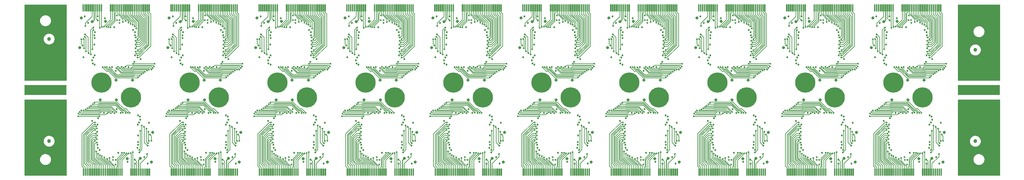
<source format=gbr>
*
%FSLAX24Y24*%
%MOIN*%
%ADD10R,0.014780X0.014780*%
%ADD11C,0.217535*%
%ADD12C,0.020685*%
%ADD13C,0.032496*%
%ADD14C,0.007000*%
%ADD15C,0.011000*%
%ADD16C,0.018248*%
%ADD17C,0.001000*%
%ADD18C,0.002000*%
%ADD19R,0.064000X0.064000*%
%ADD20C,0.016000*%
%ADD21R,0.128000X0.128000*%
%ADD22C,0.001142*%
%ADD23C,0.001043*%
%ADD24C,0.001063*%
%ADD25C,0.020000*%
%ADD26C,0.035764*%
%ADD27C,0.079921*%
%ADD28C,0.040551*%
%IPPOS*%
%LNm386940-gbl.GBR*%
%LPD*%
G54D10*
X013681Y000285D02*
Y000915D01*
X013484Y000285D02*
Y000915D01*
X013287Y000285D02*
Y000915D01*
X013090Y000285D02*
Y000915D01*
X012893Y000285D02*
Y000915D01*
X012697Y000285D02*
Y000915D01*
X012500Y000285D02*
Y000915D01*
X012303Y000285D02*
Y000915D01*
X012106Y000285D02*
Y000915D01*
X011909Y000285D02*
Y000915D01*
X011712Y000285D02*
Y000915D01*
X010728Y000285D02*
Y000915D01*
X010531Y000285D02*
Y000915D01*
X010334Y000285D02*
Y000915D01*
X010138Y000285D02*
Y000915D01*
X009942Y000285D02*
Y000915D01*
X009745Y000285D02*
Y000915D01*
X009548Y000285D02*
Y000915D01*
X009351Y000285D02*
Y000915D01*
X009154Y000285D02*
Y000915D01*
X008957Y000285D02*
Y000915D01*
X008761Y000285D02*
Y000915D01*
X008564Y000285D02*
Y000915D01*
X008367Y000285D02*
Y000915D01*
X008170Y000285D02*
Y000915D01*
X007973Y000285D02*
Y000915D01*
X007776Y000285D02*
Y000915D01*
X007579Y000285D02*
Y000915D01*
X007383Y000285D02*
Y000915D01*
X007186Y000285D02*
Y000915D01*
X006989Y000285D02*
Y000915D01*
X006792Y000285D02*
Y000915D01*
X006595Y000285D02*
Y000915D01*
G54D11*
X011693Y008661D03*
G54D12*
X012114Y001503D03*
X010580Y006988D03*
X012437Y005719D03*
X012444Y003841D03*
X013641Y005928D03*
X008102Y005727D03*
G54D13*
X010132Y008387D03*
G54D12*
X008055Y004940D03*
X012476Y004542D03*
X007523Y006117D03*
X008311Y002983D03*
G54D13*
X013891Y001688D03*
G54D12*
X008094Y003554D03*
X008173Y006408D03*
G54D13*
X011283Y002042D03*
G54D12*
X010326Y002689D03*
X013141Y002227D03*
X011326Y001727D03*
G54D13*
X008385Y008387D03*
G54D12*
X010169Y007393D03*
X008799Y006967D03*
X013503Y001503D03*
X012397Y003200D03*
X008118Y003231D03*
X012094Y001952D03*
G54D13*
X014033Y004883D03*
G54D12*
X012576Y005953D03*
G54D13*
X012698Y002095D03*
G54D12*
X012464Y003562D03*
X012708Y006251D03*
X012658Y006571D03*
X012444Y006714D03*
G54D14*
X012114Y001503D02*
X012110Y001499D01*
Y000903D01*
X013440Y002538D02*
Y002263D01*
X012701Y001523D01*
Y000903D01*
G54D15*
X012504Y001901D02*
Y000903D01*
X012698Y002095D02*
X012504Y001901D01*
G54D14*
X012303Y000600D02*
Y001743D01*
X012094Y001952D01*
X011909Y002715D02*
Y000600D01*
X011889Y002735D02*
X011909Y002715D01*
X013881Y003975D02*
Y004491D01*
X013740Y004633D01*
X011653Y002633D02*
X011712Y002574D01*
Y000600D01*
X013562Y004026D02*
Y004955D01*
X013570Y004963D01*
X013641Y003948D02*
X013562Y004026D01*
X011405Y002591D02*
Y002570D01*
X010728Y001892D02*
Y000600D01*
X011405Y002570D02*
X010728Y001892D01*
X013362Y005267D02*
X013374Y005255D01*
Y003861D01*
X013523Y003711D01*
X010531Y001916D02*
Y000600D01*
X011191Y002625D02*
Y002576D01*
X010531Y001916D01*
X013141Y003798D02*
X013480Y003459D01*
X013141Y005412D02*
Y003798D01*
X013082Y005471D02*
X013141Y005412D01*
X012870Y002999D02*
X012586Y002715D01*
X012854Y005629D02*
X012870Y005613D01*
Y002999D01*
X012681Y005046D02*
Y003070D01*
X012590Y002979D01*
X010976Y002694D02*
Y002581D01*
X010343Y001311D02*
Y000609D01*
X010345Y001950D02*
Y001313D01*
X010343Y001311D01*
Y000609D02*
X010334Y000600D01*
X010976Y002581D02*
X010345Y001950D01*
X010129Y000608D02*
X010138Y000600D01*
X010238Y001348D02*
Y001194D01*
X010240Y002042D02*
Y001349D01*
X010129Y001085D02*
Y000608D01*
X010740Y002692D02*
Y002542D01*
X010238Y001194D02*
X010129Y001085D01*
X010240Y001349D02*
X010238Y001348D01*
X010740Y002542D02*
X010240Y002042D01*
X009393Y001813D02*
X009942Y001264D01*
X009393Y002121D02*
Y001813D01*
X009942Y001264D02*
Y000600D01*
X009118Y002018D02*
Y001940D01*
X009745Y001313D02*
Y000600D01*
X009118Y001940D02*
X009745Y001313D01*
X009548Y001329D02*
Y000600D01*
X008818Y002058D02*
X009548Y001329D01*
X008818Y002180D02*
Y002058D01*
X009351Y001356D02*
Y000600D01*
X008566Y002141D02*
X009351Y001356D01*
X008566Y002318D02*
Y002141D01*
X009158Y001368D02*
Y000903D01*
X008358Y002428D02*
Y002168D01*
X009158Y001368D01*
X008961Y001384D02*
Y000903D01*
X008157Y002188D02*
X008961Y001384D01*
X008157Y002585D02*
Y002188D01*
X008765Y001352D02*
Y000903D01*
X007980Y002137D02*
X008765Y001352D01*
X007980Y002794D02*
Y002137D01*
X007968Y002806D02*
X007980Y002794D01*
X007787Y003641D02*
Y003026D01*
X007932Y003786D02*
X007787Y003641D01*
Y003026D02*
Y002128D01*
X008568Y001347D01*
X008027Y003786D02*
X007932D01*
X008568Y001347D02*
Y000903D01*
X010209Y008140D02*
X010913Y007436D01*
X011569Y007012D02*
Y006982D01*
X007762Y008071D02*
X007831Y008140D01*
X010209D01*
X010913Y007436D02*
X011145D01*
X011569Y007012D01*
X008371Y001368D02*
Y000903D01*
X007663Y002075D02*
X008371Y001368D01*
X007663Y003808D02*
Y002075D01*
X007831Y003976D02*
X007663Y003808D01*
X010132Y008020D02*
X008263D01*
X011349Y006993D02*
X011026Y007316D01*
X010835D01*
X010132Y008020D01*
X008263D02*
X008144Y007901D01*
X007601D01*
X011349Y006991D02*
Y006993D01*
X007700Y004152D02*
X007543Y003995D01*
Y002015D01*
X008174Y001384D02*
Y000903D01*
X008035Y004152D02*
X007700D01*
X007543Y002015D02*
X008174Y001384D01*
X010952Y007211D02*
X010787D01*
X010098Y007900D01*
X007422Y007731D02*
X007394Y007759D01*
X011131Y007033D02*
X010952Y007211D01*
X008313Y007900D02*
X008144Y007731D01*
X007422D01*
X010098Y007900D02*
X008313D01*
X011131Y006971D02*
Y007033D01*
X007423Y001938D02*
X007977Y001384D01*
X007926Y004363D02*
X007655D01*
X007977Y001384D02*
Y000903D01*
X007655Y004363D02*
X007423Y004131D01*
Y001938D01*
X010070Y007780D02*
X008362D01*
X008172Y007589D01*
X010821Y007028D02*
X010070Y007780D01*
X008172Y007589D02*
X007249D01*
X007221Y007617D01*
X007261Y004201D02*
Y001895D01*
X007780Y001376D02*
Y000903D01*
X007606Y004546D02*
X007261Y004201D01*
X008051Y004546D02*
X007606D01*
X007261Y001895D02*
X007780Y001376D01*
X008200Y007448D02*
X008412Y007660D01*
X007035Y007468D02*
X007055Y007448D01*
X008200D01*
X009579Y007660D02*
X010114Y007125D01*
Y007083D01*
X008412Y007660D02*
X009579D01*
X007141Y001810D02*
X007583Y001368D01*
X007936Y004733D02*
X007573D01*
X007583Y001368D02*
Y000903D01*
X007573Y004733D02*
X007141Y004302D01*
Y001810D01*
X006820Y007349D02*
X006872Y007298D01*
X008220D01*
X009530Y007540D02*
X009933Y007137D01*
X008220Y007298D02*
X008462Y007540D01*
X009530D01*
X009933Y007137D02*
Y006959D01*
X007716Y005137D02*
X007011Y004432D01*
X007387Y001328D02*
Y000903D01*
X007011Y001704D02*
X007387Y001328D01*
X007011Y004432D02*
Y001704D01*
X007811Y005137D02*
X007716D01*
X008527Y007420D02*
X009409D01*
X006687Y007178D02*
X008285D01*
X006606Y007259D02*
X006687Y007177D01*
X008285Y007178D02*
X008527Y007420D01*
X009409D02*
X009736Y007093D01*
X006891Y001595D02*
X007190Y001297D01*
X007649Y005326D02*
X006891Y004568D01*
Y001595D01*
X008043Y005326D02*
X007649D01*
X007190Y001297D02*
Y000903D01*
X006354Y007263D02*
Y007168D01*
X006464Y007058D02*
X008326D01*
X006354Y007168D02*
X006464Y007058D01*
X008564Y007295D02*
X009341D01*
X009539Y007098D01*
Y006959D01*
X008326Y007058D02*
X008564Y007295D01*
X006724Y001518D02*
X006993Y001250D01*
X007685Y005531D02*
X006724Y004570D01*
X007966Y005531D02*
X007685D01*
X006993Y001250D02*
Y000903D01*
X006724Y004570D02*
Y001518D01*
X008581Y007155D02*
X009241D01*
X006371Y006898D02*
X008324D01*
X009241Y007155D02*
X009341Y007055D01*
X006207Y007069D02*
X006256Y007020D01*
Y007013D02*
X006371Y006898D01*
X006256Y007020D02*
Y007013D01*
X008324Y006898D02*
X008581Y007155D01*
X006598Y004629D02*
Y001282D01*
X007838Y005723D02*
X007692D01*
X006598Y004629D01*
X006796Y001084D02*
Y000903D01*
X006598Y001282D02*
X006796Y001084D01*
X006188Y006778D02*
X008968D01*
X009145Y006955D01*
X006066Y006900D02*
X006188Y006778D01*
X007829Y005961D02*
X007667D01*
X006413Y004707D02*
Y001247D01*
X006595Y001065D01*
X007667Y005961D02*
X006413Y004707D01*
X006595Y001065D02*
Y000600D01*
X006021Y006601D02*
X008301D01*
X008306Y006606D01*
G54D16*
X006021Y006601D03*
X006066Y006900D03*
X006207Y007069D03*
X006354Y007263D03*
X006606Y007259D03*
X006820Y007349D03*
X007035Y007468D03*
X007221Y007617D03*
X007394Y007759D03*
X007601Y007901D03*
X007762Y008071D03*
X007811Y005137D03*
X007829Y005961D03*
X007831Y003976D03*
X007838Y005723D03*
X007926Y004363D03*
X007936Y004733D03*
X007966Y005531D03*
X007968Y002806D03*
X008027Y003786D03*
X008035Y004152D03*
X008043Y005326D03*
X008051Y004546D03*
X008157Y002585D03*
X008306Y006606D03*
X008358Y002428D03*
X008566Y002318D03*
X008818Y002180D03*
X009118Y002018D03*
X009145Y006955D03*
X009341Y007055D03*
X009393Y002121D03*
X009539Y006959D03*
X009736Y007093D03*
X009759Y002207D03*
X009771Y001920D03*
X009933Y006959D03*
X010031Y001427D03*
X010047Y001912D03*
X010114Y007083D03*
X010740Y002692D03*
X010828Y007028D03*
X010976Y002694D03*
X011131Y006971D03*
X011191Y002625D03*
X011349Y006991D03*
X011433Y002605D03*
X011569Y006982D03*
X011653Y002633D03*
X011889Y002735D03*
X012586Y002715D03*
X012590Y002979D03*
X012681Y005046D03*
X012854Y005629D03*
X013082Y005471D03*
X013362Y005267D03*
X013440Y002538D03*
X013480Y003459D03*
X013523Y003711D03*
X013570Y004963D03*
X013641Y003948D03*
X013740Y004633D03*
X013881Y003975D03*
G54D14*
X010828Y007028D02*
X010821D01*
G54D10*
X006555Y018613D02*
Y017983D01*
X006752Y018613D02*
Y017983D01*
X006949Y018613D02*
Y017983D01*
X007146Y018613D02*
Y017983D01*
X007343Y018613D02*
Y017983D01*
X007539Y018613D02*
Y017983D01*
X007736Y018613D02*
Y017983D01*
X007933Y018613D02*
Y017983D01*
X008130Y018613D02*
Y017983D01*
X008327Y018613D02*
Y017983D01*
X008524Y018613D02*
Y017983D01*
X009508Y018613D02*
Y017983D01*
X009705Y018613D02*
Y017983D01*
X009902Y018613D02*
Y017983D01*
X010098Y018613D02*
Y017983D01*
X010294Y018613D02*
Y017983D01*
X010491Y018613D02*
Y017983D01*
X010688Y018613D02*
Y017983D01*
X010885Y018613D02*
Y017983D01*
X011082Y018613D02*
Y017983D01*
X011279Y018613D02*
Y017983D01*
X011475Y018613D02*
Y017983D01*
X011672Y018613D02*
Y017983D01*
X011869Y018613D02*
Y017983D01*
X012066Y018613D02*
Y017983D01*
X012263Y018613D02*
Y017983D01*
X012460Y018613D02*
Y017983D01*
X012657Y018613D02*
Y017983D01*
X012853Y018613D02*
Y017983D01*
X013050Y018613D02*
Y017983D01*
X013247Y018613D02*
Y017983D01*
X013444Y018613D02*
Y017983D01*
X013641Y018613D02*
Y017983D01*
G54D11*
X008543Y010236D03*
G54D12*
X008123Y017395D03*
G54D12*
X009657Y011909D03*
G54D12*
X007800Y013179D03*
G54D12*
X007792Y015056D03*
G54D12*
X006595Y012970D03*
G54D12*
X012134Y013170D03*
G54D13*
X010104Y010510D03*
G54D12*
X012182Y013958D03*
G54D12*
X007760Y014356D03*
G54D12*
X012713Y012781D03*
G54D12*
X011926Y015915D03*
G54D13*
X006346Y017210D03*
G54D12*
X012142Y015344D03*
G54D12*
X012063Y012489D03*
G54D13*
X008953Y016856D03*
G54D12*
X009910Y016209D03*
G54D12*
X007095Y016670D03*
G54D12*
X008910Y017170D03*
G54D13*
X011851Y010510D03*
G54D12*
X010067Y011505D03*
G54D12*
X011437Y011931D03*
G54D12*
X006733Y017395D03*
G54D12*
X007839Y015698D03*
G54D12*
X012119Y015667D03*
G54D12*
X008142Y016946D03*
G54D13*
X006203Y014015D03*
G54D12*
X007661Y012945D03*
G54D13*
X007538Y016802D03*
G54D12*
X007772Y015336D03*
G54D12*
X007528Y012647D03*
G54D12*
X007578Y012326D03*
G54D12*
X007792Y012184D03*
G54D14*
X008123Y017395D02*
X008126Y017399D01*
Y017994D01*
X006796Y016359D02*
Y016635D01*
X007535Y017375D01*
Y017994D01*
G54D15*
X007732Y016997D02*
Y017994D01*
X007538Y016802D02*
X007732Y016997D01*
G54D14*
X007933Y018298D02*
Y017155D01*
X008142Y016946D01*
X008327Y016182D02*
Y018298D01*
X008347Y016163D02*
X008327Y016182D01*
X006355Y014922D02*
Y014407D01*
X006497Y014265D01*
X008583Y016265D02*
X008524Y016324D01*
Y018298D01*
X006674Y014871D02*
Y013942D01*
X006666Y013934D01*
X006595Y014950D02*
X006674Y014871D01*
X008831Y016306D02*
Y016328D01*
X009508Y017005D02*
Y018298D01*
X008831Y016328D02*
X009508Y017005D01*
X006875Y013631D02*
X006863Y013643D01*
Y015037D01*
X006713Y015186D01*
X009705Y016982D02*
Y018298D01*
X009045Y016273D02*
Y016321D01*
X009705Y016982D01*
X007095Y015100D02*
X006756Y015438D01*
X007095Y013485D02*
Y015100D01*
X007154Y013426D02*
X007095Y013485D01*
X007367Y015899D02*
X007650Y016182D01*
X007382Y013269D02*
X007367Y013285D01*
Y015899D01*
X007556Y013852D02*
Y015828D01*
X007646Y015919D01*
X009261Y016203D02*
Y016317D01*
X009893Y017586D02*
Y018288D01*
X009892Y016947D02*
Y017585D01*
X009893Y017586D01*
Y018288D02*
X009902Y018298D01*
X009261Y016317D02*
X009892Y016947D01*
X010107Y018289D02*
X010098Y018298D01*
X009998Y017550D02*
Y017704D01*
X009997Y016856D02*
Y017548D01*
X010107Y017812D02*
Y018289D01*
X009497Y016206D02*
Y016356D01*
X009998Y017704D02*
X010107Y017812D01*
X009997Y017548D02*
X009998Y017550D01*
X009497Y016356D02*
X009997Y016856D01*
X010843Y017085D02*
X010294Y017634D01*
X010843Y016777D02*
Y017085D01*
X010294Y017634D02*
Y018298D01*
X011119Y016879D02*
Y016958D01*
X010491Y017585D02*
Y018298D01*
X011119Y016958D02*
X010491Y017585D01*
X010688Y017569D02*
Y018298D01*
X011418Y016839D02*
X010688Y017569D01*
X011418Y016718D02*
Y016839D01*
X010885Y017541D02*
Y018298D01*
X011670Y016757D02*
X010885Y017541D01*
X011670Y016580D02*
Y016757D01*
X011078Y017530D02*
Y017994D01*
X011878Y016470D02*
Y016730D01*
X011078Y017530D01*
X011275Y017514D02*
Y017994D01*
X012079Y016710D02*
X011275Y017514D01*
X012079Y016312D02*
Y016710D01*
X011471Y017546D02*
Y017994D01*
X012256Y016761D02*
X011471Y017546D01*
X012256Y016104D02*
Y016761D01*
X012268Y016092D02*
X012256Y016104D01*
X012449Y015257D02*
Y015871D01*
X012304Y015112D02*
X012449Y015257D01*
Y015871D02*
Y016770D01*
X011668Y017551D01*
X012209Y015112D02*
X012304D01*
X011668Y017551D02*
Y017994D01*
X010027Y010758D02*
X009323Y011462D01*
X008667Y011886D02*
Y011915D01*
X012474Y010827D02*
X012405Y010758D01*
X010027D01*
X009323Y011462D02*
X009091D01*
X008667Y011886D01*
X011865Y017530D02*
Y017994D01*
X012573Y016822D02*
X011865Y017530D01*
X012573Y015090D02*
Y016822D01*
X012405Y014921D02*
X012573Y015090D01*
X010104Y010878D02*
X011973D01*
X008887Y011905D02*
X009210Y011581D01*
X009401D01*
X010104Y010878D01*
X011973D02*
X012092Y010997D01*
X012635D01*
X008887Y011907D02*
Y011905D01*
X012536Y014745D02*
X012693Y014903D01*
Y016883D01*
X012062Y017514D02*
Y017994D01*
X012201Y014745D02*
X012536D01*
X012693Y016883D02*
X012062Y017514D01*
X009284Y011686D02*
X009449D01*
X010138Y010998D01*
X012815Y011167D02*
X012843Y011138D01*
X009106Y011865D02*
X009284Y011686D01*
X011923Y010998D02*
X012092Y011167D01*
X012815D01*
X010138Y010998D02*
X011923D01*
X009106Y011926D02*
Y011865D01*
X012813Y016960D02*
X012259Y017513D01*
X012310Y014535D02*
X012582D01*
X012259Y017513D02*
Y017994D01*
X012582Y014535D02*
X012813Y014767D01*
Y016960D01*
X010166Y011118D02*
X011874D01*
X012064Y011308D01*
X009415Y011869D02*
X010166Y011118D01*
X012064Y011308D02*
X012987D01*
X013015Y011280D01*
X012975Y014696D02*
Y017003D01*
X012456Y017522D02*
Y017994D01*
X012630Y014352D02*
X012975Y014696D01*
X012186Y014352D02*
X012630D01*
X012975Y017003D02*
X012456Y017522D01*
X012036Y011450D02*
X011824Y011238D01*
X013201Y011430D02*
X013181Y011450D01*
X012036D01*
X010657Y011238D02*
X010122Y011773D01*
Y011814D01*
X011824Y011238D02*
X010657D01*
X013095Y017088D02*
X012653Y017529D01*
X012301Y014164D02*
X012664D01*
X012653Y017529D02*
Y017994D01*
X012664Y014164D02*
X013095Y014596D01*
Y017088D01*
X013416Y011549D02*
X013364Y011600D01*
X012016D01*
X010707Y011358D02*
X010304Y011761D01*
X012016Y011600D02*
X011774Y011358D01*
X010707D01*
X010304Y011761D02*
Y011938D01*
X012520Y013761D02*
X013225Y014466D01*
X012849Y017570D02*
Y017994D01*
X013225Y017194D02*
X012849Y017570D01*
X013225Y014466D02*
Y017194D01*
X012426Y013761D02*
X012520D01*
X011709Y011478D02*
X010827D01*
X013549Y011720D02*
X011951D01*
X013630Y011639D02*
X013549Y011720D01*
X011951Y011720D02*
X011709Y011478D01*
X010827D02*
X010501Y011804D01*
X013345Y017302D02*
X013046Y017601D01*
X012587Y013572D02*
X013345Y014330D01*
Y017302D01*
X012193Y013572D02*
X012587D01*
X013046Y017601D02*
Y017994D01*
X013882Y011635D02*
Y011730D01*
X013772Y011840D02*
X011910D01*
X013882Y011730D02*
X013772Y011840D01*
X011672Y011602D02*
X010895D01*
X010697Y011800D01*
Y011938D01*
X011910Y011840D02*
X011672Y011602D01*
X013512Y017379D02*
X013243Y017648D01*
X012551Y013366D02*
X013512Y014328D01*
X012270Y013366D02*
X012551D01*
X013243Y017648D02*
Y017994D01*
X013512Y014328D02*
Y017379D01*
X011655Y011743D02*
X010995D01*
X013865Y011999D02*
X011912D01*
X010995Y011743D02*
X010895Y011843D01*
X014029Y011828D02*
X013980Y011878D01*
Y011885D02*
X013865Y011999D01*
X013980Y011878D02*
Y011885D01*
X011912Y011999D02*
X011655Y011743D01*
X013638Y014269D02*
Y017615D01*
X012398Y013174D02*
X012544D01*
X013638Y014269D01*
X013440Y017813D02*
Y017994D01*
X013638Y017615D02*
X013440Y017813D01*
X014048Y012119D02*
X011268D01*
X011091Y011942D01*
X014170Y011997D02*
X014048Y012119D01*
X012407Y012937D02*
X012569D01*
X013823Y014191D02*
Y017651D01*
X013641Y017833D01*
X012569Y012937D02*
X013823Y014191D01*
X013641Y017833D02*
Y018298D01*
X014216Y012296D02*
X011935D01*
X011930Y012292D01*
G54D16*
X014216Y012296D03*
G54D16*
X014170Y011997D03*
G54D16*
X014029Y011828D03*
G54D16*
X013882Y011635D03*
G54D16*
X013630Y011639D03*
G54D16*
X013416Y011549D03*
G54D16*
X013201Y011430D03*
G54D16*
X013015Y011280D03*
G54D16*
X012843Y011138D03*
G54D16*
X012635Y010997D03*
G54D16*
X012474Y010827D03*
G54D16*
X012426Y013761D03*
G54D16*
X012407Y012937D03*
G54D16*
X012405Y014921D03*
G54D16*
X012398Y013174D03*
G54D16*
X012310Y014535D03*
G54D16*
X012301Y014164D03*
G54D16*
X012270Y013366D03*
G54D16*
X012268Y016092D03*
G54D16*
X012209Y015112D03*
G54D16*
X012201Y014745D03*
G54D16*
X012193Y013572D03*
G54D16*
X012186Y014352D03*
G54D16*
X012079Y016312D03*
G54D16*
X011930Y012292D03*
G54D16*
X011878Y016470D03*
G54D16*
X011670Y016580D03*
G54D16*
X011418Y016718D03*
G54D16*
X011119Y016879D03*
G54D16*
X011091Y011942D03*
G54D16*
X010895Y011843D03*
G54D16*
X010843Y016777D03*
G54D16*
X010697Y011938D03*
G54D16*
X010501Y011804D03*
G54D16*
X010477Y016690D03*
G54D16*
X010465Y016978D03*
G54D16*
X010304Y011938D03*
G54D16*
X010205Y017470D03*
G54D16*
X010189Y016985D03*
G54D16*
X010122Y011814D03*
G54D16*
X009497Y016206D03*
G54D16*
X009408Y011869D03*
G54D16*
X009261Y016203D03*
G54D16*
X009106Y011926D03*
G54D16*
X009045Y016273D03*
G54D16*
X008887Y011907D03*
G54D16*
X008803Y016293D03*
G54D16*
X008667Y011915D03*
G54D16*
X008583Y016265D03*
G54D16*
X008347Y016163D03*
G54D16*
X007650Y016182D03*
G54D16*
X007646Y015919D03*
G54D16*
X007556Y013852D03*
G54D16*
X007382Y013269D03*
G54D16*
X007154Y013426D03*
G54D16*
X006875Y013631D03*
G54D16*
X006796Y016359D03*
G54D16*
X006756Y015438D03*
G54D16*
X006713Y015186D03*
G54D16*
X006666Y013934D03*
G54D16*
X006595Y014950D03*
G54D16*
X006497Y014265D03*
G54D16*
X006355Y014922D03*
G54D14*
X009408Y011869D02*
X009415D01*
G54D10*
X023130Y000285D02*
Y000915D01*
X022933Y000285D02*
Y000915D01*
X022736Y000285D02*
Y000915D01*
X022539Y000285D02*
Y000915D01*
X022342Y000285D02*
Y000915D01*
X022146Y000285D02*
Y000915D01*
X021949Y000285D02*
Y000915D01*
X021752Y000285D02*
Y000915D01*
X021555Y000285D02*
Y000915D01*
X021358Y000285D02*
Y000915D01*
X021161Y000285D02*
Y000915D01*
X020177Y000285D02*
Y000915D01*
X019980Y000285D02*
Y000915D01*
X019783Y000285D02*
Y000915D01*
X019587Y000285D02*
Y000915D01*
X019391Y000285D02*
Y000915D01*
X019194Y000285D02*
Y000915D01*
X018997Y000285D02*
Y000915D01*
X018800Y000285D02*
Y000915D01*
X018603Y000285D02*
Y000915D01*
X018406Y000285D02*
Y000915D01*
X018210Y000285D02*
Y000915D01*
X018013Y000285D02*
Y000915D01*
X017816Y000285D02*
Y000915D01*
X017619Y000285D02*
Y000915D01*
X017422Y000285D02*
Y000915D01*
X017225Y000285D02*
Y000915D01*
X017028Y000285D02*
Y000915D01*
X016832Y000285D02*
Y000915D01*
X016635Y000285D02*
Y000915D01*
X016438Y000285D02*
Y000915D01*
X016241Y000285D02*
Y000915D01*
X016044Y000285D02*
Y000915D01*
G54D11*
X021142Y008661D03*
G54D12*
X021562Y001503D03*
X020028Y006988D03*
X021885Y005719D03*
X021893Y003841D03*
X023090Y005928D03*
X017551Y005727D03*
G54D13*
X019581Y008387D03*
G54D12*
X017503Y004940D03*
X021925Y004542D03*
X016972Y006117D03*
X017759Y002983D03*
G54D13*
X023339Y001688D03*
G54D12*
X017543Y003554D03*
X017622Y006408D03*
G54D13*
X020732Y002042D03*
G54D12*
X019775Y002689D03*
X022590Y002227D03*
X020775Y001727D03*
G54D13*
X017834Y008387D03*
G54D12*
X019618Y007393D03*
X018248Y006967D03*
X022952Y001503D03*
X021846Y003200D03*
X017566Y003231D03*
X021543Y001952D03*
G54D13*
X023482Y004883D03*
G54D12*
X022024Y005953D03*
G54D13*
X022147Y002095D03*
G54D12*
X021913Y003562D03*
X022157Y006251D03*
X022107Y006571D03*
X021893Y006714D03*
G54D14*
X021562Y001503D02*
X021559Y001499D01*
Y000903D01*
X022889Y002538D02*
Y002263D01*
X022150Y001523D01*
Y000903D01*
G54D15*
X021953Y001901D02*
Y000903D01*
X022147Y002095D02*
X021953Y001901D01*
G54D14*
X021752Y000600D02*
Y001743D01*
X021543Y001952D01*
X021358Y002715D02*
Y000600D01*
X021338Y002735D02*
X021358Y002715D01*
X023330Y003975D02*
Y004491D01*
X023188Y004633D01*
X021102Y002633D02*
X021161Y002574D01*
Y000600D01*
X023011Y004026D02*
Y004955D01*
X023019Y004963D01*
X023090Y003948D02*
X023011Y004026D01*
X020854Y002591D02*
Y002570D01*
X020177Y001892D02*
Y000600D01*
X020854Y002570D02*
X020177Y001892D01*
X022811Y005267D02*
X022822Y005255D01*
Y003861D01*
X022972Y003711D01*
X019980Y001916D02*
Y000600D01*
X020640Y002625D02*
Y002576D01*
X019980Y001916D01*
X022590Y003798D02*
X022929Y003459D01*
X022590Y005412D02*
Y003798D01*
X022531Y005471D02*
X022590Y005412D01*
X022318Y002999D02*
X022035Y002715D01*
X022303Y005629D02*
X022318Y005613D01*
Y002999D01*
X022129Y005046D02*
Y003070D01*
X022039Y002979D01*
X020424Y002694D02*
Y002581D01*
X019792Y001311D02*
Y000609D01*
X019793Y001950D02*
Y001313D01*
X019792Y001311D01*
Y000609D02*
X019783Y000600D01*
X020424Y002581D02*
X019793Y001950D01*
X019578Y000608D02*
X019587Y000600D01*
X019687Y001348D02*
Y001194D01*
X019688Y002042D02*
Y001349D01*
X019578Y001085D02*
Y000608D01*
X020188Y002692D02*
Y002542D01*
X019687Y001194D02*
X019578Y001085D01*
X019688Y001349D02*
X019687Y001348D01*
X020188Y002542D02*
X019688Y002042D01*
X018842Y001813D02*
X019391Y001264D01*
X018842Y002121D02*
Y001813D01*
X019391Y001264D02*
Y000600D01*
X018566Y002018D02*
Y001940D01*
X019194Y001313D02*
Y000600D01*
X018566Y001940D02*
X019194Y001313D01*
X018997Y001329D02*
Y000600D01*
X018267Y002058D02*
X018997Y001329D01*
X018267Y002180D02*
Y002058D01*
X018800Y001356D02*
Y000600D01*
X018015Y002141D02*
X018800Y001356D01*
X018015Y002318D02*
Y002141D01*
X018607Y001368D02*
Y000903D01*
X017807Y002428D02*
Y002168D01*
X018607Y001368D01*
X018410Y001384D02*
Y000903D01*
X017606Y002188D02*
X018410Y001384D01*
X017606Y002585D02*
Y002188D01*
X018214Y001352D02*
Y000903D01*
X017429Y002137D02*
X018214Y001352D01*
X017429Y002794D02*
Y002137D01*
X017417Y002806D02*
X017429Y002794D01*
X017236Y003641D02*
Y003026D01*
X017381Y003786D02*
X017236Y003641D01*
Y003026D02*
Y002128D01*
X018017Y001347D01*
X017476Y003786D02*
X017381D01*
X018017Y001347D02*
Y000903D01*
X019658Y008140D02*
X020362Y007436D01*
X021018Y007012D02*
Y006982D01*
X017211Y008071D02*
X017280Y008140D01*
X019658D01*
X020362Y007436D02*
X020594D01*
X021018Y007012D01*
X017820Y001368D02*
Y000903D01*
X017112Y002075D02*
X017820Y001368D01*
X017112Y003808D02*
Y002075D01*
X017280Y003976D02*
X017112Y003808D01*
X019581Y008020D02*
X017712D01*
X020798Y006993D02*
X020475Y007316D01*
X020284D01*
X019581Y008020D01*
X017712D02*
X017593Y007901D01*
X017050D01*
X020798Y006991D02*
Y006993D01*
X017149Y004152D02*
X016992Y003995D01*
Y002015D01*
X017623Y001384D02*
Y000903D01*
X017484Y004152D02*
X017149D01*
X016992Y002015D02*
X017623Y001384D01*
X020401Y007211D02*
X020236D01*
X019547Y007900D01*
X016871Y007731D02*
X016842Y007759D01*
X020579Y007033D02*
X020401Y007211D01*
X017762Y007900D02*
X017593Y007731D01*
X016871D01*
X019547Y007900D02*
X017762D01*
X020579Y006971D02*
Y007033D01*
X016872Y001938D02*
X017426Y001384D01*
X017375Y004363D02*
X017104D01*
X017426Y001384D02*
Y000903D01*
X017104Y004363D02*
X016872Y004131D01*
Y001938D01*
X019519Y007780D02*
X017811D01*
X017621Y007589D01*
X020270Y007028D02*
X019519Y007780D01*
X017621Y007589D02*
X016698D01*
X016670Y007617D01*
X016710Y004201D02*
Y001895D01*
X017229Y001376D02*
Y000903D01*
X017055Y004546D02*
X016710Y004201D01*
X017500Y004546D02*
X017055D01*
X016710Y001895D02*
X017229Y001376D01*
X017649Y007448D02*
X017861Y007660D01*
X016484Y007468D02*
X016504Y007448D01*
X017649D01*
X019028Y007660D02*
X019563Y007125D01*
Y007083D01*
X017861Y007660D02*
X019028D01*
X016590Y001810D02*
X017032Y001368D01*
X017384Y004733D02*
X017021D01*
X017032Y001368D02*
Y000903D01*
X017021Y004733D02*
X016590Y004302D01*
Y001810D01*
X016269Y007349D02*
X016321Y007298D01*
X017669D01*
X018978Y007540D02*
X019381Y007137D01*
X017669Y007298D02*
X017911Y007540D01*
X018978D01*
X019381Y007137D02*
Y006959D01*
X017165Y005137D02*
X016460Y004432D01*
X016836Y001328D02*
Y000903D01*
X016460Y001704D02*
X016836Y001328D01*
X016460Y004432D02*
Y001704D01*
X017259Y005137D02*
X017165D01*
X017976Y007420D02*
X018858D01*
X016136Y007178D02*
X017734D01*
X016055Y007259D02*
X016136Y007177D01*
X017734Y007178D02*
X017976Y007420D01*
X018858D02*
X019185Y007093D01*
X016340Y001595D02*
X016639Y001297D01*
X017098Y005326D02*
X016340Y004568D01*
Y001595D01*
X017492Y005326D02*
X017098D01*
X016639Y001297D02*
Y000903D01*
X015803Y007263D02*
Y007168D01*
X015913Y007058D02*
X017775D01*
X015803Y007168D02*
X015913Y007058D01*
X018013Y007295D02*
X018790D01*
X018988Y007098D01*
Y006959D01*
X017775Y007058D02*
X018013Y007295D01*
X016173Y001518D02*
X016442Y001250D01*
X017134Y005531D02*
X016173Y004570D01*
X017415Y005531D02*
X017134D01*
X016442Y001250D02*
Y000903D01*
X016173Y004570D02*
Y001518D01*
X018030Y007155D02*
X018690D01*
X015820Y006898D02*
X017773D01*
X018690Y007155D02*
X018790Y007055D01*
X015656Y007069D02*
X015705Y007020D01*
Y007013D02*
X015820Y006898D01*
X015705Y007020D02*
Y007013D01*
X017773Y006898D02*
X018030Y007155D01*
X016047Y004629D02*
Y001282D01*
X017287Y005723D02*
X017141D01*
X016047Y004629D01*
X016245Y001084D02*
Y000903D01*
X016047Y001282D02*
X016245Y001084D01*
X015637Y006778D02*
X018417D01*
X018594Y006955D01*
X015515Y006900D02*
X015637Y006778D01*
X017278Y005961D02*
X017116D01*
X015862Y004707D02*
Y001247D01*
X016044Y001065D01*
X017116Y005961D02*
X015862Y004707D01*
X016044Y001065D02*
Y000600D01*
X015470Y006601D02*
X017750D01*
X017755Y006606D01*
G54D16*
X015470Y006601D03*
X015515Y006900D03*
X015656Y007069D03*
X015803Y007263D03*
X016055Y007259D03*
X016269Y007349D03*
X016484Y007468D03*
X016670Y007617D03*
X016842Y007759D03*
X017050Y007901D03*
X017211Y008071D03*
X017259Y005137D03*
X017278Y005961D03*
X017280Y003976D03*
X017287Y005723D03*
X017375Y004363D03*
X017384Y004733D03*
X017415Y005531D03*
X017417Y002806D03*
X017476Y003786D03*
X017484Y004152D03*
X017492Y005326D03*
X017500Y004546D03*
X017606Y002585D03*
X017755Y006606D03*
X017807Y002428D03*
X018015Y002318D03*
X018267Y002180D03*
X018566Y002018D03*
X018594Y006955D03*
X018790Y007055D03*
X018842Y002121D03*
X018988Y006959D03*
X019185Y007093D03*
X019208Y002207D03*
X019220Y001920D03*
X019381Y006959D03*
X019480Y001427D03*
X019496Y001912D03*
X019563Y007083D03*
X020188Y002692D03*
X020277Y007028D03*
X020424Y002694D03*
X020579Y006971D03*
X020640Y002625D03*
X020798Y006991D03*
X020882Y002605D03*
X021018Y006982D03*
X021102Y002633D03*
X021338Y002735D03*
X022035Y002715D03*
X022039Y002979D03*
X022129Y005046D03*
X022303Y005629D03*
X022531Y005471D03*
X022811Y005267D03*
X022889Y002538D03*
X022929Y003459D03*
X022972Y003711D03*
X023019Y004963D03*
X023090Y003948D03*
X023188Y004633D03*
X023330Y003975D03*
G54D14*
X020277Y007028D02*
X020270D01*
G54D10*
X016004Y018613D02*
Y017983D01*
X016201Y018613D02*
Y017983D01*
X016398Y018613D02*
Y017983D01*
X016595Y018613D02*
Y017983D01*
X016792Y018613D02*
Y017983D01*
X016988Y018613D02*
Y017983D01*
X017185Y018613D02*
Y017983D01*
X017382Y018613D02*
Y017983D01*
X017579Y018613D02*
Y017983D01*
X017776Y018613D02*
Y017983D01*
X017973Y018613D02*
Y017983D01*
X018957Y018613D02*
Y017983D01*
X019154Y018613D02*
Y017983D01*
X019351Y018613D02*
Y017983D01*
X019547Y018613D02*
Y017983D01*
X019743Y018613D02*
Y017983D01*
X019940Y018613D02*
Y017983D01*
X020137Y018613D02*
Y017983D01*
X020334Y018613D02*
Y017983D01*
X020531Y018613D02*
Y017983D01*
X020728Y018613D02*
Y017983D01*
X020924Y018613D02*
Y017983D01*
X021121Y018613D02*
Y017983D01*
X021318Y018613D02*
Y017983D01*
X021515Y018613D02*
Y017983D01*
X021712Y018613D02*
Y017983D01*
X021909Y018613D02*
Y017983D01*
X022106Y018613D02*
Y017983D01*
X022302Y018613D02*
Y017983D01*
X022499Y018613D02*
Y017983D01*
X022696Y018613D02*
Y017983D01*
X022893Y018613D02*
Y017983D01*
X023090Y018613D02*
Y017983D01*
G54D11*
X017992Y010236D03*
G54D12*
X017571Y017395D03*
G54D12*
X019105Y011909D03*
G54D12*
X017249Y013179D03*
G54D12*
X017241Y015056D03*
G54D12*
X016044Y012970D03*
G54D12*
X021583Y013170D03*
G54D13*
X019553Y010510D03*
G54D12*
X021630Y013958D03*
G54D12*
X017209Y014356D03*
G54D12*
X022162Y012781D03*
G54D12*
X021375Y015915D03*
G54D13*
X015794Y017210D03*
G54D12*
X021591Y015344D03*
G54D12*
X021512Y012489D03*
G54D13*
X018402Y016856D03*
G54D12*
X019359Y016209D03*
G54D12*
X016544Y016670D03*
G54D12*
X018359Y017170D03*
G54D13*
X021300Y010510D03*
G54D12*
X019516Y011505D03*
G54D12*
X020886Y011931D03*
G54D12*
X016182Y017395D03*
G54D12*
X017288Y015698D03*
G54D12*
X021567Y015667D03*
G54D12*
X017591Y016946D03*
G54D13*
X015652Y014015D03*
G54D12*
X017109Y012945D03*
G54D13*
X016987Y016802D03*
G54D12*
X017221Y015336D03*
G54D12*
X016977Y012647D03*
G54D12*
X017027Y012326D03*
G54D12*
X017241Y012184D03*
G54D14*
X017571Y017395D02*
X017575Y017399D01*
Y017994D01*
X016245Y016359D02*
Y016635D01*
X016984Y017375D01*
Y017994D01*
G54D15*
X017181Y016997D02*
Y017994D01*
X016987Y016802D02*
X017181Y016997D01*
G54D14*
X017382Y018298D02*
Y017155D01*
X017591Y016946D01*
X017776Y016182D02*
Y018298D01*
X017796Y016163D02*
X017776Y016182D01*
X015804Y014922D02*
Y014407D01*
X015945Y014265D01*
X018032Y016265D02*
X017973Y016324D01*
Y018298D01*
X016123Y014871D02*
Y013942D01*
X016115Y013934D01*
X016044Y014950D02*
X016123Y014871D01*
X018280Y016306D02*
Y016328D01*
X018957Y017005D02*
Y018298D01*
X018280Y016328D02*
X018957Y017005D01*
X016323Y013631D02*
X016312Y013643D01*
Y015037D01*
X016162Y015186D01*
X019154Y016982D02*
Y018298D01*
X018494Y016273D02*
Y016321D01*
X019154Y016982D01*
X016544Y015100D02*
X016205Y015438D01*
X016544Y013485D02*
Y015100D01*
X016603Y013426D02*
X016544Y013485D01*
X016815Y015899D02*
X017099Y016182D01*
X016831Y013269D02*
X016815Y013285D01*
Y015899D01*
X017004Y013852D02*
Y015828D01*
X017095Y015919D01*
X018710Y016203D02*
Y016317D01*
X019342Y017586D02*
Y018288D01*
X019340Y016947D02*
Y017585D01*
X019342Y017586D01*
Y018288D02*
X019351Y018298D01*
X018710Y016317D02*
X019340Y016947D01*
X019556Y018289D02*
X019547Y018298D01*
X019447Y017550D02*
Y017704D01*
X019445Y016856D02*
Y017548D01*
X019556Y017812D02*
Y018289D01*
X018945Y016206D02*
Y016356D01*
X019447Y017704D02*
X019556Y017812D01*
X019445Y017548D02*
X019447Y017550D01*
X018945Y016356D02*
X019445Y016856D01*
X020292Y017085D02*
X019743Y017634D01*
X020292Y016777D02*
Y017085D01*
X019743Y017634D02*
Y018298D01*
X020567Y016879D02*
Y016958D01*
X019940Y017585D02*
Y018298D01*
X020567Y016958D02*
X019940Y017585D01*
X020137Y017569D02*
Y018298D01*
X020867Y016839D02*
X020137Y017569D01*
X020867Y016718D02*
Y016839D01*
X020334Y017541D02*
Y018298D01*
X021119Y016757D02*
X020334Y017541D01*
X021119Y016580D02*
Y016757D01*
X020527Y017530D02*
Y017994D01*
X021327Y016470D02*
Y016730D01*
X020527Y017530D01*
X020724Y017514D02*
Y017994D01*
X021528Y016710D02*
X020724Y017514D01*
X021528Y016312D02*
Y016710D01*
X020920Y017546D02*
Y017994D01*
X021705Y016761D02*
X020920Y017546D01*
X021705Y016104D02*
Y016761D01*
X021717Y016092D02*
X021705Y016104D01*
X021898Y015257D02*
Y015871D01*
X021753Y015112D02*
X021898Y015257D01*
Y015871D02*
Y016770D01*
X021117Y017551D01*
X021658Y015112D02*
X021753D01*
X021117Y017551D02*
Y017994D01*
X019476Y010758D02*
X018772Y011462D01*
X018116Y011886D02*
Y011915D01*
X021923Y010827D02*
X021854Y010758D01*
X019476D01*
X018772Y011462D02*
X018540D01*
X018116Y011886D01*
X021314Y017530D02*
Y017994D01*
X022022Y016822D02*
X021314Y017530D01*
X022022Y015090D02*
Y016822D01*
X021854Y014921D02*
X022022Y015090D01*
X019553Y010878D02*
X021422D01*
X018336Y011905D02*
X018659Y011581D01*
X018850D01*
X019553Y010878D01*
X021422D02*
X021541Y010997D01*
X022084D01*
X018336Y011907D02*
Y011905D01*
X021985Y014745D02*
X022142Y014903D01*
Y016883D01*
X021511Y017514D02*
Y017994D01*
X021650Y014745D02*
X021985D01*
X022142Y016883D02*
X021511Y017514D01*
X018733Y011686D02*
X018898D01*
X019587Y010998D01*
X022263Y011167D02*
X022291Y011138D01*
X018554Y011865D02*
X018733Y011686D01*
X021372Y010998D02*
X021541Y011167D01*
X022263D01*
X019587Y010998D02*
X021372D01*
X018554Y011926D02*
Y011865D01*
X022262Y016960D02*
X021708Y017513D01*
X021759Y014535D02*
X022030D01*
X021708Y017513D02*
Y017994D01*
X022030Y014535D02*
X022262Y014767D01*
Y016960D01*
X019615Y011118D02*
X021323D01*
X021513Y011308D01*
X018864Y011869D02*
X019615Y011118D01*
X021513Y011308D02*
X022436D01*
X022464Y011280D01*
X022424Y014696D02*
Y017003D01*
X021905Y017522D02*
Y017994D01*
X022079Y014352D02*
X022424Y014696D01*
X021634Y014352D02*
X022079D01*
X022424Y017003D02*
X021905Y017522D01*
X021485Y011450D02*
X021273Y011238D01*
X022650Y011430D02*
X022630Y011450D01*
X021485D01*
X020106Y011238D02*
X019571Y011773D01*
Y011814D01*
X021273Y011238D02*
X020106D01*
X022544Y017088D02*
X022102Y017529D01*
X021749Y014164D02*
X022112D01*
X022102Y017529D02*
Y017994D01*
X022112Y014164D02*
X022544Y014596D01*
Y017088D01*
X022865Y011549D02*
X022813Y011600D01*
X021465D01*
X020156Y011358D02*
X019752Y011761D01*
X021465Y011600D02*
X021223Y011358D01*
X020156D01*
X019752Y011761D02*
Y011938D01*
X021969Y013761D02*
X022674Y014466D01*
X022298Y017570D02*
Y017994D01*
X022674Y017194D02*
X022298Y017570D01*
X022674Y014466D02*
Y017194D01*
X021875Y013761D02*
X021969D01*
X021158Y011478D02*
X020276D01*
X022998Y011720D02*
X021400D01*
X023079Y011639D02*
X022998Y011720D01*
X021400Y011720D02*
X021158Y011478D01*
X020276D02*
X019949Y011804D01*
X022794Y017302D02*
X022495Y017601D01*
X022036Y013572D02*
X022794Y014330D01*
Y017302D01*
X021642Y013572D02*
X022036D01*
X022495Y017601D02*
Y017994D01*
X023331Y011635D02*
Y011730D01*
X023221Y011840D02*
X021359D01*
X023331Y011730D02*
X023221Y011840D01*
X021121Y011602D02*
X020344D01*
X020146Y011800D01*
Y011938D01*
X021359Y011840D02*
X021121Y011602D01*
X022961Y017379D02*
X022692Y017648D01*
X022000Y013366D02*
X022961Y014328D01*
X021719Y013366D02*
X022000D01*
X022692Y017648D02*
Y017994D01*
X022961Y014328D02*
Y017379D01*
X021104Y011743D02*
X020444D01*
X023314Y011999D02*
X021361D01*
X020444Y011743D02*
X020344Y011843D01*
X023478Y011828D02*
X023429Y011878D01*
Y011885D02*
X023314Y011999D01*
X023429Y011878D02*
Y011885D01*
X021361Y011999D02*
X021104Y011743D01*
X023087Y014269D02*
Y017615D01*
X021847Y013174D02*
X021993D01*
X023087Y014269D01*
X022889Y017813D02*
Y017994D01*
X023087Y017615D02*
X022889Y017813D01*
X023497Y012119D02*
X020717D01*
X020540Y011942D01*
X023619Y011997D02*
X023497Y012119D01*
X021856Y012937D02*
X022018D01*
X023272Y014191D02*
Y017651D01*
X023090Y017833D01*
X022018Y012937D02*
X023272Y014191D01*
X023090Y017833D02*
Y018298D01*
X023664Y012296D02*
X021384D01*
X021379Y012292D01*
G54D16*
X023664Y012296D03*
G54D16*
X023619Y011997D03*
G54D16*
X023478Y011828D03*
G54D16*
X023331Y011635D03*
G54D16*
X023079Y011639D03*
G54D16*
X022865Y011549D03*
G54D16*
X022650Y011430D03*
G54D16*
X022464Y011280D03*
G54D16*
X022291Y011138D03*
G54D16*
X022084Y010997D03*
G54D16*
X021923Y010827D03*
G54D16*
X021875Y013761D03*
G54D16*
X021856Y012937D03*
G54D16*
X021854Y014921D03*
G54D16*
X021847Y013174D03*
G54D16*
X021759Y014535D03*
G54D16*
X021749Y014164D03*
G54D16*
X021719Y013366D03*
G54D16*
X021717Y016092D03*
G54D16*
X021658Y015112D03*
G54D16*
X021650Y014745D03*
G54D16*
X021642Y013572D03*
G54D16*
X021634Y014352D03*
G54D16*
X021528Y016312D03*
G54D16*
X021379Y012292D03*
G54D16*
X021327Y016470D03*
G54D16*
X021119Y016580D03*
G54D16*
X020867Y016718D03*
G54D16*
X020567Y016879D03*
G54D16*
X020540Y011942D03*
G54D16*
X020344Y011843D03*
G54D16*
X020292Y016777D03*
G54D16*
X020146Y011938D03*
G54D16*
X019949Y011804D03*
G54D16*
X019926Y016690D03*
G54D16*
X019914Y016978D03*
G54D16*
X019752Y011938D03*
G54D16*
X019654Y017470D03*
G54D16*
X019638Y016985D03*
G54D16*
X019571Y011814D03*
G54D16*
X018945Y016206D03*
G54D16*
X018857Y011869D03*
G54D16*
X018710Y016203D03*
G54D16*
X018554Y011926D03*
G54D16*
X018494Y016273D03*
G54D16*
X018336Y011907D03*
G54D16*
X018252Y016293D03*
G54D16*
X018116Y011915D03*
G54D16*
X018032Y016265D03*
G54D16*
X017796Y016163D03*
G54D16*
X017099Y016182D03*
G54D16*
X017095Y015919D03*
G54D16*
X017004Y013852D03*
G54D16*
X016831Y013269D03*
G54D16*
X016603Y013426D03*
G54D16*
X016323Y013631D03*
G54D16*
X016245Y016359D03*
G54D16*
X016205Y015438D03*
G54D16*
X016162Y015186D03*
G54D16*
X016115Y013934D03*
G54D16*
X016044Y014950D03*
G54D16*
X015945Y014265D03*
G54D16*
X015804Y014922D03*
G54D14*
X018857Y011869D02*
X018864D01*
G54D10*
X032578Y000285D02*
Y000915D01*
X032381Y000285D02*
Y000915D01*
X032184Y000285D02*
Y000915D01*
X031987Y000285D02*
Y000915D01*
X031790Y000285D02*
Y000915D01*
X031594Y000285D02*
Y000915D01*
X031397Y000285D02*
Y000915D01*
X031200Y000285D02*
Y000915D01*
X031003Y000285D02*
Y000915D01*
X030806Y000285D02*
Y000915D01*
X030609Y000285D02*
Y000915D01*
X029625Y000285D02*
Y000915D01*
X029428Y000285D02*
Y000915D01*
X029231Y000285D02*
Y000915D01*
X029035Y000285D02*
Y000915D01*
X028839Y000285D02*
Y000915D01*
X028642Y000285D02*
Y000915D01*
X028445Y000285D02*
Y000915D01*
X028248Y000285D02*
Y000915D01*
X028051Y000285D02*
Y000915D01*
X027854Y000285D02*
Y000915D01*
X027658Y000285D02*
Y000915D01*
X027461Y000285D02*
Y000915D01*
X027264Y000285D02*
Y000915D01*
X027067Y000285D02*
Y000915D01*
X026870Y000285D02*
Y000915D01*
X026673Y000285D02*
Y000915D01*
X026476Y000285D02*
Y000915D01*
X026280Y000285D02*
Y000915D01*
X026083Y000285D02*
Y000915D01*
X025886Y000285D02*
Y000915D01*
X025689Y000285D02*
Y000915D01*
X025492Y000285D02*
Y000915D01*
G54D11*
X030591Y008661D03*
G54D12*
X031011Y001503D03*
X029477Y006988D03*
X031334Y005719D03*
X031342Y003841D03*
X032539Y005928D03*
X027000Y005727D03*
G54D13*
X029030Y008387D03*
G54D12*
X026952Y004940D03*
X031374Y004542D03*
X026421Y006117D03*
X027208Y002983D03*
G54D13*
X032788Y001688D03*
G54D12*
X026992Y003554D03*
X027070Y006408D03*
G54D13*
X030181Y002042D03*
G54D12*
X029224Y002689D03*
X032039Y002227D03*
X030224Y001727D03*
G54D13*
X027283Y008387D03*
G54D12*
X029066Y007393D03*
X027697Y006967D03*
X032401Y001503D03*
X031295Y003200D03*
X027015Y003231D03*
X030992Y001952D03*
G54D13*
X032931Y004883D03*
G54D12*
X031473Y005953D03*
G54D13*
X031596Y002095D03*
G54D12*
X031362Y003562D03*
X031606Y006251D03*
X031555Y006571D03*
X031342Y006714D03*
G54D14*
X031011Y001503D02*
X031007Y001499D01*
Y000903D01*
X032338Y002538D02*
Y002263D01*
X031598Y001523D01*
Y000903D01*
G54D15*
X031401Y001901D02*
Y000903D01*
X031596Y002095D02*
X031401Y001901D01*
G54D14*
X031200Y000600D02*
Y001743D01*
X030992Y001952D01*
X030806Y002715D02*
Y000600D01*
X030787Y002735D02*
X030806Y002715D01*
X032779Y003975D02*
Y004491D01*
X032637Y004633D01*
X030551Y002633D02*
X030609Y002574D01*
Y000600D01*
X032460Y004026D02*
Y004955D01*
X032468Y004963D01*
X032539Y003948D02*
X032460Y004026D01*
X030303Y002591D02*
Y002570D01*
X029625Y001892D02*
Y000600D01*
X030303Y002570D02*
X029625Y001892D01*
X032259Y005267D02*
X032271Y005255D01*
Y003861D01*
X032421Y003711D01*
X029428Y001916D02*
Y000600D01*
X030089Y002625D02*
Y002576D01*
X029428Y001916D01*
X032039Y003798D02*
X032377Y003459D01*
X032039Y005412D02*
Y003798D01*
X031980Y005471D02*
X032039Y005412D01*
X031767Y002999D02*
X031484Y002715D01*
X031751Y005629D02*
X031767Y005613D01*
Y002999D01*
X031578Y005046D02*
Y003070D01*
X031488Y002979D01*
X029873Y002694D02*
Y002581D01*
X029241Y001311D02*
Y000609D01*
X029242Y001950D02*
Y001313D01*
X029241Y001311D01*
Y000609D02*
X029231Y000600D01*
X029873Y002581D02*
X029242Y001950D01*
X029027Y000608D02*
X029035Y000600D01*
X029136Y001348D02*
Y001194D01*
X029137Y002042D02*
Y001349D01*
X029027Y001085D02*
Y000608D01*
X029637Y002692D02*
Y002542D01*
X029136Y001194D02*
X029027Y001085D01*
X029137Y001349D02*
X029136Y001348D01*
X029637Y002542D02*
X029137Y002042D01*
X028291Y001813D02*
X028839Y001264D01*
X028291Y002121D02*
Y001813D01*
X028839Y001264D02*
Y000600D01*
X028015Y002018D02*
Y001940D01*
X028642Y001313D02*
Y000600D01*
X028015Y001940D02*
X028642Y001313D01*
X028445Y001329D02*
Y000600D01*
X027716Y002058D02*
X028445Y001329D01*
X027716Y002180D02*
Y002058D01*
X028248Y001356D02*
Y000600D01*
X027464Y002141D02*
X028248Y001356D01*
X027464Y002318D02*
Y002141D01*
X028055Y001368D02*
Y000903D01*
X027255Y002428D02*
Y002168D01*
X028055Y001368D01*
X027858Y001384D02*
Y000903D01*
X027055Y002188D02*
X027858Y001384D01*
X027055Y002585D02*
Y002188D01*
X027662Y001352D02*
Y000903D01*
X026877Y002137D02*
X027662Y001352D01*
X026877Y002794D02*
Y002137D01*
X026866Y002806D02*
X026877Y002794D01*
X026685Y003641D02*
Y003026D01*
X026830Y003786D02*
X026685Y003641D01*
Y003026D02*
Y002128D01*
X027465Y001347D01*
X026925Y003786D02*
X026830D01*
X027465Y001347D02*
Y000903D01*
X029106Y008140D02*
X029811Y007436D01*
X030467Y007012D02*
Y006982D01*
X026660Y008071D02*
X026729Y008140D01*
X029106D01*
X029811Y007436D02*
X030043D01*
X030467Y007012D01*
X027268Y001368D02*
Y000903D01*
X026561Y002075D02*
X027268Y001368D01*
X026561Y003808D02*
Y002075D01*
X026729Y003976D02*
X026561Y003808D01*
X029030Y008020D02*
X027161D01*
X030247Y006993D02*
X029924Y007316D01*
X029733D01*
X029030Y008020D01*
X027161D02*
X027042Y007901D01*
X026498D01*
X030247Y006991D02*
Y006993D01*
X026598Y004152D02*
X026440Y003995D01*
Y002015D01*
X027071Y001384D02*
Y000903D01*
X026933Y004152D02*
X026598D01*
X026440Y002015D02*
X027071Y001384D01*
X029850Y007211D02*
X029685D01*
X028996Y007900D01*
X026319Y007731D02*
X026291Y007759D01*
X030028Y007033D02*
X029850Y007211D01*
X027210Y007900D02*
X027042Y007731D01*
X026319D01*
X028996Y007900D02*
X027210D01*
X030028Y006971D02*
Y007033D01*
X026320Y001938D02*
X026874Y001384D01*
X026824Y004363D02*
X026552D01*
X026874Y001384D02*
Y000903D01*
X026552Y004363D02*
X026320Y004131D01*
Y001938D01*
X028968Y007780D02*
X027260D01*
X027070Y007589D01*
X029719Y007028D02*
X028968Y007780D01*
X027070Y007589D02*
X026147D01*
X026119Y007617D01*
X026159Y004201D02*
Y001895D01*
X026677Y001376D02*
Y000903D01*
X026503Y004546D02*
X026159Y004201D01*
X026948Y004546D02*
X026503D01*
X026159Y001895D02*
X026677Y001376D01*
X027098Y007448D02*
X027310Y007660D01*
X025933Y007468D02*
X025953Y007448D01*
X027098D01*
X028477Y007660D02*
X029012Y007125D01*
Y007083D01*
X027310Y007660D02*
X028477D01*
X026039Y001810D02*
X026480Y001368D01*
X026833Y004733D02*
X026470D01*
X026480Y001368D02*
Y000903D01*
X026470Y004733D02*
X026039Y004302D01*
Y001810D01*
X025718Y007349D02*
X025769Y007298D01*
X027117D01*
X028427Y007540D02*
X028830Y007137D01*
X027117Y007298D02*
X027360Y007540D01*
X028427D01*
X028830Y007137D02*
Y006959D01*
X026614Y005137D02*
X025909Y004432D01*
X026284Y001328D02*
Y000903D01*
X025909Y001704D02*
X026284Y001328D01*
X025909Y004432D02*
Y001704D01*
X026708Y005137D02*
X026614D01*
X027425Y007420D02*
X028307D01*
X025585Y007178D02*
X027182D01*
X025503Y007259D02*
X025585Y007177D01*
X027182Y007178D02*
X027425Y007420D01*
X028307D02*
X028633Y007093D01*
X025789Y001595D02*
X026087Y001297D01*
X026547Y005326D02*
X025789Y004568D01*
Y001595D01*
X026940Y005326D02*
X026547D01*
X026087Y001297D02*
Y000903D01*
X025251Y007263D02*
Y007168D01*
X025362Y007058D02*
X027224D01*
X025251Y007168D02*
X025362Y007058D01*
X027461Y007295D02*
X028239D01*
X028437Y007098D01*
Y006959D01*
X027224Y007058D02*
X027461Y007295D01*
X025622Y001518D02*
X025890Y001250D01*
X026583Y005531D02*
X025622Y004570D01*
X026864Y005531D02*
X026583D01*
X025890Y001250D02*
Y000903D01*
X025622Y004570D02*
Y001518D01*
X027479Y007155D02*
X028139D01*
X025269Y006898D02*
X027222D01*
X028139Y007155D02*
X028239Y007055D01*
X025105Y007069D02*
X025154Y007020D01*
Y007013D02*
X025269Y006898D01*
X025154Y007020D02*
Y007013D01*
X027222Y006898D02*
X027479Y007155D01*
X025496Y004629D02*
Y001282D01*
X026736Y005723D02*
X026590D01*
X025496Y004629D01*
X025693Y001084D02*
Y000903D01*
X025496Y001282D02*
X025693Y001084D01*
X025086Y006778D02*
X027866D01*
X028043Y006955D01*
X024964Y006900D02*
X025086Y006778D01*
X026727Y005961D02*
X026564D01*
X025311Y004707D02*
Y001247D01*
X025492Y001065D01*
X026564Y005961D02*
X025311Y004707D01*
X025492Y001065D02*
Y000600D01*
X024918Y006601D02*
X027199D01*
X027204Y006606D01*
G54D16*
X024918Y006601D03*
X024964Y006900D03*
X025105Y007069D03*
X025251Y007263D03*
X025503Y007259D03*
X025718Y007349D03*
X025933Y007468D03*
X026119Y007617D03*
X026291Y007759D03*
X026498Y007901D03*
X026660Y008071D03*
X026708Y005137D03*
X026727Y005961D03*
X026729Y003976D03*
X026736Y005723D03*
X026824Y004363D03*
X026833Y004733D03*
X026864Y005531D03*
X026866Y002806D03*
X026925Y003786D03*
X026933Y004152D03*
X026940Y005326D03*
X026948Y004546D03*
X027055Y002585D03*
X027204Y006606D03*
X027255Y002428D03*
X027464Y002318D03*
X027716Y002180D03*
X028015Y002018D03*
X028043Y006955D03*
X028239Y007055D03*
X028291Y002121D03*
X028437Y006959D03*
X028633Y007093D03*
X028657Y002207D03*
X028669Y001920D03*
X028830Y006959D03*
X028929Y001427D03*
X028944Y001912D03*
X029012Y007083D03*
X029637Y002692D03*
X029726Y007028D03*
X029873Y002694D03*
X030028Y006971D03*
X030089Y002625D03*
X030247Y006991D03*
X030331Y002605D03*
X030467Y006982D03*
X030551Y002633D03*
X030787Y002735D03*
X031484Y002715D03*
X031488Y002979D03*
X031578Y005046D03*
X031751Y005629D03*
X031980Y005471D03*
X032259Y005267D03*
X032338Y002538D03*
X032377Y003459D03*
X032421Y003711D03*
X032468Y004963D03*
X032539Y003948D03*
X032637Y004633D03*
X032779Y003975D03*
G54D14*
X029726Y007028D02*
X029719D01*
G54D10*
X025453Y018613D02*
Y017983D01*
X025650Y018613D02*
Y017983D01*
X025847Y018613D02*
Y017983D01*
X026044Y018613D02*
Y017983D01*
X026241Y018613D02*
Y017983D01*
X026437Y018613D02*
Y017983D01*
X026634Y018613D02*
Y017983D01*
X026831Y018613D02*
Y017983D01*
X027028Y018613D02*
Y017983D01*
X027225Y018613D02*
Y017983D01*
X027422Y018613D02*
Y017983D01*
X028406Y018613D02*
Y017983D01*
X028603Y018613D02*
Y017983D01*
X028800Y018613D02*
Y017983D01*
X028996Y018613D02*
Y017983D01*
X029192Y018613D02*
Y017983D01*
X029389Y018613D02*
Y017983D01*
X029586Y018613D02*
Y017983D01*
X029783Y018613D02*
Y017983D01*
X029980Y018613D02*
Y017983D01*
X030177Y018613D02*
Y017983D01*
X030373Y018613D02*
Y017983D01*
X030570Y018613D02*
Y017983D01*
X030767Y018613D02*
Y017983D01*
X030964Y018613D02*
Y017983D01*
X031161Y018613D02*
Y017983D01*
X031358Y018613D02*
Y017983D01*
X031555Y018613D02*
Y017983D01*
X031751Y018613D02*
Y017983D01*
X031948Y018613D02*
Y017983D01*
X032145Y018613D02*
Y017983D01*
X032342Y018613D02*
Y017983D01*
X032539Y018613D02*
Y017983D01*
G54D11*
X027441Y010236D03*
G54D12*
X027020Y017395D03*
G54D12*
X028554Y011909D03*
G54D12*
X026697Y013179D03*
G54D12*
X026689Y015056D03*
G54D12*
X025493Y012970D03*
G54D12*
X031032Y013170D03*
G54D13*
X029001Y010510D03*
G54D12*
X031079Y013958D03*
G54D12*
X026658Y014356D03*
G54D12*
X031611Y012781D03*
G54D12*
X030823Y015915D03*
G54D13*
X025243Y017210D03*
G54D12*
X031040Y015344D03*
G54D12*
X030961Y012489D03*
G54D13*
X027851Y016856D03*
G54D12*
X028808Y016209D03*
G54D12*
X025993Y016670D03*
G54D12*
X027808Y017170D03*
G54D13*
X030749Y010510D03*
G54D12*
X028965Y011505D03*
G54D12*
X030334Y011931D03*
G54D12*
X025630Y017395D03*
G54D12*
X026737Y015698D03*
G54D12*
X031016Y015667D03*
G54D12*
X027040Y016946D03*
G54D13*
X025101Y014015D03*
G54D12*
X026558Y012945D03*
G54D13*
X026436Y016802D03*
G54D12*
X026670Y015336D03*
G54D12*
X026426Y012647D03*
G54D12*
X026476Y012326D03*
G54D12*
X026690Y012184D03*
G54D14*
X027020Y017395D02*
X027024Y017399D01*
Y017994D01*
X025693Y016359D02*
Y016635D01*
X026433Y017375D01*
Y017994D01*
G54D15*
X026630Y016997D02*
Y017994D01*
X026436Y016802D02*
X026630Y016997D01*
G54D14*
X026831Y018298D02*
Y017155D01*
X027040Y016946D01*
X027225Y016182D02*
Y018298D01*
X027245Y016163D02*
X027225Y016182D01*
X025252Y014922D02*
Y014407D01*
X025394Y014265D01*
X027481Y016265D02*
X027422Y016324D01*
Y018298D01*
X025571Y014871D02*
Y013942D01*
X025563Y013934D01*
X025493Y014950D02*
X025571Y014871D01*
X027729Y016306D02*
Y016328D01*
X028406Y017005D02*
Y018298D01*
X027729Y016328D02*
X028406Y017005D01*
X025772Y013631D02*
X025760Y013643D01*
Y015037D01*
X025611Y015186D01*
X028603Y016982D02*
Y018298D01*
X027943Y016273D02*
Y016321D01*
X028603Y016982D01*
X025993Y015100D02*
X025654Y015438D01*
X025993Y013485D02*
Y015100D01*
X026052Y013426D02*
X025993Y013485D01*
X026264Y015899D02*
X026548Y016182D01*
X026280Y013269D02*
X026264Y013285D01*
Y015899D01*
X026453Y013852D02*
Y015828D01*
X026544Y015919D01*
X028158Y016203D02*
Y016317D01*
X028791Y017586D02*
Y018288D01*
X028789Y016947D02*
Y017585D01*
X028791Y017586D01*
Y018288D02*
X028800Y018298D01*
X028158Y016317D02*
X028789Y016947D01*
X029004Y018289D02*
X028996Y018298D01*
X028896Y017550D02*
Y017704D01*
X028894Y016856D02*
Y017548D01*
X029004Y017812D02*
Y018289D01*
X028394Y016206D02*
Y016356D01*
X028896Y017704D02*
X029004Y017812D01*
X028894Y017548D02*
X028896Y017550D01*
X028394Y016356D02*
X028894Y016856D01*
X029741Y017085D02*
X029192Y017634D01*
X029741Y016777D02*
Y017085D01*
X029192Y017634D02*
Y018298D01*
X030016Y016879D02*
Y016958D01*
X029389Y017585D02*
Y018298D01*
X030016Y016958D02*
X029389Y017585D01*
X029586Y017569D02*
Y018298D01*
X030315Y016839D02*
X029586Y017569D01*
X030315Y016718D02*
Y016839D01*
X029783Y017541D02*
Y018298D01*
X030567Y016757D02*
X029783Y017541D01*
X030567Y016580D02*
Y016757D01*
X029976Y017530D02*
Y017994D01*
X030776Y016470D02*
Y016730D01*
X029976Y017530D01*
X030173Y017514D02*
Y017994D01*
X030977Y016710D02*
X030173Y017514D01*
X030977Y016312D02*
Y016710D01*
X030369Y017546D02*
Y017994D01*
X031154Y016761D02*
X030369Y017546D01*
X031154Y016104D02*
Y016761D01*
X031166Y016092D02*
X031154Y016104D01*
X031347Y015257D02*
Y015871D01*
X031202Y015112D02*
X031347Y015257D01*
Y015871D02*
Y016770D01*
X030566Y017551D01*
X031107Y015112D02*
X031202D01*
X030566Y017551D02*
Y017994D01*
X028925Y010758D02*
X028221Y011462D01*
X027565Y011886D02*
Y011915D01*
X031372Y010827D02*
X031303Y010758D01*
X028925D01*
X028221Y011462D02*
X027989D01*
X027565Y011886D01*
X030763Y017530D02*
Y017994D01*
X031471Y016822D02*
X030763Y017530D01*
X031471Y015090D02*
Y016822D01*
X031303Y014921D02*
X031471Y015090D01*
X029002Y010878D02*
X030871D01*
X027784Y011905D02*
X028108Y011581D01*
X028298D01*
X029002Y010878D01*
X030871D02*
X030990Y010997D01*
X031533D01*
X027784Y011907D02*
Y011905D01*
X031434Y014745D02*
X031591Y014903D01*
Y016883D01*
X030960Y017514D02*
Y017994D01*
X031099Y014745D02*
X031434D01*
X031591Y016883D02*
X030960Y017514D01*
X028182Y011686D02*
X028347D01*
X029035Y010998D01*
X031712Y011167D02*
X031740Y011138D01*
X028003Y011865D02*
X028182Y011686D01*
X030821Y010998D02*
X030990Y011167D01*
X031712D01*
X029035Y010998D02*
X030821D01*
X028003Y011926D02*
Y011865D01*
X031711Y016960D02*
X031157Y017513D01*
X031208Y014535D02*
X031479D01*
X031157Y017513D02*
Y017994D01*
X031479Y014535D02*
X031711Y014767D01*
Y016960D01*
X029064Y011118D02*
X030771D01*
X030962Y011308D01*
X028313Y011869D02*
X029064Y011118D01*
X030962Y011308D02*
X031885D01*
X031913Y011280D01*
X031873Y014696D02*
Y017003D01*
X031354Y017522D02*
Y017994D01*
X031528Y014352D02*
X031873Y014696D01*
X031083Y014352D02*
X031528D01*
X031873Y017003D02*
X031354Y017522D01*
X030934Y011450D02*
X030722Y011238D01*
X032099Y011430D02*
X032079Y011450D01*
X030934D01*
X029555Y011238D02*
X029020Y011773D01*
Y011814D01*
X030722Y011238D02*
X029555D01*
X031993Y017088D02*
X031551Y017529D01*
X031198Y014164D02*
X031561D01*
X031551Y017529D02*
Y017994D01*
X031561Y014164D02*
X031993Y014596D01*
Y017088D01*
X032313Y011549D02*
X032262Y011600D01*
X030914D01*
X029604Y011358D02*
X029201Y011761D01*
X030914Y011600D02*
X030672Y011358D01*
X029604D01*
X029201Y011761D02*
Y011938D01*
X031418Y013761D02*
X032123Y014466D01*
X031747Y017570D02*
Y017994D01*
X032123Y017194D02*
X031747Y017570D01*
X032123Y014466D02*
Y017194D01*
X031323Y013761D02*
X031418D01*
X030607Y011478D02*
X029725D01*
X032447Y011720D02*
X030849D01*
X032528Y011639D02*
X032447Y011720D01*
X030849Y011720D02*
X030607Y011478D01*
X029725D02*
X029398Y011804D01*
X032243Y017302D02*
X031944Y017601D01*
X031485Y013572D02*
X032243Y014330D01*
Y017302D01*
X031091Y013572D02*
X031485D01*
X031944Y017601D02*
Y017994D01*
X032780Y011635D02*
Y011730D01*
X032670Y011840D02*
X030808D01*
X032780Y011730D02*
X032670Y011840D01*
X030570Y011602D02*
X029792D01*
X029595Y011800D01*
Y011938D01*
X030808Y011840D02*
X030570Y011602D01*
X032410Y017379D02*
X032141Y017648D01*
X031449Y013366D02*
X032410Y014328D01*
X031168Y013366D02*
X031449D01*
X032141Y017648D02*
Y017994D01*
X032410Y014328D02*
Y017379D01*
X030553Y011743D02*
X029893D01*
X032763Y011999D02*
X030810D01*
X029893Y011743D02*
X029793Y011843D01*
X032927Y011828D02*
X032877Y011878D01*
Y011885D02*
X032763Y011999D01*
X032877Y011878D02*
Y011885D01*
X030810Y011999D02*
X030553Y011743D01*
X032536Y014269D02*
Y017615D01*
X031296Y013174D02*
X031441D01*
X032536Y014269D01*
X032338Y017813D02*
Y017994D01*
X032536Y017615D02*
X032338Y017813D01*
X032945Y012119D02*
X030166D01*
X029989Y011942D01*
X033067Y011997D02*
X032945Y012119D01*
X031305Y012937D02*
X031467D01*
X032721Y014191D02*
Y017651D01*
X032539Y017833D01*
X031467Y012937D02*
X032721Y014191D01*
X032539Y017833D02*
Y018298D01*
X033113Y012296D02*
X030833D01*
X030828Y012292D01*
G54D16*
X033113Y012296D03*
G54D16*
X033067Y011997D03*
G54D16*
X032927Y011828D03*
G54D16*
X032780Y011635D03*
G54D16*
X032528Y011639D03*
G54D16*
X032313Y011549D03*
G54D16*
X032099Y011430D03*
G54D16*
X031913Y011280D03*
G54D16*
X031740Y011138D03*
G54D16*
X031533Y010997D03*
G54D16*
X031372Y010827D03*
G54D16*
X031323Y013761D03*
G54D16*
X031305Y012937D03*
G54D16*
X031303Y014921D03*
G54D16*
X031296Y013174D03*
G54D16*
X031208Y014535D03*
G54D16*
X031198Y014164D03*
G54D16*
X031168Y013366D03*
G54D16*
X031166Y016092D03*
G54D16*
X031107Y015112D03*
G54D16*
X031099Y014745D03*
G54D16*
X031091Y013572D03*
G54D16*
X031083Y014352D03*
G54D16*
X030977Y016312D03*
G54D16*
X030828Y012292D03*
G54D16*
X030776Y016470D03*
G54D16*
X030567Y016580D03*
G54D16*
X030315Y016718D03*
G54D16*
X030016Y016879D03*
G54D16*
X029989Y011942D03*
G54D16*
X029793Y011843D03*
G54D16*
X029741Y016777D03*
G54D16*
X029595Y011938D03*
G54D16*
X029398Y011804D03*
G54D16*
X029375Y016690D03*
G54D16*
X029363Y016978D03*
G54D16*
X029201Y011938D03*
G54D16*
X029103Y017470D03*
G54D16*
X029087Y016985D03*
G54D16*
X029020Y011814D03*
G54D16*
X028394Y016206D03*
G54D16*
X028305Y011869D03*
G54D16*
X028158Y016203D03*
G54D16*
X028003Y011926D03*
G54D16*
X027943Y016273D03*
G54D16*
X027784Y011907D03*
G54D16*
X027700Y016293D03*
G54D16*
X027565Y011915D03*
G54D16*
X027481Y016265D03*
G54D16*
X027245Y016163D03*
G54D16*
X026548Y016182D03*
G54D16*
X026544Y015919D03*
G54D16*
X026453Y013852D03*
G54D16*
X026280Y013269D03*
G54D16*
X026052Y013426D03*
G54D16*
X025772Y013631D03*
G54D16*
X025693Y016359D03*
G54D16*
X025654Y015438D03*
G54D16*
X025611Y015186D03*
G54D16*
X025563Y013934D03*
G54D16*
X025493Y014950D03*
G54D16*
X025394Y014265D03*
G54D16*
X025252Y014922D03*
G54D14*
X028305Y011869D02*
X028313D01*
G54D10*
X042027Y000285D02*
Y000915D01*
X041830Y000285D02*
Y000915D01*
X041633Y000285D02*
Y000915D01*
X041436Y000285D02*
Y000915D01*
X041239Y000285D02*
Y000915D01*
X041043Y000285D02*
Y000915D01*
X040846Y000285D02*
Y000915D01*
X040649Y000285D02*
Y000915D01*
X040452Y000285D02*
Y000915D01*
X040255Y000285D02*
Y000915D01*
X040058Y000285D02*
Y000915D01*
X039074Y000285D02*
Y000915D01*
X038877Y000285D02*
Y000915D01*
X038680Y000285D02*
Y000915D01*
X038484Y000285D02*
Y000915D01*
X038288Y000285D02*
Y000915D01*
X038091Y000285D02*
Y000915D01*
X037894Y000285D02*
Y000915D01*
X037697Y000285D02*
Y000915D01*
X037500Y000285D02*
Y000915D01*
X037303Y000285D02*
Y000915D01*
X037107Y000285D02*
Y000915D01*
X036910Y000285D02*
Y000915D01*
X036713Y000285D02*
Y000915D01*
X036516Y000285D02*
Y000915D01*
X036319Y000285D02*
Y000915D01*
X036122Y000285D02*
Y000915D01*
X035925Y000285D02*
Y000915D01*
X035729Y000285D02*
Y000915D01*
X035532Y000285D02*
Y000915D01*
X035335Y000285D02*
Y000915D01*
X035138Y000285D02*
Y000915D01*
X034941Y000285D02*
Y000915D01*
G54D11*
X040039Y008661D03*
G54D12*
X040460Y001503D03*
X038926Y006988D03*
X040783Y005719D03*
X040791Y003841D03*
X041988Y005928D03*
X036448Y005727D03*
G54D13*
X038479Y008387D03*
G54D12*
X036401Y004940D03*
X040822Y004542D03*
X035870Y006117D03*
X036657Y002983D03*
G54D13*
X042237Y001688D03*
G54D12*
X036440Y003554D03*
X036519Y006408D03*
G54D13*
X039629Y002042D03*
G54D12*
X038673Y002689D03*
X041488Y002227D03*
X039673Y001727D03*
G54D13*
X036732Y008387D03*
G54D12*
X038515Y007393D03*
X037146Y006967D03*
X041850Y001503D03*
X040744Y003200D03*
X036464Y003231D03*
X040440Y001952D03*
G54D13*
X042379Y004883D03*
G54D12*
X040922Y005953D03*
G54D13*
X041045Y002095D03*
G54D12*
X040811Y003562D03*
X041055Y006251D03*
X041004Y006571D03*
X040791Y006714D03*
G54D14*
X040460Y001503D02*
X040456Y001499D01*
Y000903D01*
X041787Y002538D02*
Y002263D01*
X041047Y001523D01*
Y000903D01*
G54D15*
X040850Y001901D02*
Y000903D01*
X041045Y002095D02*
X040850Y001901D01*
G54D14*
X040649Y000600D02*
Y001743D01*
X040440Y001952D01*
X040255Y002715D02*
Y000600D01*
X040236Y002735D02*
X040255Y002715D01*
X042228Y003975D02*
Y004491D01*
X042086Y004633D01*
X040000Y002633D02*
X040058Y002574D01*
Y000600D01*
X041909Y004026D02*
Y004955D01*
X041917Y004963D01*
X041988Y003948D02*
X041909Y004026D01*
X039751Y002591D02*
Y002570D01*
X039074Y001892D02*
Y000600D01*
X039751Y002570D02*
X039074Y001892D01*
X041708Y005267D02*
X041720Y005255D01*
Y003861D01*
X041870Y003711D01*
X038877Y001916D02*
Y000600D01*
X039538Y002625D02*
Y002576D01*
X038877Y001916D01*
X041488Y003798D02*
X041826Y003459D01*
X041488Y005412D02*
Y003798D01*
X041429Y005471D02*
X041488Y005412D01*
X041216Y002999D02*
X040933Y002715D01*
X041200Y005629D02*
X041216Y005613D01*
Y002999D01*
X041027Y005046D02*
Y003070D01*
X040937Y002979D01*
X039322Y002694D02*
Y002581D01*
X038690Y001311D02*
Y000609D01*
X038691Y001950D02*
Y001313D01*
X038690Y001311D01*
Y000609D02*
X038680Y000600D01*
X039322Y002581D02*
X038691Y001950D01*
X038476Y000608D02*
X038484Y000600D01*
X038585Y001348D02*
Y001194D01*
X038586Y002042D02*
Y001349D01*
X038476Y001085D02*
Y000608D01*
X039086Y002692D02*
Y002542D01*
X038585Y001194D02*
X038476Y001085D01*
X038586Y001349D02*
X038585Y001348D01*
X039086Y002542D02*
X038586Y002042D01*
X037740Y001813D02*
X038288Y001264D01*
X037740Y002121D02*
Y001813D01*
X038288Y001264D02*
Y000600D01*
X037464Y002018D02*
Y001940D01*
X038091Y001313D02*
Y000600D01*
X037464Y001940D02*
X038091Y001313D01*
X037894Y001329D02*
Y000600D01*
X037165Y002058D02*
X037894Y001329D01*
X037165Y002180D02*
Y002058D01*
X037697Y001356D02*
Y000600D01*
X036913Y002141D02*
X037697Y001356D01*
X036913Y002318D02*
Y002141D01*
X037504Y001368D02*
Y000903D01*
X036704Y002428D02*
Y002168D01*
X037504Y001368D01*
X037307Y001384D02*
Y000903D01*
X036503Y002188D02*
X037307Y001384D01*
X036503Y002585D02*
Y002188D01*
X037111Y001352D02*
Y000903D01*
X036326Y002137D02*
X037111Y001352D01*
X036326Y002794D02*
Y002137D01*
X036314Y002806D02*
X036326Y002794D01*
X036133Y003641D02*
Y003026D01*
X036279Y003786D02*
X036133Y003641D01*
Y003026D02*
Y002128D01*
X036914Y001347D01*
X036374Y003786D02*
X036279D01*
X036914Y001347D02*
Y000903D01*
X038555Y008140D02*
X039259Y007436D01*
X039916Y007012D02*
Y006982D01*
X036109Y008071D02*
X036178Y008140D01*
X038555D01*
X039259Y007436D02*
X039491D01*
X039916Y007012D01*
X036717Y001368D02*
Y000903D01*
X036009Y002075D02*
X036717Y001368D01*
X036009Y003808D02*
Y002075D01*
X036178Y003976D02*
X036009Y003808D01*
X038478Y008020D02*
X036609D01*
X039696Y006993D02*
X039372Y007316D01*
X039182D01*
X038478Y008020D01*
X036609D02*
X036490Y007901D01*
X035947D01*
X039696Y006991D02*
Y006993D01*
X036047Y004152D02*
X035889Y003995D01*
Y002015D01*
X036520Y001384D02*
Y000903D01*
X036381Y004152D02*
X036047D01*
X035889Y002015D02*
X036520Y001384D01*
X039299Y007211D02*
X039133D01*
X038445Y007900D01*
X035768Y007731D02*
X035740Y007759D01*
X039477Y007033D02*
X039299Y007211D01*
X036659Y007900D02*
X036490Y007731D01*
X035768D01*
X038445Y007900D02*
X036659D01*
X039477Y006971D02*
Y007033D01*
X035769Y001938D02*
X036323Y001384D01*
X036273Y004363D02*
X036001D01*
X036323Y001384D02*
Y000903D01*
X036001Y004363D02*
X035769Y004131D01*
Y001938D01*
X038416Y007780D02*
X036709D01*
X036518Y007589D01*
X039168Y007028D02*
X038416Y007780D01*
X036518Y007589D02*
X035596D01*
X035567Y007617D01*
X035608Y004201D02*
Y001895D01*
X036126Y001376D02*
Y000903D01*
X035952Y004546D02*
X035608Y004201D01*
X036397Y004546D02*
X035952D01*
X035608Y001895D02*
X036126Y001376D01*
X036546Y007448D02*
X036759Y007660D01*
X035381Y007468D02*
X035401Y007448D01*
X036546D01*
X037926Y007660D02*
X038461Y007125D01*
Y007083D01*
X036759Y007660D02*
X037926D01*
X035488Y001810D02*
X035929Y001368D01*
X036282Y004733D02*
X035919D01*
X035929Y001368D02*
Y000903D01*
X035919Y004733D02*
X035488Y004302D01*
Y001810D01*
X035167Y007349D02*
X035218Y007298D01*
X036566D01*
X037876Y007540D02*
X038279Y007137D01*
X036566Y007298D02*
X036808Y007540D01*
X037876D01*
X038279Y007137D02*
Y006959D01*
X036062Y005137D02*
X035358Y004432D01*
X035733Y001328D02*
Y000903D01*
X035358Y001704D02*
X035733Y001328D01*
X035358Y004432D02*
Y001704D01*
X036157Y005137D02*
X036062D01*
X036873Y007420D02*
X037756D01*
X035034Y007178D02*
X036631D01*
X034952Y007259D02*
X035034Y007177D01*
X036631Y007178D02*
X036873Y007420D01*
X037756D02*
X038082Y007093D01*
X035238Y001595D02*
X035536Y001297D01*
X035996Y005326D02*
X035238Y004568D01*
Y001595D01*
X036389Y005326D02*
X035996D01*
X035536Y001297D02*
Y000903D01*
X034700Y007263D02*
Y007168D01*
X034811Y007058D02*
X036673D01*
X034700Y007168D02*
X034811Y007058D01*
X036910Y007295D02*
X037688D01*
X037885Y007098D01*
Y006959D01*
X036673Y007058D02*
X036910Y007295D01*
X035070Y001518D02*
X035339Y001250D01*
X036032Y005531D02*
X035070Y004570D01*
X036312Y005531D02*
X036032D01*
X035339Y001250D02*
Y000903D01*
X035070Y004570D02*
Y001518D01*
X036927Y007155D02*
X037588D01*
X034717Y006898D02*
X036671D01*
X037588Y007155D02*
X037688Y007055D01*
X034554Y007069D02*
X034603Y007020D01*
Y007013D02*
X034717Y006898D01*
X034603Y007020D02*
Y007013D01*
X036671Y006898D02*
X036927Y007155D01*
X034944Y004629D02*
Y001282D01*
X036185Y005723D02*
X036039D01*
X034944Y004629D01*
X035142Y001084D02*
Y000903D01*
X034944Y001282D02*
X035142Y001084D01*
X034535Y006778D02*
X037314D01*
X037492Y006955D01*
X034413Y006900D02*
X034535Y006778D01*
X036175Y005961D02*
X036013D01*
X034759Y004707D02*
Y001247D01*
X034941Y001065D01*
X036013Y005961D02*
X034759Y004707D01*
X034941Y001065D02*
Y000600D01*
X034367Y006601D02*
X036648D01*
X036652Y006606D01*
G54D16*
X034367Y006601D03*
X034413Y006900D03*
X034554Y007069D03*
X034700Y007263D03*
X034952Y007259D03*
X035167Y007349D03*
X035381Y007468D03*
X035567Y007617D03*
X035740Y007759D03*
X035947Y007901D03*
X036109Y008071D03*
X036157Y005137D03*
X036175Y005961D03*
X036178Y003976D03*
X036185Y005723D03*
X036273Y004363D03*
X036282Y004733D03*
X036312Y005531D03*
X036314Y002806D03*
X036374Y003786D03*
X036381Y004152D03*
X036389Y005326D03*
X036397Y004546D03*
X036503Y002585D03*
X036652Y006606D03*
X036704Y002428D03*
X036913Y002318D03*
X037165Y002180D03*
X037464Y002018D03*
X037492Y006955D03*
X037688Y007055D03*
X037740Y002121D03*
X037885Y006959D03*
X038082Y007093D03*
X038106Y002207D03*
X038118Y001920D03*
X038279Y006959D03*
X038377Y001427D03*
X038393Y001912D03*
X038461Y007083D03*
X039086Y002692D03*
X039175Y007028D03*
X039322Y002694D03*
X039477Y006971D03*
X039538Y002625D03*
X039696Y006991D03*
X039780Y002605D03*
X039916Y006982D03*
X040000Y002633D03*
X040236Y002735D03*
X040933Y002715D03*
X040937Y002979D03*
X041027Y005046D03*
X041200Y005629D03*
X041429Y005471D03*
X041708Y005267D03*
X041787Y002538D03*
X041826Y003459D03*
X041870Y003711D03*
X041917Y004963D03*
X041988Y003948D03*
X042086Y004633D03*
X042228Y003975D03*
G54D14*
X039175Y007028D02*
X039168D01*
G54D10*
X034902Y018613D02*
Y017983D01*
X035099Y018613D02*
Y017983D01*
X035296Y018613D02*
Y017983D01*
X035493Y018613D02*
Y017983D01*
X035690Y018613D02*
Y017983D01*
X035886Y018613D02*
Y017983D01*
X036083Y018613D02*
Y017983D01*
X036280Y018613D02*
Y017983D01*
X036477Y018613D02*
Y017983D01*
X036674Y018613D02*
Y017983D01*
X036871Y018613D02*
Y017983D01*
X037855Y018613D02*
Y017983D01*
X038052Y018613D02*
Y017983D01*
X038249Y018613D02*
Y017983D01*
X038445Y018613D02*
Y017983D01*
X038641Y018613D02*
Y017983D01*
X038838Y018613D02*
Y017983D01*
X039035Y018613D02*
Y017983D01*
X039232Y018613D02*
Y017983D01*
X039429Y018613D02*
Y017983D01*
X039626Y018613D02*
Y017983D01*
X039822Y018613D02*
Y017983D01*
X040019Y018613D02*
Y017983D01*
X040216Y018613D02*
Y017983D01*
X040413Y018613D02*
Y017983D01*
X040610Y018613D02*
Y017983D01*
X040807Y018613D02*
Y017983D01*
X041004Y018613D02*
Y017983D01*
X041200Y018613D02*
Y017983D01*
X041397Y018613D02*
Y017983D01*
X041594Y018613D02*
Y017983D01*
X041791Y018613D02*
Y017983D01*
X041988Y018613D02*
Y017983D01*
G54D11*
X036890Y010236D03*
G54D12*
X036469Y017395D03*
G54D12*
X038003Y011909D03*
G54D12*
X036146Y013179D03*
G54D12*
X036138Y015056D03*
G54D12*
X034941Y012970D03*
G54D12*
X040481Y013170D03*
G54D13*
X038450Y010510D03*
G54D12*
X040528Y013958D03*
G54D12*
X036107Y014356D03*
G54D12*
X041060Y012781D03*
G54D12*
X040272Y015915D03*
G54D13*
X034692Y017210D03*
G54D12*
X040489Y015344D03*
G54D12*
X040410Y012489D03*
G54D13*
X037300Y016856D03*
G54D12*
X038256Y016209D03*
G54D12*
X035441Y016670D03*
G54D12*
X037256Y017170D03*
G54D13*
X040197Y010510D03*
G54D12*
X038414Y011505D03*
G54D12*
X039783Y011931D03*
G54D12*
X035079Y017395D03*
G54D12*
X036186Y015698D03*
G54D12*
X040465Y015667D03*
G54D12*
X036489Y016946D03*
G54D13*
X034550Y014015D03*
G54D12*
X036007Y012945D03*
G54D13*
X035884Y016802D03*
G54D12*
X036119Y015336D03*
G54D12*
X035875Y012647D03*
G54D12*
X035925Y012326D03*
G54D12*
X036138Y012184D03*
G54D14*
X036469Y017395D02*
X036473Y017399D01*
Y017994D01*
X035142Y016359D02*
Y016635D01*
X035882Y017375D01*
Y017994D01*
G54D15*
X036079Y016997D02*
Y017994D01*
X035884Y016802D02*
X036079Y016997D01*
G54D14*
X036280Y018298D02*
Y017155D01*
X036489Y016946D01*
X036674Y016182D02*
Y018298D01*
X036693Y016163D02*
X036674Y016182D01*
X034701Y014922D02*
Y014407D01*
X034843Y014265D01*
X036930Y016265D02*
X036871Y016324D01*
Y018298D01*
X035020Y014871D02*
Y013942D01*
X035012Y013934D01*
X034941Y014950D02*
X035020Y014871D01*
X037178Y016306D02*
Y016328D01*
X037855Y017005D02*
Y018298D01*
X037178Y016328D02*
X037855Y017005D01*
X035221Y013631D02*
X035209Y013643D01*
Y015037D01*
X035060Y015186D01*
X038052Y016982D02*
Y018298D01*
X037392Y016273D02*
Y016321D01*
X038052Y016982D01*
X035441Y015100D02*
X035103Y015438D01*
X035441Y013485D02*
Y015100D01*
X035501Y013426D02*
X035441Y013485D01*
X035713Y015899D02*
X035997Y016182D01*
X035729Y013269D02*
X035713Y013285D01*
Y015899D01*
X035902Y013852D02*
Y015828D01*
X035993Y015919D01*
X037607Y016203D02*
Y016317D01*
X038240Y017586D02*
Y018288D01*
X038238Y016947D02*
Y017585D01*
X038240Y017586D01*
Y018288D02*
X038249Y018298D01*
X037607Y016317D02*
X038238Y016947D01*
X038453Y018289D02*
X038445Y018298D01*
X038345Y017550D02*
Y017704D01*
X038343Y016856D02*
Y017548D01*
X038453Y017812D02*
Y018289D01*
X037843Y016206D02*
Y016356D01*
X038345Y017704D02*
X038453Y017812D01*
X038343Y017548D02*
X038345Y017550D01*
X037843Y016356D02*
X038343Y016856D01*
X039189Y017085D02*
X038641Y017634D01*
X039189Y016777D02*
Y017085D01*
X038641Y017634D02*
Y018298D01*
X039465Y016879D02*
Y016958D01*
X038838Y017585D02*
Y018298D01*
X039465Y016958D02*
X038838Y017585D01*
X039035Y017569D02*
Y018298D01*
X039764Y016839D02*
X039035Y017569D01*
X039764Y016718D02*
Y016839D01*
X039232Y017541D02*
Y018298D01*
X040016Y016757D02*
X039232Y017541D01*
X040016Y016580D02*
Y016757D01*
X039425Y017530D02*
Y017994D01*
X040225Y016470D02*
Y016730D01*
X039425Y017530D01*
X039622Y017514D02*
Y017994D01*
X040426Y016710D02*
X039622Y017514D01*
X040426Y016312D02*
Y016710D01*
X039818Y017546D02*
Y017994D01*
X040603Y016761D02*
X039818Y017546D01*
X040603Y016104D02*
Y016761D01*
X040615Y016092D02*
X040603Y016104D01*
X040796Y015257D02*
Y015871D01*
X040651Y015112D02*
X040796Y015257D01*
Y015871D02*
Y016770D01*
X040015Y017551D01*
X040556Y015112D02*
X040651D01*
X040015Y017551D02*
Y017994D01*
X038374Y010758D02*
X037670Y011462D01*
X037014Y011886D02*
Y011915D01*
X040821Y010827D02*
X040751Y010758D01*
X038374D01*
X037670Y011462D02*
X037438D01*
X037014Y011886D01*
X040212Y017530D02*
Y017994D01*
X040920Y016822D02*
X040212Y017530D01*
X040920Y015090D02*
Y016822D01*
X040751Y014921D02*
X040920Y015090D01*
X038451Y010878D02*
X040320D01*
X037233Y011905D02*
X037557Y011581D01*
X037747D01*
X038451Y010878D01*
X040320D02*
X040439Y010997D01*
X040982D01*
X037233Y011907D02*
Y011905D01*
X040882Y014745D02*
X041040Y014903D01*
Y016883D01*
X040409Y017514D02*
Y017994D01*
X040548Y014745D02*
X040882D01*
X041040Y016883D02*
X040409Y017514D01*
X037630Y011686D02*
X037796D01*
X038484Y010998D01*
X041161Y011167D02*
X041189Y011138D01*
X037452Y011865D02*
X037630Y011686D01*
X040270Y010998D02*
X040439Y011167D01*
X041161D01*
X038484Y010998D02*
X040270D01*
X037452Y011926D02*
Y011865D01*
X041160Y016960D02*
X040606Y017513D01*
X040656Y014535D02*
X040928D01*
X040606Y017513D02*
Y017994D01*
X040928Y014535D02*
X041160Y014767D01*
Y016960D01*
X038513Y011118D02*
X040220D01*
X040411Y011308D01*
X037761Y011869D02*
X038513Y011118D01*
X040411Y011308D02*
X041334D01*
X041362Y011280D01*
X041321Y014696D02*
Y017003D01*
X040803Y017522D02*
Y017994D01*
X040977Y014352D02*
X041321Y014696D01*
X040532Y014352D02*
X040977D01*
X041321Y017003D02*
X040803Y017522D01*
X040383Y011450D02*
X040171Y011238D01*
X041548Y011430D02*
X041528Y011450D01*
X040383D01*
X039003Y011238D02*
X038469Y011773D01*
Y011814D01*
X040171Y011238D02*
X039003D01*
X041441Y017088D02*
X041000Y017529D01*
X040647Y014164D02*
X041010D01*
X041000Y017529D02*
Y017994D01*
X041010Y014164D02*
X041441Y014596D01*
Y017088D01*
X041762Y011549D02*
X041711Y011600D01*
X040363D01*
X039053Y011358D02*
X038650Y011761D01*
X040363Y011600D02*
X040121Y011358D01*
X039053D01*
X038650Y011761D02*
Y011938D01*
X040867Y013761D02*
X041571Y014466D01*
X041196Y017570D02*
Y017994D01*
X041571Y017194D02*
X041196Y017570D01*
X041571Y014466D02*
Y017194D01*
X040772Y013761D02*
X040867D01*
X040056Y011478D02*
X039174D01*
X041896Y011720D02*
X040298D01*
X041977Y011639D02*
X041896Y011720D01*
X040298Y011720D02*
X040056Y011478D01*
X039174D02*
X038847Y011804D01*
X041691Y017302D02*
X041393Y017601D01*
X040934Y013572D02*
X041691Y014330D01*
Y017302D01*
X040540Y013572D02*
X040934D01*
X041393Y017601D02*
Y017994D01*
X042229Y011635D02*
Y011730D01*
X042119Y011840D02*
X040256D01*
X042229Y011730D02*
X042119Y011840D01*
X040019Y011602D02*
X039241D01*
X039044Y011800D01*
Y011938D01*
X040256Y011840D02*
X040019Y011602D01*
X041859Y017379D02*
X041590Y017648D01*
X040897Y013366D02*
X041859Y014328D01*
X040617Y013366D02*
X040897D01*
X041590Y017648D02*
Y017994D01*
X041859Y014328D02*
Y017379D01*
X040002Y011743D02*
X039341D01*
X042212Y011999D02*
X040258D01*
X039341Y011743D02*
X039242Y011843D01*
X042376Y011828D02*
X042326Y011878D01*
Y011885D02*
X042212Y011999D01*
X042326Y011878D02*
Y011885D01*
X040258Y011999D02*
X040002Y011743D01*
X041985Y014269D02*
Y017615D01*
X040745Y013174D02*
X040890D01*
X041985Y014269D01*
X041787Y017813D02*
Y017994D01*
X041985Y017615D02*
X041787Y017813D01*
X042394Y012119D02*
X039615D01*
X039438Y011942D01*
X042516Y011997D02*
X042394Y012119D01*
X040754Y012937D02*
X040916D01*
X042170Y014191D02*
Y017651D01*
X041988Y017833D01*
X040916Y012937D02*
X042170Y014191D01*
X041988Y017833D02*
Y018298D01*
X042562Y012296D02*
X040281D01*
X040277Y012292D01*
G54D16*
X042562Y012296D03*
G54D16*
X042516Y011997D03*
G54D16*
X042376Y011828D03*
G54D16*
X042229Y011635D03*
G54D16*
X041977Y011639D03*
G54D16*
X041762Y011549D03*
G54D16*
X041548Y011430D03*
G54D16*
X041362Y011280D03*
G54D16*
X041189Y011138D03*
G54D16*
X040982Y010997D03*
G54D16*
X040821Y010827D03*
G54D16*
X040772Y013761D03*
G54D16*
X040754Y012937D03*
G54D16*
X040751Y014921D03*
G54D16*
X040745Y013174D03*
G54D16*
X040656Y014535D03*
G54D16*
X040647Y014164D03*
G54D16*
X040617Y013366D03*
G54D16*
X040615Y016092D03*
G54D16*
X040556Y015112D03*
G54D16*
X040548Y014745D03*
G54D16*
X040540Y013572D03*
G54D16*
X040532Y014352D03*
G54D16*
X040426Y016312D03*
G54D16*
X040277Y012292D03*
G54D16*
X040225Y016470D03*
G54D16*
X040016Y016580D03*
G54D16*
X039764Y016718D03*
G54D16*
X039465Y016879D03*
G54D16*
X039438Y011942D03*
G54D16*
X039242Y011843D03*
G54D16*
X039189Y016777D03*
G54D16*
X039044Y011938D03*
G54D16*
X038847Y011804D03*
G54D16*
X038823Y016690D03*
G54D16*
X038812Y016978D03*
G54D16*
X038650Y011938D03*
G54D16*
X038552Y017470D03*
G54D16*
X038536Y016985D03*
G54D16*
X038469Y011814D03*
G54D16*
X037843Y016206D03*
G54D16*
X037754Y011869D03*
G54D16*
X037607Y016203D03*
G54D16*
X037452Y011926D03*
G54D16*
X037392Y016273D03*
G54D16*
X037233Y011907D03*
G54D16*
X037149Y016293D03*
G54D16*
X037014Y011915D03*
G54D16*
X036930Y016265D03*
G54D16*
X036693Y016163D03*
G54D16*
X035997Y016182D03*
G54D16*
X035993Y015919D03*
G54D16*
X035902Y013852D03*
G54D16*
X035729Y013269D03*
G54D16*
X035501Y013426D03*
G54D16*
X035221Y013631D03*
G54D16*
X035142Y016359D03*
G54D16*
X035103Y015438D03*
G54D16*
X035060Y015186D03*
G54D16*
X035012Y013934D03*
G54D16*
X034941Y014950D03*
G54D16*
X034843Y014265D03*
G54D16*
X034701Y014922D03*
G54D14*
X037754Y011869D02*
X037761D01*
G54D10*
X051476Y000285D02*
Y000915D01*
X051279Y000285D02*
Y000915D01*
X051082Y000285D02*
Y000915D01*
X050885Y000285D02*
Y000915D01*
X050688Y000285D02*
Y000915D01*
X050492Y000285D02*
Y000915D01*
X050295Y000285D02*
Y000915D01*
X050098Y000285D02*
Y000915D01*
X049901Y000285D02*
Y000915D01*
X049704Y000285D02*
Y000915D01*
X049507Y000285D02*
Y000915D01*
X048523Y000285D02*
Y000915D01*
X048326Y000285D02*
Y000915D01*
X048129Y000285D02*
Y000915D01*
X047933Y000285D02*
Y000915D01*
X047737Y000285D02*
Y000915D01*
X047540Y000285D02*
Y000915D01*
X047343Y000285D02*
Y000915D01*
X047146Y000285D02*
Y000915D01*
X046949Y000285D02*
Y000915D01*
X046752Y000285D02*
Y000915D01*
X046556Y000285D02*
Y000915D01*
X046359Y000285D02*
Y000915D01*
X046162Y000285D02*
Y000915D01*
X045965Y000285D02*
Y000915D01*
X045768Y000285D02*
Y000915D01*
X045571Y000285D02*
Y000915D01*
X045374Y000285D02*
Y000915D01*
X045178Y000285D02*
Y000915D01*
X044981Y000285D02*
Y000915D01*
X044784Y000285D02*
Y000915D01*
X044587Y000285D02*
Y000915D01*
X044390Y000285D02*
Y000915D01*
G54D11*
X049488Y008661D03*
G54D12*
X049909Y001503D03*
X048375Y006988D03*
X050232Y005719D03*
X050240Y003841D03*
X051437Y005928D03*
X045897Y005727D03*
G54D13*
X047928Y008387D03*
G54D12*
X045850Y004940D03*
X050271Y004542D03*
X045318Y006117D03*
X046106Y002983D03*
G54D13*
X051686Y001688D03*
G54D12*
X045889Y003554D03*
X045968Y006408D03*
G54D13*
X049078Y002042D03*
G54D12*
X048122Y002689D03*
X050937Y002227D03*
X049122Y001727D03*
G54D13*
X046181Y008387D03*
G54D12*
X047964Y007393D03*
X046595Y006967D03*
X051299Y001503D03*
X050192Y003200D03*
X045913Y003231D03*
X049889Y001952D03*
G54D13*
X051828Y004883D03*
G54D12*
X050371Y005953D03*
G54D13*
X050494Y002095D03*
G54D12*
X050259Y003562D03*
X050503Y006251D03*
X050453Y006571D03*
X050240Y006714D03*
G54D14*
X049909Y001503D02*
X049905Y001499D01*
Y000903D01*
X051236Y002538D02*
Y002263D01*
X050496Y001523D01*
Y000903D01*
G54D15*
X050299Y001901D02*
Y000903D01*
X050494Y002095D02*
X050299Y001901D01*
G54D14*
X050098Y000600D02*
Y001743D01*
X049889Y001952D01*
X049704Y002715D02*
Y000600D01*
X049685Y002735D02*
X049704Y002715D01*
X051677Y003975D02*
Y004491D01*
X051535Y004633D01*
X049448Y002633D02*
X049507Y002574D01*
Y000600D01*
X051358Y004026D02*
Y004955D01*
X051366Y004963D01*
X051437Y003948D02*
X051358Y004026D01*
X049200Y002591D02*
Y002570D01*
X048523Y001892D02*
Y000600D01*
X049200Y002570D02*
X048523Y001892D01*
X051157Y005267D02*
X051169Y005255D01*
Y003861D01*
X051318Y003711D01*
X048326Y001916D02*
Y000600D01*
X048986Y002625D02*
Y002576D01*
X048326Y001916D01*
X050937Y003798D02*
X051275Y003459D01*
X050937Y005412D02*
Y003798D01*
X050877Y005471D02*
X050937Y005412D01*
X050665Y002999D02*
X050381Y002715D01*
X050649Y005629D02*
X050665Y005613D01*
Y002999D01*
X050476Y005046D02*
Y003070D01*
X050385Y002979D01*
X048771Y002694D02*
Y002581D01*
X048138Y001311D02*
Y000609D01*
X048140Y001950D02*
Y001313D01*
X048138Y001311D01*
Y000609D02*
X048129Y000600D01*
X048771Y002581D02*
X048140Y001950D01*
X047925Y000608D02*
X047933Y000600D01*
X048033Y001348D02*
Y001194D01*
X048035Y002042D02*
Y001349D01*
X047925Y001085D02*
Y000608D01*
X048535Y002692D02*
Y002542D01*
X048033Y001194D02*
X047925Y001085D01*
X048035Y001349D02*
X048033Y001348D01*
X048535Y002542D02*
X048035Y002042D01*
X047188Y001813D02*
X047737Y001264D01*
X047188Y002121D02*
Y001813D01*
X047737Y001264D02*
Y000600D01*
X046913Y002018D02*
Y001940D01*
X047540Y001313D02*
Y000600D01*
X046913Y001940D02*
X047540Y001313D01*
X047343Y001329D02*
Y000600D01*
X046614Y002058D02*
X047343Y001329D01*
X046614Y002180D02*
Y002058D01*
X047146Y001356D02*
Y000600D01*
X046362Y002141D02*
X047146Y001356D01*
X046362Y002318D02*
Y002141D01*
X046953Y001368D02*
Y000903D01*
X046153Y002428D02*
Y002168D01*
X046953Y001368D01*
X046756Y001384D02*
Y000903D01*
X045952Y002188D02*
X046756Y001384D01*
X045952Y002585D02*
Y002188D01*
X046560Y001352D02*
Y000903D01*
X045775Y002137D02*
X046560Y001352D01*
X045775Y002794D02*
Y002137D01*
X045763Y002806D02*
X045775Y002794D01*
X045582Y003641D02*
Y003026D01*
X045727Y003786D02*
X045582Y003641D01*
Y003026D02*
Y002128D01*
X046363Y001347D01*
X045822Y003786D02*
X045727D01*
X046363Y001347D02*
Y000903D01*
X048004Y008140D02*
X048708Y007436D01*
X049364Y007012D02*
Y006982D01*
X045557Y008071D02*
X045627Y008140D01*
X048004D01*
X048708Y007436D02*
X048940D01*
X049364Y007012D01*
X046166Y001368D02*
Y000903D01*
X045458Y002075D02*
X046166Y001368D01*
X045458Y003808D02*
Y002075D01*
X045627Y003976D02*
X045458Y003808D01*
X047927Y008020D02*
X046058D01*
X049145Y006993D02*
X048821Y007316D01*
X048631D01*
X047927Y008020D01*
X046058D02*
X045939Y007901D01*
X045396D01*
X049145Y006991D02*
Y006993D01*
X045496Y004152D02*
X045338Y003995D01*
Y002015D01*
X045969Y001384D02*
Y000903D01*
X045830Y004152D02*
X045496D01*
X045338Y002015D02*
X045969Y001384D01*
X048748Y007211D02*
X048582D01*
X047894Y007900D01*
X045217Y007731D02*
X045189Y007759D01*
X048926Y007033D02*
X048748Y007211D01*
X046108Y007900D02*
X045939Y007731D01*
X045217D01*
X047894Y007900D02*
X046108D01*
X048926Y006971D02*
Y007033D01*
X045218Y001938D02*
X045772Y001384D01*
X045722Y004363D02*
X045450D01*
X045772Y001384D02*
Y000903D01*
X045450Y004363D02*
X045218Y004131D01*
Y001938D01*
X047865Y007780D02*
X046158D01*
X045967Y007589D01*
X048617Y007028D02*
X047865Y007780D01*
X045967Y007589D02*
X045044D01*
X045016Y007617D01*
X045057Y004201D02*
Y001895D01*
X045575Y001376D02*
Y000903D01*
X045401Y004546D02*
X045057Y004201D01*
X045846Y004546D02*
X045401D01*
X045057Y001895D02*
X045575Y001376D01*
X045995Y007448D02*
X046207Y007660D01*
X044830Y007468D02*
X044850Y007448D01*
X045995D01*
X047375Y007660D02*
X047909Y007125D01*
Y007083D01*
X046207Y007660D02*
X047375D01*
X044937Y001810D02*
X045378Y001368D01*
X045731Y004733D02*
X045368D01*
X045378Y001368D02*
Y000903D01*
X045368Y004733D02*
X044937Y004302D01*
Y001810D01*
X044616Y007349D02*
X044667Y007298D01*
X046015D01*
X047325Y007540D02*
X047728Y007137D01*
X046015Y007298D02*
X046257Y007540D01*
X047325D01*
X047728Y007137D02*
Y006959D01*
X045511Y005137D02*
X044807Y004432D01*
X045182Y001328D02*
Y000903D01*
X044807Y001704D02*
X045182Y001328D01*
X044807Y004432D02*
Y001704D01*
X045606Y005137D02*
X045511D01*
X046322Y007420D02*
X047204D01*
X044482Y007178D02*
X046080D01*
X044401Y007259D02*
X044482Y007177D01*
X046080Y007178D02*
X046322Y007420D01*
X047204D02*
X047531Y007093D01*
X044687Y001595D02*
X044985Y001297D01*
X045444Y005326D02*
X044687Y004568D01*
Y001595D01*
X045838Y005326D02*
X045444D01*
X044985Y001297D02*
Y000903D01*
X044149Y007263D02*
Y007168D01*
X044259Y007058D02*
X046122D01*
X044149Y007168D02*
X044259Y007058D01*
X046359Y007295D02*
X047137D01*
X047334Y007098D01*
Y006959D01*
X046122Y007058D02*
X046359Y007295D01*
X044519Y001518D02*
X044788Y001250D01*
X045481Y005531D02*
X044519Y004570D01*
X045761Y005531D02*
X045481D01*
X044788Y001250D02*
Y000903D01*
X044519Y004570D02*
Y001518D01*
X046376Y007155D02*
X047037D01*
X044166Y006898D02*
X046120D01*
X047037Y007155D02*
X047136Y007055D01*
X044002Y007069D02*
X044052Y007020D01*
Y007013D02*
X044166Y006898D01*
X044052Y007020D02*
Y007013D01*
X046120Y006898D02*
X046376Y007155D01*
X044393Y004629D02*
Y001282D01*
X045633Y005723D02*
X045488D01*
X044393Y004629D01*
X044591Y001084D02*
Y000903D01*
X044393Y001282D02*
X044591Y001084D01*
X043984Y006778D02*
X046763D01*
X046940Y006955D01*
X043862Y006900D02*
X043984Y006778D01*
X045624Y005961D02*
X045462D01*
X044208Y004707D02*
Y001247D01*
X044390Y001065D01*
X045462Y005961D02*
X044208Y004707D01*
X044390Y001065D02*
Y000600D01*
X043816Y006601D02*
X046097D01*
X046101Y006606D01*
G54D16*
X043816Y006601D03*
X043862Y006900D03*
X044002Y007069D03*
X044149Y007263D03*
X044401Y007259D03*
X044616Y007349D03*
X044830Y007468D03*
X045016Y007617D03*
X045189Y007759D03*
X045396Y007901D03*
X045557Y008071D03*
X045606Y005137D03*
X045624Y005961D03*
X045627Y003976D03*
X045633Y005723D03*
X045722Y004363D03*
X045731Y004733D03*
X045761Y005531D03*
X045763Y002806D03*
X045822Y003786D03*
X045830Y004152D03*
X045838Y005326D03*
X045846Y004546D03*
X045952Y002585D03*
X046101Y006606D03*
X046153Y002428D03*
X046362Y002318D03*
X046614Y002180D03*
X046913Y002018D03*
X046940Y006955D03*
X047136Y007055D03*
X047188Y002121D03*
X047334Y006959D03*
X047531Y007093D03*
X047555Y002207D03*
X047566Y001920D03*
X047728Y006959D03*
X047826Y001427D03*
X047842Y001912D03*
X047909Y007083D03*
X048535Y002692D03*
X048624Y007028D03*
X048771Y002694D03*
X048926Y006971D03*
X048986Y002625D03*
X049145Y006991D03*
X049229Y002605D03*
X049364Y006982D03*
X049448Y002633D03*
X049685Y002735D03*
X050381Y002715D03*
X050385Y002979D03*
X050476Y005046D03*
X050649Y005629D03*
X050877Y005471D03*
X051157Y005267D03*
X051236Y002538D03*
X051275Y003459D03*
X051318Y003711D03*
X051366Y004963D03*
X051437Y003948D03*
X051535Y004633D03*
X051677Y003975D03*
G54D14*
X048624Y007028D02*
X048617D01*
G54D10*
X044351Y018613D02*
Y017983D01*
X044548Y018613D02*
Y017983D01*
X044745Y018613D02*
Y017983D01*
X044942Y018613D02*
Y017983D01*
X045139Y018613D02*
Y017983D01*
X045335Y018613D02*
Y017983D01*
X045532Y018613D02*
Y017983D01*
X045729Y018613D02*
Y017983D01*
X045926Y018613D02*
Y017983D01*
X046123Y018613D02*
Y017983D01*
X046320Y018613D02*
Y017983D01*
X047304Y018613D02*
Y017983D01*
X047501Y018613D02*
Y017983D01*
X047698Y018613D02*
Y017983D01*
X047894Y018613D02*
Y017983D01*
X048090Y018613D02*
Y017983D01*
X048287Y018613D02*
Y017983D01*
X048484Y018613D02*
Y017983D01*
X048681Y018613D02*
Y017983D01*
X048878Y018613D02*
Y017983D01*
X049075Y018613D02*
Y017983D01*
X049271Y018613D02*
Y017983D01*
X049468Y018613D02*
Y017983D01*
X049665Y018613D02*
Y017983D01*
X049862Y018613D02*
Y017983D01*
X050059Y018613D02*
Y017983D01*
X050256Y018613D02*
Y017983D01*
X050453Y018613D02*
Y017983D01*
X050649Y018613D02*
Y017983D01*
X050846Y018613D02*
Y017983D01*
X051043Y018613D02*
Y017983D01*
X051240Y018613D02*
Y017983D01*
X051437Y018613D02*
Y017983D01*
G54D11*
X046339Y010236D03*
G54D12*
X045918Y017395D03*
G54D12*
X047452Y011909D03*
G54D12*
X045595Y013179D03*
G54D12*
X045587Y015056D03*
G54D12*
X044390Y012970D03*
G54D12*
X049930Y013170D03*
G54D13*
X047899Y010510D03*
G54D12*
X049977Y013958D03*
G54D12*
X045556Y014356D03*
G54D12*
X050508Y012781D03*
G54D12*
X049721Y015915D03*
G54D13*
X044141Y017210D03*
G54D12*
X049938Y015344D03*
G54D12*
X049859Y012489D03*
G54D13*
X046749Y016856D03*
G54D12*
X047705Y016209D03*
G54D12*
X044890Y016670D03*
G54D12*
X046705Y017170D03*
G54D13*
X049646Y010510D03*
G54D12*
X047863Y011505D03*
G54D12*
X049232Y011931D03*
G54D12*
X044528Y017395D03*
G54D12*
X045634Y015698D03*
G54D12*
X049914Y015667D03*
G54D12*
X045938Y016946D03*
G54D13*
X043999Y014015D03*
G54D12*
X045456Y012945D03*
G54D13*
X045333Y016802D03*
G54D12*
X045567Y015336D03*
G54D12*
X045323Y012647D03*
G54D12*
X045374Y012326D03*
G54D12*
X045587Y012184D03*
G54D14*
X045918Y017395D02*
X045922Y017399D01*
Y017994D01*
X044591Y016359D02*
Y016635D01*
X045331Y017375D01*
Y017994D01*
G54D15*
X045528Y016997D02*
Y017994D01*
X045333Y016802D02*
X045528Y016997D01*
G54D14*
X045729Y018298D02*
Y017155D01*
X045938Y016946D01*
X046123Y016182D02*
Y018298D01*
X046142Y016163D02*
X046123Y016182D01*
X044150Y014922D02*
Y014407D01*
X044292Y014265D01*
X046378Y016265D02*
X046320Y016324D01*
Y018298D01*
X044469Y014871D02*
Y013942D01*
X044461Y013934D01*
X044390Y014950D02*
X044469Y014871D01*
X046626Y016306D02*
Y016328D01*
X047304Y017005D02*
Y018298D01*
X046626Y016328D02*
X047304Y017005D01*
X044670Y013631D02*
X044658Y013643D01*
Y015037D01*
X044508Y015186D01*
X047501Y016982D02*
Y018298D01*
X046840Y016273D02*
Y016321D01*
X047501Y016982D01*
X044890Y015100D02*
X044552Y015438D01*
X044890Y013485D02*
Y015100D01*
X044949Y013426D02*
X044890Y013485D01*
X045162Y015899D02*
X045445Y016182D01*
X045178Y013269D02*
X045162Y013285D01*
Y015899D01*
X045351Y013852D02*
Y015828D01*
X045441Y015919D01*
X047056Y016203D02*
Y016317D01*
X047688Y017586D02*
Y018288D01*
X047687Y016947D02*
Y017585D01*
X047688Y017586D01*
Y018288D02*
X047698Y018298D01*
X047056Y016317D02*
X047687Y016947D01*
X047902Y018289D02*
X047894Y018298D01*
X047793Y017550D02*
Y017704D01*
X047792Y016856D02*
Y017548D01*
X047902Y017812D02*
Y018289D01*
X047292Y016206D02*
Y016356D01*
X047793Y017704D02*
X047902Y017812D01*
X047792Y017548D02*
X047793Y017550D01*
X047292Y016356D02*
X047792Y016856D01*
X048638Y017085D02*
X048090Y017634D01*
X048638Y016777D02*
Y017085D01*
X048090Y017634D02*
Y018298D01*
X048914Y016879D02*
Y016958D01*
X048287Y017585D02*
Y018298D01*
X048914Y016958D02*
X048287Y017585D01*
X048484Y017569D02*
Y018298D01*
X049213Y016839D02*
X048484Y017569D01*
X049213Y016718D02*
Y016839D01*
X048681Y017541D02*
Y018298D01*
X049465Y016757D02*
X048681Y017541D01*
X049465Y016580D02*
Y016757D01*
X048874Y017530D02*
Y017994D01*
X049674Y016470D02*
Y016730D01*
X048874Y017530D01*
X049071Y017514D02*
Y017994D01*
X049875Y016710D02*
X049071Y017514D01*
X049875Y016312D02*
Y016710D01*
X049267Y017546D02*
Y017994D01*
X050052Y016761D02*
X049267Y017546D01*
X050052Y016104D02*
Y016761D01*
X050063Y016092D02*
X050052Y016104D01*
X050245Y015257D02*
Y015871D01*
X050099Y015112D02*
X050245Y015257D01*
Y015871D02*
Y016770D01*
X049464Y017551D01*
X050004Y015112D02*
X050099D01*
X049464Y017551D02*
Y017994D01*
X047823Y010758D02*
X047119Y011462D01*
X046462Y011886D02*
Y011915D01*
X050269Y010827D02*
X050200Y010758D01*
X047823D01*
X047119Y011462D02*
X046887D01*
X046462Y011886D01*
X049661Y017530D02*
Y017994D01*
X050369Y016822D02*
X049661Y017530D01*
X050369Y015090D02*
Y016822D01*
X050200Y014921D02*
X050369Y015090D01*
X047900Y010878D02*
X049768D01*
X046682Y011905D02*
X047006Y011581D01*
X047196D01*
X047900Y010878D01*
X049768D02*
X049887Y010997D01*
X050431D01*
X046682Y011907D02*
Y011905D01*
X050331Y014745D02*
X050489Y014903D01*
Y016883D01*
X049858Y017514D02*
Y017994D01*
X049997Y014745D02*
X050331D01*
X050489Y016883D02*
X049858Y017514D01*
X047079Y011686D02*
X047245D01*
X047933Y010998D01*
X050610Y011167D02*
X050638Y011138D01*
X046901Y011865D02*
X047079Y011686D01*
X049719Y010998D02*
X049888Y011167D01*
X050610D01*
X047933Y010998D02*
X049719D01*
X046901Y011926D02*
Y011865D01*
X050609Y016960D02*
X050055Y017513D01*
X050105Y014535D02*
X050377D01*
X050055Y017513D02*
Y017994D01*
X050377Y014535D02*
X050609Y014767D01*
Y016960D01*
X047962Y011118D02*
X049669D01*
X049860Y011308D01*
X047210Y011869D02*
X047962Y011118D01*
X049860Y011308D02*
X050782D01*
X050810Y011280D01*
X050770Y014696D02*
Y017003D01*
X050252Y017522D02*
Y017994D01*
X050426Y014352D02*
X050770Y014696D01*
X049981Y014352D02*
X050426D01*
X050770Y017003D02*
X050252Y017522D01*
X049832Y011450D02*
X049619Y011238D01*
X050997Y011430D02*
X050977Y011450D01*
X049832D01*
X048452Y011238D02*
X047917Y011773D01*
Y011814D01*
X049619Y011238D02*
X048452D01*
X050890Y017088D02*
X050449Y017529D01*
X050096Y014164D02*
X050459D01*
X050449Y017529D02*
Y017994D01*
X050459Y014164D02*
X050890Y014596D01*
Y017088D01*
X051211Y011549D02*
X051160Y011600D01*
X049812D01*
X048502Y011358D02*
X048099Y011761D01*
X049812Y011600D02*
X049570Y011358D01*
X048502D01*
X048099Y011761D02*
Y011938D01*
X050315Y013761D02*
X051020Y014466D01*
X050645Y017570D02*
Y017994D01*
X051020Y017194D02*
X050645Y017570D01*
X051020Y014466D02*
Y017194D01*
X050221Y013761D02*
X050315D01*
X049505Y011478D02*
X048622D01*
X051344Y011720D02*
X049747D01*
X051426Y011639D02*
X051344Y011720D01*
X049747Y011720D02*
X049505Y011478D01*
X048622D02*
X048296Y011804D01*
X051140Y017302D02*
X050842Y017601D01*
X050382Y013572D02*
X051140Y014330D01*
Y017302D01*
X049989Y013572D02*
X050382D01*
X050842Y017601D02*
Y017994D01*
X051678Y011635D02*
Y011730D01*
X051567Y011840D02*
X049705D01*
X051678Y011730D02*
X051567Y011840D01*
X049468Y011602D02*
X048690D01*
X048493Y011800D01*
Y011938D01*
X049705Y011840D02*
X049468Y011602D01*
X051308Y017379D02*
X051039Y017648D01*
X050346Y013366D02*
X051308Y014328D01*
X050066Y013366D02*
X050346D01*
X051039Y017648D02*
Y017994D01*
X051308Y014328D02*
Y017379D01*
X049451Y011743D02*
X048790D01*
X051661Y011999D02*
X049707D01*
X048790Y011743D02*
X048690Y011843D01*
X051824Y011828D02*
X051775Y011878D01*
Y011885D02*
X051661Y011999D01*
X051775Y011878D02*
Y011885D01*
X049707Y011999D02*
X049451Y011743D01*
X051434Y014269D02*
Y017615D01*
X050193Y013174D02*
X050339D01*
X051434Y014269D01*
X051236Y017813D02*
Y017994D01*
X051434Y017615D02*
X051236Y017813D01*
X051843Y012119D02*
X049063D01*
X048886Y011942D01*
X051965Y011997D02*
X051843Y012119D01*
X050203Y012937D02*
X050365D01*
X051619Y014191D02*
Y017651D01*
X051437Y017833D01*
X050365Y012937D02*
X051619Y014191D01*
X051437Y017833D02*
Y018298D01*
X052011Y012296D02*
X049730D01*
X049726Y012292D01*
G54D16*
X052011Y012296D03*
G54D16*
X051965Y011997D03*
G54D16*
X051824Y011828D03*
G54D16*
X051678Y011635D03*
G54D16*
X051426Y011639D03*
G54D16*
X051211Y011549D03*
G54D16*
X050997Y011430D03*
G54D16*
X050810Y011280D03*
G54D16*
X050638Y011138D03*
G54D16*
X050431Y010997D03*
G54D16*
X050269Y010827D03*
G54D16*
X050221Y013761D03*
G54D16*
X050203Y012937D03*
G54D16*
X050200Y014921D03*
G54D16*
X050193Y013174D03*
G54D16*
X050105Y014535D03*
G54D16*
X050096Y014164D03*
G54D16*
X050066Y013366D03*
G54D16*
X050063Y016092D03*
G54D16*
X050004Y015112D03*
G54D16*
X049997Y014745D03*
G54D16*
X049989Y013572D03*
G54D16*
X049981Y014352D03*
G54D16*
X049875Y016312D03*
G54D16*
X049726Y012292D03*
G54D16*
X049674Y016470D03*
G54D16*
X049465Y016580D03*
G54D16*
X049213Y016718D03*
G54D16*
X048914Y016879D03*
G54D16*
X048886Y011942D03*
G54D16*
X048690Y011843D03*
G54D16*
X048638Y016777D03*
G54D16*
X048493Y011938D03*
G54D16*
X048296Y011804D03*
G54D16*
X048272Y016690D03*
G54D16*
X048260Y016978D03*
G54D16*
X048099Y011938D03*
G54D16*
X048001Y017470D03*
G54D16*
X047985Y016985D03*
G54D16*
X047917Y011814D03*
G54D16*
X047292Y016206D03*
G54D16*
X047203Y011869D03*
G54D16*
X047056Y016203D03*
G54D16*
X046901Y011926D03*
G54D16*
X046840Y016273D03*
G54D16*
X046682Y011907D03*
G54D16*
X046598Y016293D03*
G54D16*
X046462Y011915D03*
G54D16*
X046378Y016265D03*
G54D16*
X046142Y016163D03*
G54D16*
X045445Y016182D03*
G54D16*
X045441Y015919D03*
G54D16*
X045351Y013852D03*
G54D16*
X045178Y013269D03*
G54D16*
X044949Y013426D03*
G54D16*
X044670Y013631D03*
G54D16*
X044591Y016359D03*
G54D16*
X044552Y015438D03*
G54D16*
X044508Y015186D03*
G54D16*
X044461Y013934D03*
G54D16*
X044390Y014950D03*
G54D16*
X044292Y014265D03*
G54D16*
X044150Y014922D03*
G54D14*
X047203Y011869D02*
X047210D01*
G54D10*
X060925Y000285D02*
Y000915D01*
X060728Y000285D02*
Y000915D01*
X060531Y000285D02*
Y000915D01*
X060334Y000285D02*
Y000915D01*
X060137Y000285D02*
Y000915D01*
X059941Y000285D02*
Y000915D01*
X059744Y000285D02*
Y000915D01*
X059547Y000285D02*
Y000915D01*
X059350Y000285D02*
Y000915D01*
X059153Y000285D02*
Y000915D01*
X058956Y000285D02*
Y000915D01*
X057972Y000285D02*
Y000915D01*
X057775Y000285D02*
Y000915D01*
X057578Y000285D02*
Y000915D01*
X057382Y000285D02*
Y000915D01*
X057186Y000285D02*
Y000915D01*
X056989Y000285D02*
Y000915D01*
X056792Y000285D02*
Y000915D01*
X056595Y000285D02*
Y000915D01*
X056398Y000285D02*
Y000915D01*
X056201Y000285D02*
Y000915D01*
X056005Y000285D02*
Y000915D01*
X055808Y000285D02*
Y000915D01*
X055611Y000285D02*
Y000915D01*
X055414Y000285D02*
Y000915D01*
X055217Y000285D02*
Y000915D01*
X055020Y000285D02*
Y000915D01*
X054823Y000285D02*
Y000915D01*
X054627Y000285D02*
Y000915D01*
X054430Y000285D02*
Y000915D01*
X054233Y000285D02*
Y000915D01*
X054036Y000285D02*
Y000915D01*
X053839Y000285D02*
Y000915D01*
G54D11*
X058937Y008661D03*
G54D12*
X059358Y001503D03*
X057824Y006988D03*
X059681Y005719D03*
X059688Y003841D03*
X060885Y005928D03*
X055346Y005727D03*
G54D13*
X057377Y008387D03*
G54D12*
X055299Y004940D03*
X059720Y004542D03*
X054767Y006117D03*
X055555Y002983D03*
G54D13*
X061135Y001688D03*
G54D12*
X055338Y003554D03*
X055417Y006408D03*
G54D13*
X058527Y002042D03*
G54D12*
X057570Y002689D03*
X060385Y002227D03*
X058570Y001727D03*
G54D13*
X055629Y008387D03*
G54D12*
X057413Y007393D03*
X056044Y006967D03*
X060748Y001503D03*
X059641Y003200D03*
X055362Y003231D03*
X059338Y001952D03*
G54D13*
X061277Y004883D03*
G54D12*
X059820Y005953D03*
G54D13*
X059942Y002095D03*
G54D12*
X059708Y003562D03*
X059952Y006251D03*
X059902Y006571D03*
X059688Y006714D03*
G54D14*
X059358Y001503D02*
X059354Y001499D01*
Y000903D01*
X060685Y002538D02*
Y002263D01*
X059945Y001523D01*
Y000903D01*
G54D15*
X059748Y001901D02*
Y000903D01*
X059942Y002095D02*
X059748Y001901D01*
G54D14*
X059547Y000600D02*
Y001743D01*
X059338Y001952D01*
X059153Y002715D02*
Y000600D01*
X059133Y002735D02*
X059153Y002715D01*
X061125Y003975D02*
Y004491D01*
X060984Y004633D01*
X058897Y002633D02*
X058956Y002574D01*
Y000600D01*
X060807Y004026D02*
Y004955D01*
X060814Y004963D01*
X060885Y003948D02*
X060807Y004026D01*
X058649Y002591D02*
Y002570D01*
X057972Y001892D02*
Y000600D01*
X058649Y002570D02*
X057972Y001892D01*
X060606Y005267D02*
X060618Y005255D01*
Y003861D01*
X060767Y003711D01*
X057775Y001916D02*
Y000600D01*
X058435Y002625D02*
Y002576D01*
X057775Y001916D01*
X060385Y003798D02*
X060724Y003459D01*
X060385Y005412D02*
Y003798D01*
X060326Y005471D02*
X060385Y005412D01*
X060114Y002999D02*
X059830Y002715D01*
X060098Y005629D02*
X060114Y005613D01*
Y002999D01*
X059925Y005046D02*
Y003070D01*
X059834Y002979D01*
X058220Y002694D02*
Y002581D01*
X057587Y001311D02*
Y000609D01*
X057589Y001950D02*
Y001313D01*
X057587Y001311D01*
Y000609D02*
X057578Y000600D01*
X058220Y002581D02*
X057589Y001950D01*
X057374Y000608D02*
X057382Y000600D01*
X057482Y001348D02*
Y001194D01*
X057484Y002042D02*
Y001349D01*
X057374Y001085D02*
Y000608D01*
X057984Y002692D02*
Y002542D01*
X057482Y001194D02*
X057374Y001085D01*
X057484Y001349D02*
X057482Y001348D01*
X057984Y002542D02*
X057484Y002042D01*
X056637Y001813D02*
X057186Y001264D01*
X056637Y002121D02*
Y001813D01*
X057186Y001264D02*
Y000600D01*
X056362Y002018D02*
Y001940D01*
X056989Y001313D02*
Y000600D01*
X056362Y001940D02*
X056989Y001313D01*
X056792Y001329D02*
Y000600D01*
X056062Y002058D02*
X056792Y001329D01*
X056062Y002180D02*
Y002058D01*
X056595Y001356D02*
Y000600D01*
X055811Y002141D02*
X056595Y001356D01*
X055811Y002318D02*
Y002141D01*
X056402Y001368D02*
Y000903D01*
X055602Y002428D02*
Y002168D01*
X056402Y001368D01*
X056205Y001384D02*
Y000903D01*
X055401Y002188D02*
X056205Y001384D01*
X055401Y002585D02*
Y002188D01*
X056009Y001352D02*
Y000903D01*
X055224Y002137D02*
X056009Y001352D01*
X055224Y002794D02*
Y002137D01*
X055212Y002806D02*
X055224Y002794D01*
X055031Y003641D02*
Y003026D01*
X055176Y003786D02*
X055031Y003641D01*
Y003026D02*
Y002128D01*
X055812Y001347D01*
X055271Y003786D02*
X055176D01*
X055812Y001347D02*
Y000903D01*
X057453Y008140D02*
X058157Y007436D01*
X058813Y007012D02*
Y006982D01*
X055006Y008071D02*
X055075Y008140D01*
X057453D01*
X058157Y007436D02*
X058389D01*
X058813Y007012D01*
X055615Y001368D02*
Y000903D01*
X054907Y002075D02*
X055615Y001368D01*
X054907Y003808D02*
Y002075D01*
X055075Y003976D02*
X054907Y003808D01*
X057376Y008020D02*
X055507D01*
X058594Y006993D02*
X058270Y007316D01*
X058080D01*
X057376Y008020D01*
X055507D02*
X055388Y007901D01*
X054845D01*
X058594Y006991D02*
Y006993D01*
X054944Y004152D02*
X054787Y003995D01*
Y002015D01*
X055418Y001384D02*
Y000903D01*
X055279Y004152D02*
X054944D01*
X054787Y002015D02*
X055418Y001384D01*
X058196Y007211D02*
X058031D01*
X057342Y007900D01*
X054666Y007731D02*
X054638Y007759D01*
X058375Y007033D02*
X058196Y007211D01*
X055557Y007900D02*
X055388Y007731D01*
X054666D01*
X057342Y007900D02*
X055557D01*
X058375Y006971D02*
Y007033D01*
X054667Y001938D02*
X055221Y001384D01*
X055170Y004363D02*
X054899D01*
X055221Y001384D02*
Y000903D01*
X054899Y004363D02*
X054667Y004131D01*
Y001938D01*
X057314Y007780D02*
X055607D01*
X055416Y007589D01*
X058065Y007028D02*
X057314Y007780D01*
X055416Y007589D02*
X054493D01*
X054465Y007617D01*
X054505Y004201D02*
Y001895D01*
X055024Y001376D02*
Y000903D01*
X054850Y004546D02*
X054505Y004201D01*
X055295Y004546D02*
X054850D01*
X054505Y001895D02*
X055024Y001376D01*
X055444Y007448D02*
X055656Y007660D01*
X054279Y007468D02*
X054299Y007448D01*
X055444D01*
X056823Y007660D02*
X057358Y007125D01*
Y007083D01*
X055656Y007660D02*
X056823D01*
X054385Y001810D02*
X054827Y001368D01*
X055180Y004733D02*
X054817D01*
X054827Y001368D02*
Y000903D01*
X054817Y004733D02*
X054385Y004302D01*
Y001810D01*
X054065Y007349D02*
X054116Y007298D01*
X055464D01*
X056774Y007540D02*
X057177Y007137D01*
X055464Y007298D02*
X055706Y007540D01*
X056774D01*
X057177Y007137D02*
Y006959D01*
X054960Y005137D02*
X054255Y004432D01*
X054631Y001328D02*
Y000903D01*
X054255Y001704D02*
X054631Y001328D01*
X054255Y004432D02*
Y001704D01*
X055055Y005137D02*
X054960D01*
X055771Y007420D02*
X056653D01*
X053931Y007178D02*
X055529D01*
X053850Y007259D02*
X053931Y007177D01*
X055529Y007178D02*
X055771Y007420D01*
X056653D02*
X056980Y007093D01*
X054135Y001595D02*
X054434Y001297D01*
X054893Y005326D02*
X054135Y004568D01*
Y001595D01*
X055287Y005326D02*
X054893D01*
X054434Y001297D02*
Y000903D01*
X053598Y007263D02*
Y007168D01*
X053708Y007058D02*
X055570D01*
X053598Y007168D02*
X053708Y007058D01*
X055808Y007295D02*
X056586D01*
X056783Y007098D01*
Y006959D01*
X055570Y007058D02*
X055808Y007295D01*
X053968Y001518D02*
X054237Y001250D01*
X054929Y005531D02*
X053968Y004570D01*
X055210Y005531D02*
X054929D01*
X054237Y001250D02*
Y000903D01*
X053968Y004570D02*
Y001518D01*
X055825Y007155D02*
X056485D01*
X053615Y006898D02*
X055568D01*
X056485Y007155D02*
X056585Y007055D01*
X053451Y007069D02*
X053501Y007020D01*
Y007013D02*
X053615Y006898D01*
X053501Y007020D02*
Y007013D01*
X055568Y006898D02*
X055825Y007155D01*
X053842Y004629D02*
Y001282D01*
X055082Y005723D02*
X054937D01*
X053842Y004629D01*
X054040Y001084D02*
Y000903D01*
X053842Y001282D02*
X054040Y001084D01*
X053433Y006778D02*
X056212D01*
X056389Y006955D01*
X053311Y006900D02*
X053433Y006778D01*
X055073Y005961D02*
X054911D01*
X053657Y004707D02*
Y001247D01*
X053839Y001065D01*
X054911Y005961D02*
X053657Y004707D01*
X053839Y001065D02*
Y000600D01*
X053265Y006601D02*
X055545D01*
X055550Y006606D01*
G54D16*
X053265Y006601D03*
X053311Y006900D03*
X053451Y007069D03*
X053598Y007263D03*
X053850Y007259D03*
X054065Y007349D03*
X054279Y007468D03*
X054465Y007617D03*
X054638Y007759D03*
X054845Y007901D03*
X055006Y008071D03*
X055055Y005137D03*
X055073Y005961D03*
X055075Y003976D03*
X055082Y005723D03*
X055170Y004363D03*
X055180Y004733D03*
X055210Y005531D03*
X055212Y002806D03*
X055271Y003786D03*
X055279Y004152D03*
X055287Y005326D03*
X055295Y004546D03*
X055401Y002585D03*
X055550Y006606D03*
X055602Y002428D03*
X055811Y002318D03*
X056062Y002180D03*
X056362Y002018D03*
X056389Y006955D03*
X056585Y007055D03*
X056637Y002121D03*
X056783Y006959D03*
X056980Y007093D03*
X057003Y002207D03*
X057015Y001920D03*
X057177Y006959D03*
X057275Y001427D03*
X057291Y001912D03*
X057358Y007083D03*
X057984Y002692D03*
X058072Y007028D03*
X058220Y002694D03*
X058375Y006971D03*
X058435Y002625D03*
X058594Y006991D03*
X058678Y002605D03*
X058813Y006982D03*
X058897Y002633D03*
X059133Y002735D03*
X059830Y002715D03*
X059834Y002979D03*
X059925Y005046D03*
X060098Y005629D03*
X060326Y005471D03*
X060606Y005267D03*
X060685Y002538D03*
X060724Y003459D03*
X060767Y003711D03*
X060814Y004963D03*
X060885Y003948D03*
X060984Y004633D03*
X061125Y003975D03*
G54D14*
X058072Y007028D02*
X058065D01*
G54D10*
X053800Y018613D02*
Y017983D01*
X053997Y018613D02*
Y017983D01*
X054194Y018613D02*
Y017983D01*
X054391Y018613D02*
Y017983D01*
X054588Y018613D02*
Y017983D01*
X054784Y018613D02*
Y017983D01*
X054981Y018613D02*
Y017983D01*
X055178Y018613D02*
Y017983D01*
X055375Y018613D02*
Y017983D01*
X055572Y018613D02*
Y017983D01*
X055769Y018613D02*
Y017983D01*
X056753Y018613D02*
Y017983D01*
X056950Y018613D02*
Y017983D01*
X057147Y018613D02*
Y017983D01*
X057343Y018613D02*
Y017983D01*
X057539Y018613D02*
Y017983D01*
X057736Y018613D02*
Y017983D01*
X057933Y018613D02*
Y017983D01*
X058130Y018613D02*
Y017983D01*
X058327Y018613D02*
Y017983D01*
X058524Y018613D02*
Y017983D01*
X058720Y018613D02*
Y017983D01*
X058917Y018613D02*
Y017983D01*
X059114Y018613D02*
Y017983D01*
X059311Y018613D02*
Y017983D01*
X059508Y018613D02*
Y017983D01*
X059705Y018613D02*
Y017983D01*
X059902Y018613D02*
Y017983D01*
X060098Y018613D02*
Y017983D01*
X060295Y018613D02*
Y017983D01*
X060492Y018613D02*
Y017983D01*
X060689Y018613D02*
Y017983D01*
X060886Y018613D02*
Y017983D01*
G54D11*
X055787Y010236D03*
G54D12*
X055367Y017395D03*
G54D12*
X056901Y011909D03*
G54D12*
X055044Y013179D03*
G54D12*
X055036Y015056D03*
G54D12*
X053839Y012970D03*
G54D12*
X059378Y013170D03*
G54D13*
X057348Y010510D03*
G54D12*
X059426Y013958D03*
G54D12*
X055004Y014356D03*
G54D12*
X059957Y012781D03*
G54D12*
X059170Y015915D03*
G54D13*
X053590Y017210D03*
G54D12*
X059386Y015344D03*
G54D12*
X059308Y012489D03*
G54D13*
X056197Y016856D03*
G54D12*
X057154Y016209D03*
G54D12*
X054339Y016670D03*
G54D12*
X056154Y017170D03*
G54D13*
X059095Y010510D03*
G54D12*
X057312Y011505D03*
G54D12*
X058681Y011931D03*
G54D12*
X053977Y017395D03*
G54D12*
X055083Y015698D03*
G54D12*
X059363Y015667D03*
G54D12*
X055386Y016946D03*
G54D13*
X053447Y014015D03*
G54D12*
X054905Y012945D03*
G54D13*
X054782Y016802D03*
G54D12*
X055016Y015336D03*
G54D12*
X054772Y012647D03*
G54D12*
X054822Y012326D03*
G54D12*
X055036Y012184D03*
G54D14*
X055367Y017395D02*
X055371Y017399D01*
Y017994D01*
X054040Y016359D02*
Y016635D01*
X054780Y017375D01*
Y017994D01*
G54D15*
X054977Y016997D02*
Y017994D01*
X054782Y016802D02*
X054977Y016997D01*
G54D14*
X055178Y018298D02*
Y017155D01*
X055386Y016946D01*
X055572Y016182D02*
Y018298D01*
X055591Y016163D02*
X055572Y016182D01*
X053599Y014922D02*
Y014407D01*
X053741Y014265D01*
X055827Y016265D02*
X055769Y016324D01*
Y018298D01*
X053918Y014871D02*
Y013942D01*
X053910Y013934D01*
X053839Y014950D02*
X053918Y014871D01*
X056075Y016306D02*
Y016328D01*
X056753Y017005D02*
Y018298D01*
X056075Y016328D02*
X056753Y017005D01*
X054119Y013631D02*
X054107Y013643D01*
Y015037D01*
X053957Y015186D01*
X056950Y016982D02*
Y018298D01*
X056289Y016273D02*
Y016321D01*
X056950Y016982D01*
X054339Y015100D02*
X054001Y015438D01*
X054339Y013485D02*
Y015100D01*
X054398Y013426D02*
X054339Y013485D01*
X054611Y015899D02*
X054894Y016182D01*
X054626Y013269D02*
X054611Y013285D01*
Y015899D01*
X054800Y013852D02*
Y015828D01*
X054890Y015919D01*
X056505Y016203D02*
Y016317D01*
X057137Y017586D02*
Y018288D01*
X057136Y016947D02*
Y017585D01*
X057137Y017586D01*
Y018288D02*
X057147Y018298D01*
X056505Y016317D02*
X057136Y016947D01*
X057351Y018289D02*
X057343Y018298D01*
X057242Y017550D02*
Y017704D01*
X057241Y016856D02*
Y017548D01*
X057351Y017812D02*
Y018289D01*
X056741Y016206D02*
Y016356D01*
X057242Y017704D02*
X057351Y017812D01*
X057241Y017548D02*
X057242Y017550D01*
X056741Y016356D02*
X057241Y016856D01*
X058087Y017085D02*
X057539Y017634D01*
X058087Y016777D02*
Y017085D01*
X057539Y017634D02*
Y018298D01*
X058363Y016879D02*
Y016958D01*
X057736Y017585D02*
Y018298D01*
X058363Y016958D02*
X057736Y017585D01*
X057933Y017569D02*
Y018298D01*
X058662Y016839D02*
X057933Y017569D01*
X058662Y016718D02*
Y016839D01*
X058130Y017541D02*
Y018298D01*
X058914Y016757D02*
X058130Y017541D01*
X058914Y016580D02*
Y016757D01*
X058323Y017530D02*
Y017994D01*
X059123Y016470D02*
Y016730D01*
X058323Y017530D01*
X058520Y017514D02*
Y017994D01*
X059323Y016710D02*
X058520Y017514D01*
X059323Y016312D02*
Y016710D01*
X058716Y017546D02*
Y017994D01*
X059501Y016761D02*
X058716Y017546D01*
X059501Y016104D02*
Y016761D01*
X059512Y016092D02*
X059501Y016104D01*
X059693Y015257D02*
Y015871D01*
X059548Y015112D02*
X059693Y015257D01*
Y015871D02*
Y016770D01*
X058913Y017551D01*
X059453Y015112D02*
X059548D01*
X058913Y017551D02*
Y017994D01*
X057272Y010758D02*
X056567Y011462D01*
X055911Y011886D02*
Y011915D01*
X059718Y010827D02*
X059649Y010758D01*
X057272D01*
X056567Y011462D02*
X056335D01*
X055911Y011886D01*
X059110Y017530D02*
Y017994D01*
X059817Y016822D02*
X059110Y017530D01*
X059817Y015090D02*
Y016822D01*
X059649Y014921D02*
X059817Y015090D01*
X057348Y010878D02*
X059217D01*
X056131Y011905D02*
X056454Y011581D01*
X056645D01*
X057348Y010878D01*
X059217D02*
X059336Y010997D01*
X059880D01*
X056131Y011907D02*
Y011905D01*
X059780Y014745D02*
X059938Y014903D01*
Y016883D01*
X059307Y017514D02*
Y017994D01*
X059445Y014745D02*
X059780D01*
X059938Y016883D02*
X059307Y017514D01*
X056528Y011686D02*
X056693D01*
X057382Y010998D01*
X060059Y011167D02*
X060087Y011138D01*
X056350Y011865D02*
X056528Y011686D01*
X059168Y010998D02*
X059336Y011167D01*
X060059D01*
X057382Y010998D02*
X059168D01*
X056350Y011926D02*
Y011865D01*
X060058Y016960D02*
X059504Y017513D01*
X059554Y014535D02*
X059826D01*
X059504Y017513D02*
Y017994D01*
X059826Y014535D02*
X060058Y014767D01*
Y016960D01*
X057410Y011118D02*
X059118D01*
X059308Y011308D01*
X056659Y011869D02*
X057410Y011118D01*
X059308Y011308D02*
X060231D01*
X060259Y011280D01*
X060219Y014696D02*
Y017003D01*
X059701Y017522D02*
Y017994D01*
X059875Y014352D02*
X060219Y014696D01*
X059430Y014352D02*
X059875D01*
X060219Y017003D02*
X059701Y017522D01*
X059280Y011450D02*
X059068Y011238D01*
X060445Y011430D02*
X060425Y011450D01*
X059280D01*
X057901Y011238D02*
X057366Y011773D01*
Y011814D01*
X059068Y011238D02*
X057901D01*
X060339Y017088D02*
X059898Y017529D01*
X059545Y014164D02*
X059908D01*
X059898Y017529D02*
Y017994D01*
X059908Y014164D02*
X060339Y014596D01*
Y017088D01*
X060660Y011549D02*
X060609Y011600D01*
X059261D01*
X057951Y011358D02*
X057548Y011761D01*
X059261Y011600D02*
X059018Y011358D01*
X057951D01*
X057548Y011761D02*
Y011938D01*
X059764Y013761D02*
X060469Y014466D01*
X060094Y017570D02*
Y017994D01*
X060469Y017194D02*
X060094Y017570D01*
X060469Y014466D02*
Y017194D01*
X059670Y013761D02*
X059764D01*
X058953Y011478D02*
X058071D01*
X060793Y011720D02*
X059195D01*
X060875Y011639D02*
X060793Y011720D01*
X059195Y011720D02*
X058953Y011478D01*
X058071D02*
X057745Y011804D01*
X060589Y017302D02*
X060291Y017601D01*
X059831Y013572D02*
X060589Y014330D01*
Y017302D01*
X059438Y013572D02*
X059831D01*
X060291Y017601D02*
Y017994D01*
X061126Y011635D02*
Y011730D01*
X061016Y011840D02*
X059154D01*
X061126Y011730D02*
X061016Y011840D01*
X058916Y011602D02*
X058139D01*
X057941Y011800D01*
Y011938D01*
X059154Y011840D02*
X058916Y011602D01*
X060756Y017379D02*
X060488Y017648D01*
X059795Y013366D02*
X060756Y014328D01*
X059514Y013366D02*
X059795D01*
X060488Y017648D02*
Y017994D01*
X060756Y014328D02*
Y017379D01*
X058899Y011743D02*
X058239D01*
X061109Y011999D02*
X059156D01*
X058239Y011743D02*
X058139Y011843D01*
X061273Y011828D02*
X061224Y011878D01*
Y011885D02*
X061109Y011999D01*
X061224Y011878D02*
Y011885D01*
X059156Y011999D02*
X058899Y011743D01*
X060882Y014269D02*
Y017615D01*
X059642Y013174D02*
X059788D01*
X060882Y014269D01*
X060685Y017813D02*
Y017994D01*
X060882Y017615D02*
X060685Y017813D01*
X061292Y012119D02*
X058512D01*
X058335Y011942D01*
X061414Y011997D02*
X061292Y012119D01*
X059651Y012937D02*
X059813D01*
X061067Y014191D02*
Y017651D01*
X060886Y017833D01*
X059813Y012937D02*
X061067Y014191D01*
X060886Y017833D02*
Y018298D01*
X061460Y012296D02*
X059179D01*
X059174Y012292D01*
G54D16*
X061460Y012296D03*
G54D16*
X061414Y011997D03*
G54D16*
X061273Y011828D03*
G54D16*
X061126Y011635D03*
G54D16*
X060875Y011639D03*
G54D16*
X060660Y011549D03*
G54D16*
X060445Y011430D03*
G54D16*
X060259Y011280D03*
G54D16*
X060087Y011138D03*
G54D16*
X059880Y010997D03*
G54D16*
X059718Y010827D03*
G54D16*
X059670Y013761D03*
G54D16*
X059651Y012937D03*
G54D16*
X059649Y014921D03*
G54D16*
X059642Y013174D03*
G54D16*
X059554Y014535D03*
G54D16*
X059545Y014164D03*
G54D16*
X059514Y013366D03*
G54D16*
X059512Y016092D03*
G54D16*
X059453Y015112D03*
G54D16*
X059445Y014745D03*
G54D16*
X059438Y013572D03*
G54D16*
X059430Y014352D03*
G54D16*
X059323Y016312D03*
G54D16*
X059174Y012292D03*
G54D16*
X059123Y016470D03*
G54D16*
X058914Y016580D03*
G54D16*
X058662Y016718D03*
G54D16*
X058363Y016879D03*
G54D16*
X058335Y011942D03*
G54D16*
X058139Y011843D03*
G54D16*
X058087Y016777D03*
G54D16*
X057941Y011938D03*
G54D16*
X057745Y011804D03*
G54D16*
X057721Y016690D03*
G54D16*
X057709Y016978D03*
G54D16*
X057548Y011938D03*
G54D16*
X057449Y017470D03*
G54D16*
X057434Y016985D03*
G54D16*
X057366Y011814D03*
G54D16*
X056741Y016206D03*
G54D16*
X056652Y011869D03*
G54D16*
X056505Y016203D03*
G54D16*
X056350Y011926D03*
G54D16*
X056289Y016273D03*
G54D16*
X056131Y011907D03*
G54D16*
X056047Y016293D03*
G54D16*
X055911Y011915D03*
G54D16*
X055827Y016265D03*
G54D16*
X055591Y016163D03*
G54D16*
X054894Y016182D03*
G54D16*
X054890Y015919D03*
G54D16*
X054800Y013852D03*
G54D16*
X054626Y013269D03*
G54D16*
X054398Y013426D03*
G54D16*
X054119Y013631D03*
G54D16*
X054040Y016359D03*
G54D16*
X054001Y015438D03*
G54D16*
X053957Y015186D03*
G54D16*
X053910Y013934D03*
G54D16*
X053839Y014950D03*
G54D16*
X053741Y014265D03*
G54D16*
X053599Y014922D03*
G54D14*
X056652Y011869D02*
X056659D01*
G54D10*
X070374Y000285D02*
Y000915D01*
X070177Y000285D02*
Y000915D01*
X069980Y000285D02*
Y000915D01*
X069783Y000285D02*
Y000915D01*
X069586Y000285D02*
Y000915D01*
X069390Y000285D02*
Y000915D01*
X069193Y000285D02*
Y000915D01*
X068996Y000285D02*
Y000915D01*
X068799Y000285D02*
Y000915D01*
X068602Y000285D02*
Y000915D01*
X068405Y000285D02*
Y000915D01*
X067421Y000285D02*
Y000915D01*
X067224Y000285D02*
Y000915D01*
X067027Y000285D02*
Y000915D01*
X066831Y000285D02*
Y000915D01*
X066635Y000285D02*
Y000915D01*
X066438Y000285D02*
Y000915D01*
X066241Y000285D02*
Y000915D01*
X066044Y000285D02*
Y000915D01*
X065847Y000285D02*
Y000915D01*
X065650Y000285D02*
Y000915D01*
X065454Y000285D02*
Y000915D01*
X065257Y000285D02*
Y000915D01*
X065060Y000285D02*
Y000915D01*
X064863Y000285D02*
Y000915D01*
X064666Y000285D02*
Y000915D01*
X064469Y000285D02*
Y000915D01*
X064272Y000285D02*
Y000915D01*
X064076Y000285D02*
Y000915D01*
X063879Y000285D02*
Y000915D01*
X063682Y000285D02*
Y000915D01*
X063485Y000285D02*
Y000915D01*
X063288Y000285D02*
Y000915D01*
G54D11*
X068386Y008661D03*
G54D12*
X068807Y001503D03*
X067273Y006988D03*
X069129Y005719D03*
X069137Y003841D03*
X070334Y005928D03*
X064795Y005727D03*
G54D13*
X066825Y008387D03*
G54D12*
X064748Y004940D03*
X069169Y004542D03*
X064216Y006117D03*
X065003Y002983D03*
G54D13*
X070583Y001688D03*
G54D12*
X064787Y003554D03*
X064866Y006408D03*
G54D13*
X067976Y002042D03*
G54D12*
X067019Y002689D03*
X069834Y002227D03*
X068019Y001727D03*
G54D13*
X065078Y008387D03*
G54D12*
X066862Y007393D03*
X065492Y006967D03*
X070196Y001503D03*
X069090Y003200D03*
X064811Y003231D03*
X068787Y001952D03*
G54D13*
X070726Y004883D03*
G54D12*
X069269Y005953D03*
G54D13*
X069391Y002095D03*
G54D12*
X069157Y003562D03*
X069401Y006251D03*
X069351Y006571D03*
X069137Y006714D03*
G54D14*
X068807Y001503D02*
X068803Y001499D01*
Y000903D01*
X070133Y002538D02*
Y002263D01*
X069394Y001523D01*
Y000903D01*
G54D15*
X069197Y001901D02*
Y000903D01*
X069391Y002095D02*
X069197Y001901D01*
G54D14*
X068996Y000600D02*
Y001743D01*
X068787Y001952D01*
X068602Y002715D02*
Y000600D01*
X068582Y002735D02*
X068602Y002715D01*
X070574Y003975D02*
Y004491D01*
X070433Y004633D01*
X068346Y002633D02*
X068405Y002574D01*
Y000600D01*
X070255Y004026D02*
Y004955D01*
X070263Y004963D01*
X070334Y003948D02*
X070255Y004026D01*
X068098Y002591D02*
Y002570D01*
X067421Y001892D02*
Y000600D01*
X068098Y002570D02*
X067421Y001892D01*
X070055Y005267D02*
X070066Y005255D01*
Y003861D01*
X070216Y003711D01*
X067224Y001916D02*
Y000600D01*
X067884Y002625D02*
Y002576D01*
X067224Y001916D01*
X069834Y003798D02*
X070173Y003459D01*
X069834Y005412D02*
Y003798D01*
X069775Y005471D02*
X069834Y005412D01*
X069562Y002999D02*
X069279Y002715D01*
X069547Y005629D02*
X069562Y005613D01*
Y002999D01*
X069374Y005046D02*
Y003070D01*
X069283Y002979D01*
X067668Y002694D02*
Y002581D01*
X067036Y001311D02*
Y000609D01*
X067038Y001950D02*
Y001313D01*
X067036Y001311D01*
Y000609D02*
X067027Y000600D01*
X067668Y002581D02*
X067038Y001950D01*
X066822Y000608D02*
X066831Y000600D01*
X066931Y001348D02*
Y001194D01*
X066933Y002042D02*
Y001349D01*
X066822Y001085D02*
Y000608D01*
X067433Y002692D02*
Y002542D01*
X066931Y001194D02*
X066822Y001085D01*
X066933Y001349D02*
X066931Y001348D01*
X067433Y002542D02*
X066933Y002042D01*
X066086Y001813D02*
X066635Y001264D01*
X066086Y002121D02*
Y001813D01*
X066635Y001264D02*
Y000600D01*
X065811Y002018D02*
Y001940D01*
X066438Y001313D02*
Y000600D01*
X065811Y001940D02*
X066438Y001313D01*
X066241Y001329D02*
Y000600D01*
X065511Y002058D02*
X066241Y001329D01*
X065511Y002180D02*
Y002058D01*
X066044Y001356D02*
Y000600D01*
X065259Y002141D02*
X066044Y001356D01*
X065259Y002318D02*
Y002141D01*
X065851Y001368D02*
Y000903D01*
X065051Y002428D02*
Y002168D01*
X065851Y001368D01*
X065654Y001384D02*
Y000903D01*
X064850Y002188D02*
X065654Y001384D01*
X064850Y002585D02*
Y002188D01*
X065458Y001352D02*
Y000903D01*
X064673Y002137D02*
X065458Y001352D01*
X064673Y002794D02*
Y002137D01*
X064661Y002806D02*
X064673Y002794D01*
X064480Y003641D02*
Y003026D01*
X064625Y003786D02*
X064480Y003641D01*
Y003026D02*
Y002128D01*
X065261Y001347D01*
X064720Y003786D02*
X064625D01*
X065261Y001347D02*
Y000903D01*
X066902Y008140D02*
X067606Y007436D01*
X068262Y007012D02*
Y006982D01*
X064455Y008071D02*
X064524Y008140D01*
X066902D01*
X067606Y007436D02*
X067838D01*
X068262Y007012D01*
X065064Y001368D02*
Y000903D01*
X064356Y002075D02*
X065064Y001368D01*
X064356Y003808D02*
Y002075D01*
X064524Y003976D02*
X064356Y003808D01*
X066825Y008020D02*
X064956D01*
X068042Y006993D02*
X067719Y007316D01*
X067528D01*
X066825Y008020D01*
X064956D02*
X064837Y007901D01*
X064294D01*
X068042Y006991D02*
Y006993D01*
X064393Y004152D02*
X064236Y003995D01*
Y002015D01*
X064867Y001384D02*
Y000903D01*
X064728Y004152D02*
X064393D01*
X064236Y002015D02*
X064867Y001384D01*
X067645Y007211D02*
X067480D01*
X066791Y007900D01*
X064115Y007731D02*
X064087Y007759D01*
X067823Y007033D02*
X067645Y007211D01*
X065006Y007900D02*
X064837Y007731D01*
X064115D01*
X066791Y007900D02*
X065006D01*
X067823Y006971D02*
Y007033D01*
X064116Y001938D02*
X064670Y001384D01*
X064619Y004363D02*
X064348D01*
X064670Y001384D02*
Y000903D01*
X064348Y004363D02*
X064116Y004131D01*
Y001938D01*
X066763Y007780D02*
X065055D01*
X064865Y007589D01*
X067514Y007028D02*
X066763Y007780D01*
X064865Y007589D02*
X063942D01*
X063914Y007617D01*
X063954Y004201D02*
Y001895D01*
X064473Y001376D02*
Y000903D01*
X064299Y004546D02*
X063954Y004201D01*
X064744Y004546D02*
X064299D01*
X063954Y001895D02*
X064473Y001376D01*
X064893Y007448D02*
X065105Y007660D01*
X063728Y007468D02*
X063748Y007448D01*
X064893D01*
X066272Y007660D02*
X066807Y007125D01*
Y007083D01*
X065105Y007660D02*
X066272D01*
X063834Y001810D02*
X064276Y001368D01*
X064629Y004733D02*
X064266D01*
X064276Y001368D02*
Y000903D01*
X064266Y004733D02*
X063834Y004302D01*
Y001810D01*
X063513Y007349D02*
X063565Y007298D01*
X064913D01*
X066222Y007540D02*
X066625Y007137D01*
X064913Y007298D02*
X065155Y007540D01*
X066222D01*
X066625Y007137D02*
Y006959D01*
X064409Y005137D02*
X063704Y004432D01*
X064080Y001328D02*
Y000903D01*
X063704Y001704D02*
X064080Y001328D01*
X063704Y004432D02*
Y001704D01*
X064503Y005137D02*
X064409D01*
X065220Y007420D02*
X066102D01*
X063380Y007178D02*
X064978D01*
X063299Y007259D02*
X063380Y007177D01*
X064978Y007178D02*
X065220Y007420D01*
X066102D02*
X066429Y007093D01*
X063584Y001595D02*
X063883Y001297D01*
X064342Y005326D02*
X063584Y004568D01*
Y001595D01*
X064736Y005326D02*
X064342D01*
X063883Y001297D02*
Y000903D01*
X063047Y007263D02*
Y007168D01*
X063157Y007058D02*
X065019D01*
X063047Y007168D02*
X063157Y007058D01*
X065257Y007295D02*
X066034D01*
X066232Y007098D01*
Y006959D01*
X065019Y007058D02*
X065257Y007295D01*
X063417Y001518D02*
X063686Y001250D01*
X064378Y005531D02*
X063417Y004570D01*
X064659Y005531D02*
X064378D01*
X063686Y001250D02*
Y000903D01*
X063417Y004570D02*
Y001518D01*
X065274Y007155D02*
X065934D01*
X063064Y006898D02*
X065017D01*
X065934Y007155D02*
X066034Y007055D01*
X062900Y007069D02*
X062949Y007020D01*
Y007013D02*
X063064Y006898D01*
X062949Y007020D02*
Y007013D01*
X065017Y006898D02*
X065274Y007155D01*
X063291Y004629D02*
Y001282D01*
X064531Y005723D02*
X064385D01*
X063291Y004629D01*
X063489Y001084D02*
Y000903D01*
X063291Y001282D02*
X063489Y001084D01*
X062881Y006778D02*
X065661D01*
X065838Y006955D01*
X062759Y006900D02*
X062881Y006778D01*
X064522Y005961D02*
X064360D01*
X063106Y004707D02*
Y001247D01*
X063288Y001065D01*
X064360Y005961D02*
X063106Y004707D01*
X063288Y001065D02*
Y000600D01*
X062714Y006601D02*
X064994D01*
X064999Y006606D01*
G54D16*
X062714Y006601D03*
X062759Y006900D03*
X062900Y007069D03*
X063047Y007263D03*
X063299Y007259D03*
X063513Y007349D03*
X063728Y007468D03*
X063914Y007617D03*
X064087Y007759D03*
X064294Y007901D03*
X064455Y008071D03*
X064503Y005137D03*
X064522Y005961D03*
X064524Y003976D03*
X064531Y005723D03*
X064619Y004363D03*
X064629Y004733D03*
X064659Y005531D03*
X064661Y002806D03*
X064720Y003786D03*
X064728Y004152D03*
X064736Y005326D03*
X064744Y004546D03*
X064850Y002585D03*
X064999Y006606D03*
X065051Y002428D03*
X065259Y002318D03*
X065511Y002180D03*
X065811Y002018D03*
X065838Y006955D03*
X066034Y007055D03*
X066086Y002121D03*
X066232Y006959D03*
X066429Y007093D03*
X066452Y002207D03*
X066464Y001920D03*
X066625Y006959D03*
X066724Y001427D03*
X066740Y001912D03*
X066807Y007083D03*
X067433Y002692D03*
X067521Y007028D03*
X067668Y002694D03*
X067823Y006971D03*
X067884Y002625D03*
X068042Y006991D03*
X068126Y002605D03*
X068262Y006982D03*
X068346Y002633D03*
X068582Y002735D03*
X069279Y002715D03*
X069283Y002979D03*
X069374Y005046D03*
X069547Y005629D03*
X069775Y005471D03*
X070055Y005267D03*
X070133Y002538D03*
X070173Y003459D03*
X070216Y003711D03*
X070263Y004963D03*
X070334Y003948D03*
X070433Y004633D03*
X070574Y003975D03*
G54D14*
X067521Y007028D02*
X067514D01*
G54D10*
X063248Y018613D02*
Y017983D01*
X063445Y018613D02*
Y017983D01*
X063642Y018613D02*
Y017983D01*
X063839Y018613D02*
Y017983D01*
X064036Y018613D02*
Y017983D01*
X064232Y018613D02*
Y017983D01*
X064429Y018613D02*
Y017983D01*
X064626Y018613D02*
Y017983D01*
X064823Y018613D02*
Y017983D01*
X065020Y018613D02*
Y017983D01*
X065217Y018613D02*
Y017983D01*
X066201Y018613D02*
Y017983D01*
X066398Y018613D02*
Y017983D01*
X066595Y018613D02*
Y017983D01*
X066791Y018613D02*
Y017983D01*
X066987Y018613D02*
Y017983D01*
X067184Y018613D02*
Y017983D01*
X067381Y018613D02*
Y017983D01*
X067578Y018613D02*
Y017983D01*
X067775Y018613D02*
Y017983D01*
X067972Y018613D02*
Y017983D01*
X068168Y018613D02*
Y017983D01*
X068365Y018613D02*
Y017983D01*
X068562Y018613D02*
Y017983D01*
X068759Y018613D02*
Y017983D01*
X068956Y018613D02*
Y017983D01*
X069153Y018613D02*
Y017983D01*
X069350Y018613D02*
Y017983D01*
X069546Y018613D02*
Y017983D01*
X069743Y018613D02*
Y017983D01*
X069940Y018613D02*
Y017983D01*
X070137Y018613D02*
Y017983D01*
X070334Y018613D02*
Y017983D01*
G54D11*
X065236Y010236D03*
G54D12*
X064815Y017395D03*
G54D12*
X066350Y011909D03*
G54D12*
X064493Y013179D03*
G54D12*
X064485Y015056D03*
G54D12*
X063288Y012970D03*
G54D12*
X068827Y013170D03*
G54D13*
X066797Y010510D03*
G54D12*
X068875Y013958D03*
G54D12*
X064453Y014356D03*
G54D12*
X069406Y012781D03*
G54D12*
X068619Y015915D03*
G54D13*
X063039Y017210D03*
G54D12*
X068835Y015344D03*
G54D12*
X068756Y012489D03*
G54D13*
X065646Y016856D03*
G54D12*
X066603Y016209D03*
G54D12*
X063788Y016670D03*
G54D12*
X065603Y017170D03*
G54D13*
X068544Y010510D03*
G54D12*
X066760Y011505D03*
G54D12*
X068130Y011931D03*
G54D12*
X063426Y017395D03*
G54D12*
X064532Y015698D03*
G54D12*
X068812Y015667D03*
G54D12*
X064835Y016946D03*
G54D13*
X062896Y014015D03*
G54D12*
X064354Y012945D03*
G54D13*
X064231Y016802D03*
G54D12*
X064465Y015336D03*
G54D12*
X064221Y012647D03*
G54D12*
X064271Y012326D03*
G54D12*
X064485Y012184D03*
G54D14*
X064815Y017395D02*
X064819Y017399D01*
Y017994D01*
X063489Y016359D02*
Y016635D01*
X064228Y017375D01*
Y017994D01*
G54D15*
X064425Y016997D02*
Y017994D01*
X064231Y016802D02*
X064425Y016997D01*
G54D14*
X064626Y018298D02*
Y017155D01*
X064835Y016946D01*
X065020Y016182D02*
Y018298D01*
X065040Y016163D02*
X065020Y016182D01*
X063048Y014922D02*
Y014407D01*
X063189Y014265D01*
X065276Y016265D02*
X065217Y016324D01*
Y018298D01*
X063367Y014871D02*
Y013942D01*
X063359Y013934D01*
X063288Y014950D02*
X063367Y014871D01*
X065524Y016306D02*
Y016328D01*
X066201Y017005D02*
Y018298D01*
X065524Y016328D02*
X066201Y017005D01*
X063567Y013631D02*
X063556Y013643D01*
Y015037D01*
X063406Y015186D01*
X066398Y016982D02*
Y018298D01*
X065738Y016273D02*
Y016321D01*
X066398Y016982D01*
X063788Y015100D02*
X063449Y015438D01*
X063788Y013485D02*
Y015100D01*
X063847Y013426D02*
X063788Y013485D01*
X064060Y015899D02*
X064343Y016182D01*
X064075Y013269D02*
X064060Y013285D01*
Y015899D01*
X064249Y013852D02*
Y015828D01*
X064339Y015919D01*
X065954Y016203D02*
Y016317D01*
X066586Y017586D02*
Y018288D01*
X066584Y016947D02*
Y017585D01*
X066586Y017586D01*
Y018288D02*
X066595Y018298D01*
X065954Y016317D02*
X066584Y016947D01*
X066800Y018289D02*
X066791Y018298D01*
X066691Y017550D02*
Y017704D01*
X066689Y016856D02*
Y017548D01*
X066800Y017812D02*
Y018289D01*
X066189Y016206D02*
Y016356D01*
X066691Y017704D02*
X066800Y017812D01*
X066689Y017548D02*
X066691Y017550D01*
X066189Y016356D02*
X066689Y016856D01*
X067536Y017085D02*
X066987Y017634D01*
X067536Y016777D02*
Y017085D01*
X066987Y017634D02*
Y018298D01*
X067812Y016879D02*
Y016958D01*
X067184Y017585D02*
Y018298D01*
X067812Y016958D02*
X067184Y017585D01*
X067381Y017569D02*
Y018298D01*
X068111Y016839D02*
X067381Y017569D01*
X068111Y016718D02*
Y016839D01*
X067578Y017541D02*
Y018298D01*
X068363Y016757D02*
X067578Y017541D01*
X068363Y016580D02*
Y016757D01*
X067771Y017530D02*
Y017994D01*
X068571Y016470D02*
Y016730D01*
X067771Y017530D01*
X067968Y017514D02*
Y017994D01*
X068772Y016710D02*
X067968Y017514D01*
X068772Y016312D02*
Y016710D01*
X068164Y017546D02*
Y017994D01*
X068949Y016761D02*
X068164Y017546D01*
X068949Y016104D02*
Y016761D01*
X068961Y016092D02*
X068949Y016104D01*
X069142Y015257D02*
Y015871D01*
X068997Y015112D02*
X069142Y015257D01*
Y015871D02*
Y016770D01*
X068361Y017551D01*
X068902Y015112D02*
X068997D01*
X068361Y017551D02*
Y017994D01*
X066720Y010758D02*
X066016Y011462D01*
X065360Y011886D02*
Y011915D01*
X069167Y010827D02*
X069098Y010758D01*
X066720D01*
X066016Y011462D02*
X065784D01*
X065360Y011886D01*
X068558Y017530D02*
Y017994D01*
X069266Y016822D02*
X068558Y017530D01*
X069266Y015090D02*
Y016822D01*
X069098Y014921D02*
X069266Y015090D01*
X066797Y010878D02*
X068666D01*
X065580Y011905D02*
X065903Y011581D01*
X066094D01*
X066797Y010878D01*
X068666D02*
X068785Y010997D01*
X069328D01*
X065580Y011907D02*
Y011905D01*
X069229Y014745D02*
X069386Y014903D01*
Y016883D01*
X068755Y017514D02*
Y017994D01*
X068894Y014745D02*
X069229D01*
X069386Y016883D02*
X068755Y017514D01*
X065977Y011686D02*
X066142D01*
X066831Y010998D01*
X069507Y011167D02*
X069536Y011138D01*
X065799Y011865D02*
X065977Y011686D01*
X068616Y010998D02*
X068785Y011167D01*
X069507D01*
X066831Y010998D02*
X068616D01*
X065799Y011926D02*
Y011865D01*
X069506Y016960D02*
X068952Y017513D01*
X069003Y014535D02*
X069274D01*
X068952Y017513D02*
Y017994D01*
X069274Y014535D02*
X069506Y014767D01*
Y016960D01*
X066859Y011118D02*
X068567D01*
X068757Y011308D01*
X066108Y011869D02*
X066859Y011118D01*
X068757Y011308D02*
X069680D01*
X069708Y011280D01*
X069668Y014696D02*
Y017003D01*
X069149Y017522D02*
Y017994D01*
X069323Y014352D02*
X069668Y014696D01*
X068878Y014352D02*
X069323D01*
X069668Y017003D02*
X069149Y017522D01*
X068729Y011450D02*
X068517Y011238D01*
X069894Y011430D02*
X069874Y011450D01*
X068729D01*
X067350Y011238D02*
X066815Y011773D01*
Y011814D01*
X068517Y011238D02*
X067350D01*
X069788Y017088D02*
X069346Y017529D01*
X068993Y014164D02*
X069357D01*
X069346Y017529D02*
Y017994D01*
X069357Y014164D02*
X069788Y014596D01*
Y017088D01*
X070109Y011549D02*
X070057Y011600D01*
X068709D01*
X067400Y011358D02*
X066997Y011761D01*
X068709Y011600D02*
X068467Y011358D01*
X067400D01*
X066997Y011761D02*
Y011938D01*
X069213Y013761D02*
X069918Y014466D01*
X069542Y017570D02*
Y017994D01*
X069918Y017194D02*
X069542Y017570D01*
X069918Y014466D02*
Y017194D01*
X069119Y013761D02*
X069213D01*
X068402Y011478D02*
X067520D01*
X070242Y011720D02*
X068644D01*
X070323Y011639D02*
X070242Y011720D01*
X068644Y011720D02*
X068402Y011478D01*
X067520D02*
X067193Y011804D01*
X070038Y017302D02*
X069739Y017601D01*
X069280Y013572D02*
X070038Y014330D01*
Y017302D01*
X068886Y013572D02*
X069280D01*
X069739Y017601D02*
Y017994D01*
X070575Y011635D02*
Y011730D01*
X070465Y011840D02*
X068603D01*
X070575Y011730D02*
X070465Y011840D01*
X068365Y011602D02*
X067588D01*
X067390Y011800D01*
Y011938D01*
X068603Y011840D02*
X068365Y011602D01*
X070205Y017379D02*
X069936Y017648D01*
X069244Y013366D02*
X070205Y014328D01*
X068963Y013366D02*
X069244D01*
X069936Y017648D02*
Y017994D01*
X070205Y014328D02*
Y017379D01*
X068348Y011743D02*
X067688D01*
X070558Y011999D02*
X068605D01*
X067688Y011743D02*
X067588Y011843D01*
X070722Y011828D02*
X070673Y011878D01*
Y011885D02*
X070558Y011999D01*
X070673Y011878D02*
Y011885D01*
X068605Y011999D02*
X068348Y011743D01*
X070331Y014269D02*
Y017615D01*
X069091Y013174D02*
X069237D01*
X070331Y014269D01*
X070133Y017813D02*
Y017994D01*
X070331Y017615D02*
X070133Y017813D01*
X070741Y012119D02*
X067961D01*
X067784Y011942D01*
X070863Y011997D02*
X070741Y012119D01*
X069100Y012937D02*
X069262D01*
X070516Y014191D02*
Y017651D01*
X070334Y017833D01*
X069262Y012937D02*
X070516Y014191D01*
X070334Y017833D02*
Y018298D01*
X070908Y012296D02*
X068628D01*
X068623Y012292D01*
G54D16*
X070908Y012296D03*
G54D16*
X070863Y011997D03*
G54D16*
X070722Y011828D03*
G54D16*
X070575Y011635D03*
G54D16*
X070323Y011639D03*
G54D16*
X070109Y011549D03*
G54D16*
X069894Y011430D03*
G54D16*
X069708Y011280D03*
G54D16*
X069536Y011138D03*
G54D16*
X069328Y010997D03*
G54D16*
X069167Y010827D03*
G54D16*
X069119Y013761D03*
G54D16*
X069100Y012937D03*
G54D16*
X069098Y014921D03*
G54D16*
X069091Y013174D03*
G54D16*
X069003Y014535D03*
G54D16*
X068993Y014164D03*
G54D16*
X068963Y013366D03*
G54D16*
X068961Y016092D03*
G54D16*
X068902Y015112D03*
G54D16*
X068894Y014745D03*
G54D16*
X068886Y013572D03*
G54D16*
X068878Y014352D03*
G54D16*
X068772Y016312D03*
G54D16*
X068623Y012292D03*
G54D16*
X068571Y016470D03*
G54D16*
X068363Y016580D03*
G54D16*
X068111Y016718D03*
G54D16*
X067812Y016879D03*
G54D16*
X067784Y011942D03*
G54D16*
X067588Y011843D03*
G54D16*
X067536Y016777D03*
G54D16*
X067390Y011938D03*
G54D16*
X067193Y011804D03*
G54D16*
X067170Y016690D03*
G54D16*
X067158Y016978D03*
G54D16*
X066997Y011938D03*
G54D16*
X066898Y017470D03*
G54D16*
X066882Y016985D03*
G54D16*
X066815Y011814D03*
G54D16*
X066189Y016206D03*
G54D16*
X066101Y011869D03*
G54D16*
X065954Y016203D03*
G54D16*
X065799Y011926D03*
G54D16*
X065738Y016273D03*
G54D16*
X065580Y011907D03*
G54D16*
X065496Y016293D03*
G54D16*
X065360Y011915D03*
G54D16*
X065276Y016265D03*
G54D16*
X065040Y016163D03*
G54D16*
X064343Y016182D03*
G54D16*
X064339Y015919D03*
G54D16*
X064249Y013852D03*
G54D16*
X064075Y013269D03*
G54D16*
X063847Y013426D03*
G54D16*
X063567Y013631D03*
G54D16*
X063489Y016359D03*
G54D16*
X063449Y015438D03*
G54D16*
X063406Y015186D03*
G54D16*
X063359Y013934D03*
G54D16*
X063288Y014950D03*
G54D16*
X063189Y014265D03*
G54D16*
X063048Y014922D03*
G54D14*
X066101Y011869D02*
X066108D01*
G54D10*
X079823Y000285D02*
Y000915D01*
X079626Y000285D02*
Y000915D01*
X079429Y000285D02*
Y000915D01*
X079232Y000285D02*
Y000915D01*
X079035Y000285D02*
Y000915D01*
X078839Y000285D02*
Y000915D01*
X078642Y000285D02*
Y000915D01*
X078445Y000285D02*
Y000915D01*
X078248Y000285D02*
Y000915D01*
X078051Y000285D02*
Y000915D01*
X077854Y000285D02*
Y000915D01*
X076870Y000285D02*
Y000915D01*
X076673Y000285D02*
Y000915D01*
X076476Y000285D02*
Y000915D01*
X076280Y000285D02*
Y000915D01*
X076084Y000285D02*
Y000915D01*
X075887Y000285D02*
Y000915D01*
X075690Y000285D02*
Y000915D01*
X075493Y000285D02*
Y000915D01*
X075296Y000285D02*
Y000915D01*
X075099Y000285D02*
Y000915D01*
X074903Y000285D02*
Y000915D01*
X074706Y000285D02*
Y000915D01*
X074509Y000285D02*
Y000915D01*
X074312Y000285D02*
Y000915D01*
X074115Y000285D02*
Y000915D01*
X073918Y000285D02*
Y000915D01*
X073721Y000285D02*
Y000915D01*
X073525Y000285D02*
Y000915D01*
X073328Y000285D02*
Y000915D01*
X073131Y000285D02*
Y000915D01*
X072934Y000285D02*
Y000915D01*
X072737Y000285D02*
Y000915D01*
G54D11*
X077835Y008661D03*
G54D12*
X078255Y001503D03*
X076721Y006988D03*
X078578Y005719D03*
X078586Y003841D03*
X079783Y005928D03*
X074244Y005727D03*
G54D13*
X076274Y008387D03*
G54D12*
X074196Y004940D03*
X078618Y004542D03*
X073665Y006117D03*
X074452Y002983D03*
G54D13*
X080032Y001688D03*
G54D12*
X074236Y003554D03*
X074314Y006408D03*
G54D13*
X077425Y002042D03*
G54D12*
X076468Y002689D03*
X079283Y002227D03*
X077468Y001727D03*
G54D13*
X074527Y008387D03*
G54D12*
X076311Y007393D03*
X074941Y006967D03*
X079645Y001503D03*
X078539Y003200D03*
X074259Y003231D03*
X078236Y001952D03*
G54D13*
X080175Y004883D03*
G54D12*
X078717Y005953D03*
G54D13*
X078840Y002095D03*
G54D12*
X078606Y003562D03*
X078850Y006251D03*
X078800Y006571D03*
X078586Y006714D03*
G54D14*
X078255Y001503D02*
X078251Y001499D01*
Y000903D01*
X079582Y002538D02*
Y002263D01*
X078842Y001523D01*
Y000903D01*
G54D15*
X078645Y001901D02*
Y000903D01*
X078840Y002095D02*
X078645Y001901D01*
G54D14*
X078445Y000600D02*
Y001743D01*
X078236Y001952D01*
X078051Y002715D02*
Y000600D01*
X078031Y002735D02*
X078051Y002715D01*
X080023Y003975D02*
Y004491D01*
X079881Y004633D01*
X077795Y002633D02*
X077854Y002574D01*
Y000600D01*
X079704Y004026D02*
Y004955D01*
X079712Y004963D01*
X079783Y003948D02*
X079704Y004026D01*
X077547Y002591D02*
Y002570D01*
X076870Y001892D02*
Y000600D01*
X077547Y002570D02*
X076870Y001892D01*
X079503Y005267D02*
X079515Y005255D01*
Y003861D01*
X079665Y003711D01*
X076673Y001916D02*
Y000600D01*
X077333Y002625D02*
Y002576D01*
X076673Y001916D01*
X079283Y003798D02*
X079622Y003459D01*
X079283Y005412D02*
Y003798D01*
X079224Y005471D02*
X079283Y005412D01*
X079011Y002999D02*
X078728Y002715D01*
X078996Y005629D02*
X079011Y005613D01*
Y002999D01*
X078822Y005046D02*
Y003070D01*
X078732Y002979D01*
X077117Y002694D02*
Y002581D01*
X076485Y001311D02*
Y000609D01*
X076486Y001950D02*
Y001313D01*
X076485Y001311D01*
Y000609D02*
X076476Y000600D01*
X077117Y002581D02*
X076486Y001950D01*
X076271Y000608D02*
X076280Y000600D01*
X076380Y001348D02*
Y001194D01*
X076381Y002042D02*
Y001349D01*
X076271Y001085D02*
Y000608D01*
X076881Y002692D02*
Y002542D01*
X076380Y001194D02*
X076271Y001085D01*
X076381Y001349D02*
X076380Y001348D01*
X076881Y002542D02*
X076381Y002042D01*
X075535Y001813D02*
X076084Y001264D01*
X075535Y002121D02*
Y001813D01*
X076084Y001264D02*
Y000600D01*
X075259Y002018D02*
Y001940D01*
X075887Y001313D02*
Y000600D01*
X075259Y001940D02*
X075887Y001313D01*
X075690Y001329D02*
Y000600D01*
X074960Y002058D02*
X075690Y001329D01*
X074960Y002180D02*
Y002058D01*
X075493Y001356D02*
Y000600D01*
X074708Y002141D02*
X075493Y001356D01*
X074708Y002318D02*
Y002141D01*
X075299Y001368D02*
Y000903D01*
X074500Y002428D02*
Y002168D01*
X075299Y001368D01*
X075102Y001384D02*
Y000903D01*
X074299Y002188D02*
X075102Y001384D01*
X074299Y002585D02*
Y002188D01*
X074906Y001352D02*
Y000903D01*
X074122Y002137D02*
X074906Y001352D01*
X074122Y002794D02*
Y002137D01*
X074110Y002806D02*
X074122Y002794D01*
X073929Y003641D02*
Y003026D01*
X074074Y003786D02*
X073929Y003641D01*
Y003026D02*
Y002128D01*
X074709Y001347D01*
X074169Y003786D02*
X074074D01*
X074709Y001347D02*
Y000903D01*
X076351Y008140D02*
X077055Y007436D01*
X077711Y007012D02*
Y006982D01*
X073904Y008071D02*
X073973Y008140D01*
X076351D01*
X077055Y007436D02*
X077287D01*
X077711Y007012D01*
X074512Y001368D02*
Y000903D01*
X073805Y002075D02*
X074512Y001368D01*
X073805Y003808D02*
Y002075D01*
X073973Y003976D02*
X073805Y003808D01*
X076274Y008020D02*
X074405D01*
X077491Y006993D02*
X077168Y007316D01*
X076977D01*
X076274Y008020D01*
X074405D02*
X074286Y007901D01*
X073742D01*
X077491Y006991D02*
Y006993D01*
X073842Y004152D02*
X073685Y003995D01*
Y002015D01*
X074315Y001384D02*
Y000903D01*
X074177Y004152D02*
X073842D01*
X073685Y002015D02*
X074315Y001384D01*
X077094Y007211D02*
X076929D01*
X076240Y007900D01*
X073563Y007731D02*
X073535Y007759D01*
X077272Y007033D02*
X077094Y007211D01*
X074454Y007900D02*
X074286Y007731D01*
X073563D01*
X076240Y007900D02*
X074454D01*
X077272Y006971D02*
Y007033D01*
X073565Y001938D02*
X074118Y001384D01*
X074068Y004363D02*
X073796D01*
X074118Y001384D02*
Y000903D01*
X073796Y004363D02*
X073565Y004131D01*
Y001938D01*
X076212Y007780D02*
X074504D01*
X074314Y007589D01*
X076963Y007028D02*
X076212Y007780D01*
X074314Y007589D02*
X073391D01*
X073363Y007617D01*
X073403Y004201D02*
Y001895D01*
X073921Y001376D02*
Y000903D01*
X073748Y004546D02*
X073403Y004201D01*
X074192Y004546D02*
X073748D01*
X073403Y001895D02*
X073921Y001376D01*
X074342Y007448D02*
X074554Y007660D01*
X073177Y007468D02*
X073197Y007448D01*
X074342D01*
X075721Y007660D02*
X076256Y007125D01*
Y007083D01*
X074554Y007660D02*
X075721D01*
X073283Y001810D02*
X073724Y001368D01*
X074077Y004733D02*
X073714D01*
X073724Y001368D02*
Y000903D01*
X073714Y004733D02*
X073283Y004302D01*
Y001810D01*
X072962Y007349D02*
X073013Y007298D01*
X074362D01*
X075671Y007540D02*
X076074Y007137D01*
X074362Y007298D02*
X074604Y007540D01*
X075671D01*
X076074Y007137D02*
Y006959D01*
X073858Y005137D02*
X073153Y004432D01*
X073528Y001328D02*
Y000903D01*
X073153Y001704D02*
X073528Y001328D01*
X073153Y004432D02*
Y001704D01*
X073952Y005137D02*
X073858D01*
X074669Y007420D02*
X075551D01*
X072829Y007178D02*
X074427D01*
X072748Y007259D02*
X072829Y007177D01*
X074427Y007178D02*
X074669Y007420D01*
X075551D02*
X075877Y007093D01*
X073033Y001595D02*
X073331Y001297D01*
X073791Y005326D02*
X073033Y004568D01*
Y001595D01*
X074185Y005326D02*
X073791D01*
X073331Y001297D02*
Y000903D01*
X072496Y007263D02*
Y007168D01*
X072606Y007058D02*
X074468D01*
X072496Y007168D02*
X072606Y007058D01*
X074706Y007295D02*
X075483D01*
X075681Y007098D01*
Y006959D01*
X074468Y007058D02*
X074706Y007295D01*
X072866Y001518D02*
X073134Y001250D01*
X073827Y005531D02*
X072866Y004570D01*
X074108Y005531D02*
X073827D01*
X073134Y001250D02*
Y000903D01*
X072866Y004570D02*
Y001518D01*
X074723Y007155D02*
X075383D01*
X072513Y006898D02*
X074466D01*
X075383Y007155D02*
X075483Y007055D01*
X072349Y007069D02*
X072398Y007020D01*
Y007013D02*
X072513Y006898D01*
X072398Y007020D02*
Y007013D01*
X074466Y006898D02*
X074723Y007155D01*
X072740Y004629D02*
Y001282D01*
X073980Y005723D02*
X073834D01*
X072740Y004629D01*
X072937Y001084D02*
Y000903D01*
X072740Y001282D02*
X072937Y001084D01*
X072330Y006778D02*
X075110D01*
X075287Y006955D01*
X072208Y006900D02*
X072330Y006778D01*
X073971Y005961D02*
X073809D01*
X072555Y004707D02*
Y001247D01*
X072737Y001065D01*
X073809Y005961D02*
X072555Y004707D01*
X072737Y001065D02*
Y000600D01*
X072162Y006601D02*
X074443D01*
X074448Y006606D01*
G54D16*
X072162Y006601D03*
X072208Y006900D03*
X072349Y007069D03*
X072496Y007263D03*
X072748Y007259D03*
X072962Y007349D03*
X073177Y007468D03*
X073363Y007617D03*
X073535Y007759D03*
X073742Y007901D03*
X073904Y008071D03*
X073952Y005137D03*
X073971Y005961D03*
X073973Y003976D03*
X073980Y005723D03*
X074068Y004363D03*
X074077Y004733D03*
X074108Y005531D03*
X074110Y002806D03*
X074169Y003786D03*
X074177Y004152D03*
X074185Y005326D03*
X074192Y004546D03*
X074299Y002585D03*
X074448Y006606D03*
X074500Y002428D03*
X074708Y002318D03*
X074960Y002180D03*
X075259Y002018D03*
X075287Y006955D03*
X075483Y007055D03*
X075535Y002121D03*
X075681Y006959D03*
X075877Y007093D03*
X075901Y002207D03*
X075913Y001920D03*
X076074Y006959D03*
X076173Y001427D03*
X076188Y001912D03*
X076256Y007083D03*
X076881Y002692D03*
X076970Y007028D03*
X077117Y002694D03*
X077272Y006971D03*
X077333Y002625D03*
X077491Y006991D03*
X077575Y002605D03*
X077711Y006982D03*
X077795Y002633D03*
X078031Y002735D03*
X078728Y002715D03*
X078732Y002979D03*
X078822Y005046D03*
X078996Y005629D03*
X079224Y005471D03*
X079503Y005267D03*
X079582Y002538D03*
X079622Y003459D03*
X079665Y003711D03*
X079712Y004963D03*
X079783Y003948D03*
X079881Y004633D03*
X080023Y003975D03*
G54D14*
X076970Y007028D02*
X076963D01*
G54D10*
X072697Y018613D02*
Y017983D01*
X072894Y018613D02*
Y017983D01*
X073091Y018613D02*
Y017983D01*
X073288Y018613D02*
Y017983D01*
X073485Y018613D02*
Y017983D01*
X073681Y018613D02*
Y017983D01*
X073878Y018613D02*
Y017983D01*
X074075Y018613D02*
Y017983D01*
X074272Y018613D02*
Y017983D01*
X074469Y018613D02*
Y017983D01*
X074666Y018613D02*
Y017983D01*
X075650Y018613D02*
Y017983D01*
X075847Y018613D02*
Y017983D01*
X076044Y018613D02*
Y017983D01*
X076240Y018613D02*
Y017983D01*
X076436Y018613D02*
Y017983D01*
X076633Y018613D02*
Y017983D01*
X076830Y018613D02*
Y017983D01*
X077027Y018613D02*
Y017983D01*
X077224Y018613D02*
Y017983D01*
X077421Y018613D02*
Y017983D01*
X077617Y018613D02*
Y017983D01*
X077814Y018613D02*
Y017983D01*
X078011Y018613D02*
Y017983D01*
X078208Y018613D02*
Y017983D01*
X078405Y018613D02*
Y017983D01*
X078602Y018613D02*
Y017983D01*
X078799Y018613D02*
Y017983D01*
X078995Y018613D02*
Y017983D01*
X079192Y018613D02*
Y017983D01*
X079389Y018613D02*
Y017983D01*
X079586Y018613D02*
Y017983D01*
X079783Y018613D02*
Y017983D01*
G54D11*
X074685Y010236D03*
G54D12*
X074264Y017395D03*
G54D12*
X075798Y011909D03*
G54D12*
X073941Y013179D03*
G54D12*
X073934Y015056D03*
G54D12*
X072737Y012970D03*
G54D12*
X078276Y013170D03*
G54D13*
X076245Y010510D03*
G54D12*
X078323Y013958D03*
G54D12*
X073902Y014356D03*
G54D12*
X078855Y012781D03*
G54D12*
X078067Y015915D03*
G54D13*
X072487Y017210D03*
G54D12*
X078284Y015344D03*
G54D12*
X078205Y012489D03*
G54D13*
X075095Y016856D03*
G54D12*
X076052Y016209D03*
G54D12*
X073237Y016670D03*
G54D12*
X075052Y017170D03*
G54D13*
X077993Y010510D03*
G54D12*
X076209Y011505D03*
G54D12*
X077578Y011931D03*
G54D12*
X072875Y017395D03*
G54D12*
X073981Y015698D03*
G54D12*
X078260Y015667D03*
G54D12*
X074284Y016946D03*
G54D13*
X072345Y014015D03*
G54D12*
X073802Y012945D03*
G54D13*
X073680Y016802D03*
G54D12*
X073914Y015336D03*
G54D12*
X073670Y012647D03*
G54D12*
X073720Y012326D03*
G54D12*
X073934Y012184D03*
G54D14*
X074264Y017395D02*
X074268Y017399D01*
Y017994D01*
X072938Y016359D02*
Y016635D01*
X073677Y017375D01*
Y017994D01*
G54D15*
X073874Y016997D02*
Y017994D01*
X073680Y016802D02*
X073874Y016997D01*
G54D14*
X074075Y018298D02*
Y017155D01*
X074284Y016946D01*
X074469Y016182D02*
Y018298D01*
X074489Y016163D02*
X074469Y016182D01*
X072497Y014922D02*
Y014407D01*
X072638Y014265D01*
X074725Y016265D02*
X074666Y016324D01*
Y018298D01*
X072815Y014871D02*
Y013942D01*
X072808Y013934D01*
X072737Y014950D02*
X072815Y014871D01*
X074973Y016306D02*
Y016328D01*
X075650Y017005D02*
Y018298D01*
X074973Y016328D02*
X075650Y017005D01*
X073016Y013631D02*
X073004Y013643D01*
Y015037D01*
X072855Y015186D01*
X075847Y016982D02*
Y018298D01*
X075187Y016273D02*
Y016321D01*
X075847Y016982D01*
X073237Y015100D02*
X072898Y015438D01*
X073237Y013485D02*
Y015100D01*
X073296Y013426D02*
X073237Y013485D01*
X073508Y015899D02*
X073792Y016182D01*
X073524Y013269D02*
X073508Y013285D01*
Y015899D01*
X073697Y013852D02*
Y015828D01*
X073788Y015919D01*
X075402Y016203D02*
Y016317D01*
X076035Y017586D02*
Y018288D01*
X076033Y016947D02*
Y017585D01*
X076035Y017586D01*
Y018288D02*
X076044Y018298D01*
X075402Y016317D02*
X076033Y016947D01*
X076249Y018289D02*
X076240Y018298D01*
X076140Y017550D02*
Y017704D01*
X076138Y016856D02*
Y017548D01*
X076249Y017812D02*
Y018289D01*
X075638Y016206D02*
Y016356D01*
X076140Y017704D02*
X076249Y017812D01*
X076138Y017548D02*
X076140Y017550D01*
X075638Y016356D02*
X076138Y016856D01*
X076985Y017085D02*
X076436Y017634D01*
X076985Y016777D02*
Y017085D01*
X076436Y017634D02*
Y018298D01*
X077260Y016879D02*
Y016958D01*
X076633Y017585D02*
Y018298D01*
X077260Y016958D02*
X076633Y017585D01*
X076830Y017569D02*
Y018298D01*
X077560Y016839D02*
X076830Y017569D01*
X077560Y016718D02*
Y016839D01*
X077027Y017541D02*
Y018298D01*
X077812Y016757D02*
X077027Y017541D01*
X077812Y016580D02*
Y016757D01*
X077220Y017530D02*
Y017994D01*
X078020Y016470D02*
Y016730D01*
X077220Y017530D01*
X077417Y017514D02*
Y017994D01*
X078221Y016710D02*
X077417Y017514D01*
X078221Y016312D02*
Y016710D01*
X077613Y017546D02*
Y017994D01*
X078398Y016761D02*
X077613Y017546D01*
X078398Y016104D02*
Y016761D01*
X078410Y016092D02*
X078398Y016104D01*
X078591Y015257D02*
Y015871D01*
X078446Y015112D02*
X078591Y015257D01*
Y015871D02*
Y016770D01*
X077810Y017551D01*
X078351Y015112D02*
X078446D01*
X077810Y017551D02*
Y017994D01*
X076169Y010758D02*
X075465Y011462D01*
X074809Y011886D02*
Y011915D01*
X078616Y010827D02*
X078547Y010758D01*
X076169D01*
X075465Y011462D02*
X075233D01*
X074809Y011886D01*
X078007Y017530D02*
Y017994D01*
X078715Y016822D02*
X078007Y017530D01*
X078715Y015090D02*
Y016822D01*
X078547Y014921D02*
X078715Y015090D01*
X076246Y010878D02*
X078115D01*
X075028Y011905D02*
X075352Y011581D01*
X075543D01*
X076246Y010878D01*
X078115D02*
X078234Y010997D01*
X078777D01*
X075028Y011907D02*
Y011905D01*
X078678Y014745D02*
X078835Y014903D01*
Y016883D01*
X078204Y017514D02*
Y017994D01*
X078343Y014745D02*
X078678D01*
X078835Y016883D02*
X078204Y017514D01*
X075426Y011686D02*
X075591D01*
X076280Y010998D01*
X078956Y011167D02*
X078984Y011138D01*
X075247Y011865D02*
X075426Y011686D01*
X078065Y010998D02*
X078234Y011167D01*
X078956D01*
X076280Y010998D02*
X078065D01*
X075247Y011926D02*
Y011865D01*
X078955Y016960D02*
X078401Y017513D01*
X078452Y014535D02*
X078723D01*
X078401Y017513D02*
Y017994D01*
X078723Y014535D02*
X078955Y014767D01*
Y016960D01*
X076308Y011118D02*
X078016D01*
X078206Y011308D01*
X075557Y011869D02*
X076308Y011118D01*
X078206Y011308D02*
X079129D01*
X079157Y011280D01*
X079117Y014696D02*
Y017003D01*
X078598Y017522D02*
Y017994D01*
X078772Y014352D02*
X079117Y014696D01*
X078327Y014352D02*
X078772D01*
X079117Y017003D02*
X078598Y017522D01*
X078178Y011450D02*
X077966Y011238D01*
X079343Y011430D02*
X079323Y011450D01*
X078178D01*
X076799Y011238D02*
X076264Y011773D01*
Y011814D01*
X077966Y011238D02*
X076799D01*
X079237Y017088D02*
X078795Y017529D01*
X078442Y014164D02*
X078805D01*
X078795Y017529D02*
Y017994D01*
X078805Y014164D02*
X079237Y014596D01*
Y017088D01*
X079557Y011549D02*
X079506Y011600D01*
X078158D01*
X076848Y011358D02*
X076445Y011761D01*
X078158Y011600D02*
X077916Y011358D01*
X076848D01*
X076445Y011761D02*
Y011938D01*
X078662Y013761D02*
X079367Y014466D01*
X078991Y017570D02*
Y017994D01*
X079367Y017194D02*
X078991Y017570D01*
X079367Y014466D02*
Y017194D01*
X078567Y013761D02*
X078662D01*
X077851Y011478D02*
X076969D01*
X079691Y011720D02*
X078093D01*
X079772Y011639D02*
X079691Y011720D01*
X078093Y011720D02*
X077851Y011478D01*
X076969D02*
X076642Y011804D01*
X079487Y017302D02*
X079188Y017601D01*
X078729Y013572D02*
X079487Y014330D01*
Y017302D01*
X078335Y013572D02*
X078729D01*
X079188Y017601D02*
Y017994D01*
X080024Y011635D02*
Y011730D01*
X079914Y011840D02*
X078052D01*
X080024Y011730D02*
X079914Y011840D01*
X077814Y011602D02*
X077037D01*
X076839Y011800D01*
Y011938D01*
X078052Y011840D02*
X077814Y011602D01*
X079654Y017379D02*
X079385Y017648D01*
X078693Y013366D02*
X079654Y014328D01*
X078412Y013366D02*
X078693D01*
X079385Y017648D02*
Y017994D01*
X079654Y014328D02*
Y017379D01*
X077797Y011743D02*
X077137D01*
X080007Y011999D02*
X078054D01*
X077137Y011743D02*
X077037Y011843D01*
X080171Y011828D02*
X080121Y011878D01*
Y011885D02*
X080007Y011999D01*
X080121Y011878D02*
Y011885D01*
X078054Y011999D02*
X077797Y011743D01*
X079780Y014269D02*
Y017615D01*
X078540Y013174D02*
X078686D01*
X079780Y014269D01*
X079582Y017813D02*
Y017994D01*
X079780Y017615D02*
X079582Y017813D01*
X080189Y012119D02*
X077410D01*
X077233Y011942D01*
X080312Y011997D02*
X080189Y012119D01*
X078549Y012937D02*
X078711D01*
X079965Y014191D02*
Y017651D01*
X079783Y017833D01*
X078711Y012937D02*
X079965Y014191D01*
X079783Y017833D02*
Y018298D01*
X080357Y012296D02*
X078077D01*
X078072Y012292D01*
G54D16*
X080357Y012296D03*
G54D16*
X080312Y011997D03*
G54D16*
X080171Y011828D03*
G54D16*
X080024Y011635D03*
G54D16*
X079772Y011639D03*
G54D16*
X079557Y011549D03*
G54D16*
X079343Y011430D03*
G54D16*
X079157Y011280D03*
G54D16*
X078984Y011138D03*
G54D16*
X078777Y010997D03*
G54D16*
X078616Y010827D03*
G54D16*
X078567Y013761D03*
G54D16*
X078549Y012937D03*
G54D16*
X078547Y014921D03*
G54D16*
X078540Y013174D03*
G54D16*
X078452Y014535D03*
G54D16*
X078442Y014164D03*
G54D16*
X078412Y013366D03*
G54D16*
X078410Y016092D03*
G54D16*
X078351Y015112D03*
G54D16*
X078343Y014745D03*
G54D16*
X078335Y013572D03*
G54D16*
X078327Y014352D03*
G54D16*
X078221Y016312D03*
G54D16*
X078072Y012292D03*
G54D16*
X078020Y016470D03*
G54D16*
X077812Y016580D03*
G54D16*
X077560Y016718D03*
G54D16*
X077260Y016879D03*
G54D16*
X077233Y011942D03*
G54D16*
X077037Y011843D03*
G54D16*
X076985Y016777D03*
G54D16*
X076839Y011938D03*
G54D16*
X076642Y011804D03*
G54D16*
X076619Y016690D03*
G54D16*
X076607Y016978D03*
G54D16*
X076445Y011938D03*
G54D16*
X076347Y017470D03*
G54D16*
X076331Y016985D03*
G54D16*
X076264Y011814D03*
G54D16*
X075638Y016206D03*
G54D16*
X075550Y011869D03*
G54D16*
X075402Y016203D03*
G54D16*
X075247Y011926D03*
G54D16*
X075187Y016273D03*
G54D16*
X075028Y011907D03*
G54D16*
X074945Y016293D03*
G54D16*
X074809Y011915D03*
G54D16*
X074725Y016265D03*
G54D16*
X074489Y016163D03*
G54D16*
X073792Y016182D03*
G54D16*
X073788Y015919D03*
G54D16*
X073697Y013852D03*
G54D16*
X073524Y013269D03*
G54D16*
X073296Y013426D03*
G54D16*
X073016Y013631D03*
G54D16*
X072938Y016359D03*
G54D16*
X072898Y015438D03*
G54D16*
X072855Y015186D03*
G54D16*
X072808Y013934D03*
G54D16*
X072737Y014950D03*
G54D16*
X072638Y014265D03*
G54D16*
X072497Y014922D03*
G54D14*
X075550Y011869D02*
X075557D01*
G54D10*
X089271Y000285D02*
Y000915D01*
X089074Y000285D02*
Y000915D01*
X088877Y000285D02*
Y000915D01*
X088680Y000285D02*
Y000915D01*
X088483Y000285D02*
Y000915D01*
X088287Y000285D02*
Y000915D01*
X088090Y000285D02*
Y000915D01*
X087893Y000285D02*
Y000915D01*
X087696Y000285D02*
Y000915D01*
X087499Y000285D02*
Y000915D01*
X087302Y000285D02*
Y000915D01*
X086318Y000285D02*
Y000915D01*
X086121Y000285D02*
Y000915D01*
X085924Y000285D02*
Y000915D01*
X085728Y000285D02*
Y000915D01*
X085532Y000285D02*
Y000915D01*
X085335Y000285D02*
Y000915D01*
X085138Y000285D02*
Y000915D01*
X084941Y000285D02*
Y000915D01*
X084744Y000285D02*
Y000915D01*
X084547Y000285D02*
Y000915D01*
X084351Y000285D02*
Y000915D01*
X084154Y000285D02*
Y000915D01*
X083957Y000285D02*
Y000915D01*
X083760Y000285D02*
Y000915D01*
X083563Y000285D02*
Y000915D01*
X083366Y000285D02*
Y000915D01*
X083169Y000285D02*
Y000915D01*
X082973Y000285D02*
Y000915D01*
X082776Y000285D02*
Y000915D01*
X082579Y000285D02*
Y000915D01*
X082382Y000285D02*
Y000915D01*
X082185Y000285D02*
Y000915D01*
G54D11*
X087283Y008661D03*
G54D12*
X087704Y001503D03*
X086170Y006988D03*
X088027Y005719D03*
X088035Y003841D03*
X089232Y005928D03*
X083692Y005727D03*
G54D13*
X085723Y008387D03*
G54D12*
X083645Y004940D03*
X088066Y004542D03*
X083114Y006117D03*
X083901Y002983D03*
G54D13*
X089481Y001688D03*
G54D12*
X083685Y003554D03*
X083763Y006408D03*
G54D13*
X086874Y002042D03*
G54D12*
X085917Y002689D03*
X088732Y002227D03*
X086917Y001727D03*
G54D13*
X083976Y008387D03*
G54D12*
X085759Y007393D03*
X084390Y006967D03*
X089094Y001503D03*
X087988Y003200D03*
X083708Y003231D03*
X087685Y001952D03*
G54D13*
X089624Y004883D03*
G54D12*
X088166Y005953D03*
G54D13*
X088289Y002095D03*
G54D12*
X088055Y003562D03*
X088299Y006251D03*
X088248Y006571D03*
X088035Y006714D03*
G54D14*
X087704Y001503D02*
X087700Y001499D01*
Y000903D01*
X089031Y002538D02*
Y002263D01*
X088291Y001523D01*
Y000903D01*
G54D15*
X088094Y001901D02*
Y000903D01*
X088289Y002095D02*
X088094Y001901D01*
G54D14*
X087893Y000600D02*
Y001743D01*
X087685Y001952D01*
X087499Y002715D02*
Y000600D01*
X087480Y002735D02*
X087499Y002715D01*
X089472Y003975D02*
Y004491D01*
X089330Y004633D01*
X087244Y002633D02*
X087302Y002574D01*
Y000600D01*
X089153Y004026D02*
Y004955D01*
X089161Y004963D01*
X089232Y003948D02*
X089153Y004026D01*
X086996Y002591D02*
Y002570D01*
X086318Y001892D02*
Y000600D01*
X086996Y002570D02*
X086318Y001892D01*
X088952Y005267D02*
X088964Y005255D01*
Y003861D01*
X089114Y003711D01*
X086121Y001916D02*
Y000600D01*
X086782Y002625D02*
Y002576D01*
X086121Y001916D01*
X088732Y003798D02*
X089070Y003459D01*
X088732Y005412D02*
Y003798D01*
X088673Y005471D02*
X088732Y005412D01*
X088460Y002999D02*
X088177Y002715D01*
X088444Y005629D02*
X088460Y005613D01*
Y002999D01*
X088271Y005046D02*
Y003070D01*
X088181Y002979D01*
X086566Y002694D02*
Y002581D01*
X085934Y001311D02*
Y000609D01*
X085935Y001950D02*
Y001313D01*
X085934Y001311D01*
Y000609D02*
X085924Y000600D01*
X086566Y002581D02*
X085935Y001950D01*
X085720Y000608D02*
X085728Y000600D01*
X085829Y001348D02*
Y001194D01*
X085830Y002042D02*
Y001349D01*
X085720Y001085D02*
Y000608D01*
X086330Y002692D02*
Y002542D01*
X085829Y001194D02*
X085720Y001085D01*
X085830Y001349D02*
X085829Y001348D01*
X086330Y002542D02*
X085830Y002042D01*
X084984Y001813D02*
X085532Y001264D01*
X084984Y002121D02*
Y001813D01*
X085532Y001264D02*
Y000600D01*
X084708Y002018D02*
Y001940D01*
X085335Y001313D02*
Y000600D01*
X084708Y001940D02*
X085335Y001313D01*
X085138Y001329D02*
Y000600D01*
X084409Y002058D02*
X085138Y001329D01*
X084409Y002180D02*
Y002058D01*
X084941Y001356D02*
Y000600D01*
X084157Y002141D02*
X084941Y001356D01*
X084157Y002318D02*
Y002141D01*
X084748Y001368D02*
Y000903D01*
X083948Y002428D02*
Y002168D01*
X084748Y001368D01*
X084551Y001384D02*
Y000903D01*
X083748Y002188D02*
X084551Y001384D01*
X083748Y002585D02*
Y002188D01*
X084355Y001352D02*
Y000903D01*
X083570Y002137D02*
X084355Y001352D01*
X083570Y002794D02*
Y002137D01*
X083559Y002806D02*
X083570Y002794D01*
X083377Y003641D02*
Y003026D01*
X083523Y003786D02*
X083377Y003641D01*
Y003026D02*
Y002128D01*
X084158Y001347D01*
X083618Y003786D02*
X083523D01*
X084158Y001347D02*
Y000903D01*
X085799Y008140D02*
X086503Y007436D01*
X087160Y007012D02*
Y006982D01*
X083353Y008071D02*
X083422Y008140D01*
X085799D01*
X086503Y007436D02*
X086735D01*
X087160Y007012D01*
X083961Y001368D02*
Y000903D01*
X083254Y002075D02*
X083961Y001368D01*
X083254Y003808D02*
Y002075D01*
X083422Y003976D02*
X083254Y003808D01*
X085722Y008020D02*
X083854D01*
X086940Y006993D02*
X086616Y007316D01*
X086426D01*
X085722Y008020D01*
X083854D02*
X083735Y007901D01*
X083191D01*
X086940Y006991D02*
Y006993D01*
X083291Y004152D02*
X083133Y003995D01*
Y002015D01*
X083764Y001384D02*
Y000903D01*
X083625Y004152D02*
X083291D01*
X083133Y002015D02*
X083764Y001384D01*
X086543Y007211D02*
X086377D01*
X085689Y007900D01*
X083012Y007731D02*
X082984Y007759D01*
X086721Y007033D02*
X086543Y007211D01*
X083903Y007900D02*
X083734Y007731D01*
X083012D01*
X085689Y007900D02*
X083903D01*
X086721Y006971D02*
Y007033D01*
X083013Y001938D02*
X083567Y001384D01*
X083517Y004363D02*
X083245D01*
X083567Y001384D02*
Y000903D01*
X083245Y004363D02*
X083013Y004131D01*
Y001938D01*
X085660Y007780D02*
X083953D01*
X083762Y007589D01*
X086412Y007028D02*
X085660Y007780D01*
X083762Y007589D02*
X082840D01*
X082812Y007617D01*
X082852Y004201D02*
Y001895D01*
X083370Y001376D02*
Y000903D01*
X083196Y004546D02*
X082852Y004201D01*
X083641Y004546D02*
X083196D01*
X082852Y001895D02*
X083370Y001376D01*
X083790Y007448D02*
X084003Y007660D01*
X082625Y007468D02*
X082646Y007448D01*
X083790D01*
X085170Y007660D02*
X085705Y007125D01*
Y007083D01*
X084003Y007660D02*
X085170D01*
X082732Y001810D02*
X083173Y001368D01*
X083526Y004733D02*
X083163D01*
X083173Y001368D02*
Y000903D01*
X083163Y004733D02*
X082732Y004302D01*
Y001810D01*
X082411Y007349D02*
X082462Y007298D01*
X083810D01*
X085120Y007540D02*
X085523Y007137D01*
X083810Y007298D02*
X084052Y007540D01*
X085120D01*
X085523Y007137D02*
Y006959D01*
X083307Y005137D02*
X082602Y004432D01*
X082977Y001328D02*
Y000903D01*
X082602Y001704D02*
X082977Y001328D01*
X082602Y004432D02*
Y001704D01*
X083401Y005137D02*
X083307D01*
X084117Y007420D02*
X085000D01*
X082278Y007178D02*
X083875D01*
X082196Y007259D02*
X082278Y007177D01*
X083875Y007178D02*
X084117Y007420D01*
X085000D02*
X085326Y007093D01*
X082482Y001595D02*
X082780Y001297D01*
X083240Y005326D02*
X082482Y004568D01*
Y001595D01*
X083633Y005326D02*
X083240D01*
X082780Y001297D02*
Y000903D01*
X081944Y007263D02*
Y007168D01*
X082055Y007058D02*
X083917D01*
X081944Y007168D02*
X082055Y007058D01*
X084154Y007295D02*
X084932D01*
X085129Y007098D01*
Y006959D01*
X083917Y007058D02*
X084154Y007295D01*
X082314Y001518D02*
X082583Y001250D01*
X083276Y005531D02*
X082314Y004570D01*
X083556Y005531D02*
X083276D01*
X082583Y001250D02*
Y000903D01*
X082314Y004570D02*
Y001518D01*
X084171Y007155D02*
X084832D01*
X081961Y006898D02*
X083915D01*
X084832Y007155D02*
X084932Y007055D01*
X081798Y007069D02*
X081847Y007020D01*
Y007013D02*
X081961Y006898D01*
X081847Y007020D02*
Y007013D01*
X083915Y006898D02*
X084171Y007155D01*
X082188Y004629D02*
Y001282D01*
X083429Y005723D02*
X083283D01*
X082188Y004629D01*
X082386Y001084D02*
Y000903D01*
X082188Y001282D02*
X082386Y001084D01*
X081779Y006778D02*
X084559D01*
X084736Y006955D01*
X081657Y006900D02*
X081779Y006778D01*
X083419Y005961D02*
X083257D01*
X082003Y004707D02*
Y001247D01*
X082185Y001065D01*
X083257Y005961D02*
X082003Y004707D01*
X082185Y001065D02*
Y000600D01*
X081611Y006601D02*
X083892D01*
X083896Y006606D01*
G54D16*
X081611Y006601D03*
X081657Y006900D03*
X081798Y007069D03*
X081944Y007263D03*
X082196Y007259D03*
X082411Y007349D03*
X082625Y007468D03*
X082812Y007617D03*
X082984Y007759D03*
X083191Y007901D03*
X083353Y008071D03*
X083401Y005137D03*
X083419Y005961D03*
X083422Y003976D03*
X083429Y005723D03*
X083517Y004363D03*
X083526Y004733D03*
X083556Y005531D03*
X083559Y002806D03*
X083618Y003786D03*
X083625Y004152D03*
X083633Y005326D03*
X083641Y004546D03*
X083748Y002585D03*
X083896Y006606D03*
X083948Y002428D03*
X084157Y002318D03*
X084409Y002180D03*
X084708Y002018D03*
X084736Y006955D03*
X084932Y007055D03*
X084984Y002121D03*
X085129Y006959D03*
X085326Y007093D03*
X085350Y002207D03*
X085362Y001920D03*
X085523Y006959D03*
X085622Y001427D03*
X085637Y001912D03*
X085705Y007083D03*
X086330Y002692D03*
X086419Y007028D03*
X086566Y002694D03*
X086721Y006971D03*
X086782Y002625D03*
X086940Y006991D03*
X087024Y002605D03*
X087160Y006982D03*
X087244Y002633D03*
X087480Y002735D03*
X088177Y002715D03*
X088181Y002979D03*
X088271Y005046D03*
X088444Y005629D03*
X088673Y005471D03*
X088952Y005267D03*
X089031Y002538D03*
X089070Y003459D03*
X089114Y003711D03*
X089161Y004963D03*
X089232Y003948D03*
X089330Y004633D03*
X089472Y003975D03*
G54D14*
X086419Y007028D02*
X086412D01*
G54D10*
X082146Y018613D02*
Y017983D01*
X082343Y018613D02*
Y017983D01*
X082540Y018613D02*
Y017983D01*
X082737Y018613D02*
Y017983D01*
X082934Y018613D02*
Y017983D01*
X083130Y018613D02*
Y017983D01*
X083327Y018613D02*
Y017983D01*
X083524Y018613D02*
Y017983D01*
X083721Y018613D02*
Y017983D01*
X083918Y018613D02*
Y017983D01*
X084115Y018613D02*
Y017983D01*
X085099Y018613D02*
Y017983D01*
X085296Y018613D02*
Y017983D01*
X085493Y018613D02*
Y017983D01*
X085689Y018613D02*
Y017983D01*
X085885Y018613D02*
Y017983D01*
X086082Y018613D02*
Y017983D01*
X086279Y018613D02*
Y017983D01*
X086476Y018613D02*
Y017983D01*
X086673Y018613D02*
Y017983D01*
X086870Y018613D02*
Y017983D01*
X087066Y018613D02*
Y017983D01*
X087263Y018613D02*
Y017983D01*
X087460Y018613D02*
Y017983D01*
X087657Y018613D02*
Y017983D01*
X087854Y018613D02*
Y017983D01*
X088051Y018613D02*
Y017983D01*
X088248Y018613D02*
Y017983D01*
X088444Y018613D02*
Y017983D01*
X088641Y018613D02*
Y017983D01*
X088838Y018613D02*
Y017983D01*
X089035Y018613D02*
Y017983D01*
X089232Y018613D02*
Y017983D01*
G54D11*
X084134Y010236D03*
G54D12*
X083713Y017395D03*
G54D12*
X085247Y011909D03*
G54D12*
X083390Y013179D03*
G54D12*
X083382Y015056D03*
G54D12*
X082186Y012970D03*
G54D12*
X087725Y013170D03*
G54D13*
X085694Y010510D03*
G54D12*
X087772Y013958D03*
G54D12*
X083351Y014356D03*
G54D12*
X088304Y012781D03*
G54D12*
X087516Y015915D03*
G54D13*
X081936Y017210D03*
G54D12*
X087733Y015344D03*
G54D12*
X087654Y012489D03*
G54D13*
X084544Y016856D03*
G54D12*
X085501Y016209D03*
G54D12*
X082686Y016670D03*
G54D12*
X084501Y017170D03*
G54D13*
X087441Y010510D03*
G54D12*
X085658Y011505D03*
G54D12*
X087027Y011931D03*
G54D12*
X082323Y017395D03*
G54D12*
X083430Y015698D03*
G54D12*
X087709Y015667D03*
G54D12*
X083733Y016946D03*
G54D13*
X081794Y014015D03*
G54D12*
X083251Y012945D03*
G54D13*
X083128Y016802D03*
G54D12*
X083363Y015336D03*
G54D12*
X083119Y012647D03*
G54D12*
X083169Y012326D03*
G54D12*
X083382Y012184D03*
G54D14*
X083713Y017395D02*
X083717Y017399D01*
Y017994D01*
X082386Y016359D02*
Y016635D01*
X083126Y017375D01*
Y017994D01*
G54D15*
X083323Y016997D02*
Y017994D01*
X083128Y016802D02*
X083323Y016997D01*
G54D14*
X083524Y018298D02*
Y017155D01*
X083733Y016946D01*
X083918Y016182D02*
Y018298D01*
X083938Y016163D02*
X083918Y016182D01*
X081945Y014922D02*
Y014407D01*
X082087Y014265D01*
X084174Y016265D02*
X084115Y016324D01*
Y018298D01*
X082264Y014871D02*
Y013942D01*
X082256Y013934D01*
X082186Y014950D02*
X082264Y014871D01*
X084422Y016306D02*
Y016328D01*
X085099Y017005D02*
Y018298D01*
X084422Y016328D02*
X085099Y017005D01*
X082465Y013631D02*
X082453Y013643D01*
Y015037D01*
X082304Y015186D01*
X085296Y016982D02*
Y018298D01*
X084636Y016273D02*
Y016321D01*
X085296Y016982D01*
X082686Y015100D02*
X082347Y015438D01*
X082686Y013485D02*
Y015100D01*
X082745Y013426D02*
X082686Y013485D01*
X082957Y015899D02*
X083241Y016182D01*
X082973Y013269D02*
X082957Y013285D01*
Y015899D01*
X083146Y013852D02*
Y015828D01*
X083237Y015919D01*
X084851Y016203D02*
Y016317D01*
X085484Y017586D02*
Y018288D01*
X085482Y016947D02*
Y017585D01*
X085484Y017586D01*
Y018288D02*
X085493Y018298D01*
X084851Y016317D02*
X085482Y016947D01*
X085697Y018289D02*
X085689Y018298D01*
X085589Y017550D02*
Y017704D01*
X085587Y016856D02*
Y017548D01*
X085697Y017812D02*
Y018289D01*
X085087Y016206D02*
Y016356D01*
X085589Y017704D02*
X085697Y017812D01*
X085587Y017548D02*
X085589Y017550D01*
X085087Y016356D02*
X085587Y016856D01*
X086434Y017085D02*
X085885Y017634D01*
X086434Y016777D02*
Y017085D01*
X085885Y017634D02*
Y018298D01*
X086709Y016879D02*
Y016958D01*
X086082Y017585D02*
Y018298D01*
X086709Y016958D02*
X086082Y017585D01*
X086279Y017569D02*
Y018298D01*
X087008Y016839D02*
X086279Y017569D01*
X087008Y016718D02*
Y016839D01*
X086476Y017541D02*
Y018298D01*
X087260Y016757D02*
X086476Y017541D01*
X087260Y016580D02*
Y016757D01*
X086669Y017530D02*
Y017994D01*
X087469Y016470D02*
Y016730D01*
X086669Y017530D01*
X086866Y017514D02*
Y017994D01*
X087670Y016710D02*
X086866Y017514D01*
X087670Y016312D02*
Y016710D01*
X087062Y017546D02*
Y017994D01*
X087847Y016761D02*
X087062Y017546D01*
X087847Y016104D02*
Y016761D01*
X087859Y016092D02*
X087847Y016104D01*
X088040Y015257D02*
Y015871D01*
X087895Y015112D02*
X088040Y015257D01*
Y015871D02*
Y016770D01*
X087259Y017551D01*
X087800Y015112D02*
X087895D01*
X087259Y017551D02*
Y017994D01*
X085618Y010758D02*
X084914Y011462D01*
X084258Y011886D02*
Y011915D01*
X088065Y010827D02*
X087995Y010758D01*
X085618D01*
X084914Y011462D02*
X084682D01*
X084258Y011886D01*
X087456Y017530D02*
Y017994D01*
X088164Y016822D02*
X087456Y017530D01*
X088164Y015090D02*
Y016822D01*
X087995Y014921D02*
X088164Y015090D01*
X085695Y010878D02*
X087564D01*
X084477Y011905D02*
X084801Y011581D01*
X084991D01*
X085695Y010878D01*
X087564D02*
X087683Y010997D01*
X088226D01*
X084477Y011907D02*
Y011905D01*
X088126Y014745D02*
X088284Y014903D01*
Y016883D01*
X087653Y017514D02*
Y017994D01*
X087792Y014745D02*
X088126D01*
X088284Y016883D02*
X087653Y017514D01*
X084875Y011686D02*
X085040D01*
X085728Y010998D01*
X088405Y011167D02*
X088433Y011138D01*
X084696Y011865D02*
X084875Y011686D01*
X087514Y010998D02*
X087683Y011167D01*
X088405D01*
X085728Y010998D02*
X087514D01*
X084696Y011926D02*
Y011865D01*
X088404Y016960D02*
X087850Y017513D01*
X087900Y014535D02*
X088172D01*
X087850Y017513D02*
Y017994D01*
X088172Y014535D02*
X088404Y014767D01*
Y016960D01*
X085757Y011118D02*
X087464D01*
X087655Y011308D01*
X085005Y011869D02*
X085757Y011118D01*
X087655Y011308D02*
X088578D01*
X088606Y011280D01*
X088566Y014696D02*
Y017003D01*
X088047Y017522D02*
Y017994D01*
X088221Y014352D02*
X088566Y014696D01*
X087776Y014352D02*
X088221D01*
X088566Y017003D02*
X088047Y017522D01*
X087627Y011450D02*
X087415Y011238D01*
X088792Y011430D02*
X088772Y011450D01*
X087627D01*
X086248Y011238D02*
X085713Y011773D01*
Y011814D01*
X087415Y011238D02*
X086248D01*
X088686Y017088D02*
X088244Y017529D01*
X087891Y014164D02*
X088254D01*
X088244Y017529D02*
Y017994D01*
X088254Y014164D02*
X088686Y014596D01*
Y017088D01*
X089006Y011549D02*
X088955Y011600D01*
X087607D01*
X086297Y011358D02*
X085894Y011761D01*
X087607Y011600D02*
X087365Y011358D01*
X086297D01*
X085894Y011761D02*
Y011938D01*
X088111Y013761D02*
X088815Y014466D01*
X088440Y017570D02*
Y017994D01*
X088815Y017194D02*
X088440Y017570D01*
X088815Y014466D02*
Y017194D01*
X088016Y013761D02*
X088111D01*
X087300Y011478D02*
X086418D01*
X089140Y011720D02*
X087542D01*
X089221Y011639D02*
X089140Y011720D01*
X087542Y011720D02*
X087300Y011478D01*
X086418D02*
X086091Y011804D01*
X088935Y017302D02*
X088637Y017601D01*
X088178Y013572D02*
X088935Y014330D01*
Y017302D01*
X087784Y013572D02*
X088178D01*
X088637Y017601D02*
Y017994D01*
X089473Y011635D02*
Y011730D01*
X089363Y011840D02*
X087501D01*
X089473Y011730D02*
X089363Y011840D01*
X087263Y011602D02*
X086485D01*
X086288Y011800D01*
Y011938D01*
X087501Y011840D02*
X087263Y011602D01*
X089103Y017379D02*
X088834Y017648D01*
X088141Y013366D02*
X089103Y014328D01*
X087861Y013366D02*
X088141D01*
X088834Y017648D02*
Y017994D01*
X089103Y014328D02*
Y017379D01*
X087246Y011743D02*
X086586D01*
X089456Y011999D02*
X087503D01*
X086586Y011743D02*
X086486Y011843D01*
X089620Y011828D02*
X089570Y011878D01*
Y011885D02*
X089456Y011999D01*
X089570Y011878D02*
Y011885D01*
X087503Y011999D02*
X087246Y011743D01*
X089229Y014269D02*
Y017615D01*
X087989Y013174D02*
X088134D01*
X089229Y014269D01*
X089031Y017813D02*
Y017994D01*
X089229Y017615D02*
X089031Y017813D01*
X089638Y012119D02*
X086859D01*
X086682Y011942D01*
X089760Y011997D02*
X089638Y012119D01*
X087998Y012937D02*
X088160D01*
X089414Y014191D02*
Y017651D01*
X089232Y017833D01*
X088160Y012937D02*
X089414Y014191D01*
X089232Y017833D02*
Y018298D01*
X089806Y012296D02*
X087525D01*
X087521Y012292D01*
G54D16*
X089806Y012296D03*
G54D16*
X089760Y011997D03*
G54D16*
X089620Y011828D03*
G54D16*
X089473Y011635D03*
G54D16*
X089221Y011639D03*
G54D16*
X089006Y011549D03*
G54D16*
X088792Y011430D03*
G54D16*
X088606Y011280D03*
G54D16*
X088433Y011138D03*
G54D16*
X088226Y010997D03*
G54D16*
X088065Y010827D03*
G54D16*
X088016Y013761D03*
G54D16*
X087998Y012937D03*
G54D16*
X087995Y014921D03*
G54D16*
X087989Y013174D03*
G54D16*
X087900Y014535D03*
G54D16*
X087891Y014164D03*
G54D16*
X087861Y013366D03*
G54D16*
X087859Y016092D03*
G54D16*
X087800Y015112D03*
G54D16*
X087792Y014745D03*
G54D16*
X087784Y013572D03*
G54D16*
X087776Y014352D03*
G54D16*
X087670Y016312D03*
G54D16*
X087521Y012292D03*
G54D16*
X087469Y016470D03*
G54D16*
X087260Y016580D03*
G54D16*
X087008Y016718D03*
G54D16*
X086709Y016879D03*
G54D16*
X086682Y011942D03*
G54D16*
X086486Y011843D03*
G54D16*
X086434Y016777D03*
G54D16*
X086288Y011938D03*
G54D16*
X086091Y011804D03*
G54D16*
X086067Y016690D03*
G54D16*
X086056Y016978D03*
G54D16*
X085894Y011938D03*
G54D16*
X085796Y017470D03*
G54D16*
X085780Y016985D03*
G54D16*
X085713Y011814D03*
G54D16*
X085087Y016206D03*
G54D16*
X084998Y011869D03*
G54D16*
X084851Y016203D03*
G54D16*
X084696Y011926D03*
G54D16*
X084636Y016273D03*
G54D16*
X084477Y011907D03*
G54D16*
X084393Y016293D03*
G54D16*
X084258Y011915D03*
G54D16*
X084174Y016265D03*
G54D16*
X083938Y016163D03*
G54D16*
X083241Y016182D03*
G54D16*
X083237Y015919D03*
G54D16*
X083146Y013852D03*
G54D16*
X082973Y013269D03*
G54D16*
X082745Y013426D03*
G54D16*
X082465Y013631D03*
G54D16*
X082386Y016359D03*
G54D16*
X082347Y015438D03*
G54D16*
X082304Y015186D03*
G54D16*
X082256Y013934D03*
G54D16*
X082186Y014950D03*
G54D16*
X082087Y014265D03*
G54D16*
X081945Y014922D03*
G54D14*
X084998Y011869D02*
X085005D01*
G54D10*
X098720Y000285D02*
Y000915D01*
X098523Y000285D02*
Y000915D01*
X098326Y000285D02*
Y000915D01*
X098129Y000285D02*
Y000915D01*
X097932Y000285D02*
Y000915D01*
X097736Y000285D02*
Y000915D01*
X097539Y000285D02*
Y000915D01*
X097342Y000285D02*
Y000915D01*
X097145Y000285D02*
Y000915D01*
X096948Y000285D02*
Y000915D01*
X096751Y000285D02*
Y000915D01*
X095767Y000285D02*
Y000915D01*
X095570Y000285D02*
Y000915D01*
X095373Y000285D02*
Y000915D01*
X095177Y000285D02*
Y000915D01*
X094981Y000285D02*
Y000915D01*
X094784Y000285D02*
Y000915D01*
X094587Y000285D02*
Y000915D01*
X094390Y000285D02*
Y000915D01*
X094193Y000285D02*
Y000915D01*
X093996Y000285D02*
Y000915D01*
X093800Y000285D02*
Y000915D01*
X093603Y000285D02*
Y000915D01*
X093406Y000285D02*
Y000915D01*
X093209Y000285D02*
Y000915D01*
X093012Y000285D02*
Y000915D01*
X092815Y000285D02*
Y000915D01*
X092618Y000285D02*
Y000915D01*
X092422Y000285D02*
Y000915D01*
X092225Y000285D02*
Y000915D01*
X092028Y000285D02*
Y000915D01*
X091831Y000285D02*
Y000915D01*
X091634Y000285D02*
Y000915D01*
G54D11*
X096732Y008661D03*
G54D12*
X097153Y001503D03*
X095619Y006988D03*
X097476Y005719D03*
X097484Y003841D03*
X098681Y005928D03*
X093141Y005727D03*
G54D13*
X095172Y008387D03*
G54D12*
X093094Y004940D03*
X097515Y004542D03*
X092562Y006117D03*
X093350Y002983D03*
G54D13*
X098930Y001688D03*
G54D12*
X093133Y003554D03*
X093212Y006408D03*
G54D13*
X096322Y002042D03*
G54D12*
X095366Y002689D03*
X098181Y002227D03*
X096366Y001727D03*
G54D13*
X093425Y008387D03*
G54D12*
X095208Y007393D03*
X093839Y006967D03*
X098543Y001503D03*
X097437Y003200D03*
X093157Y003231D03*
X097133Y001952D03*
G54D13*
X099072Y004883D03*
G54D12*
X097615Y005953D03*
G54D13*
X097738Y002095D03*
G54D12*
X097503Y003562D03*
X097748Y006251D03*
X097697Y006571D03*
X097484Y006714D03*
G54D14*
X097153Y001503D02*
X097149Y001499D01*
Y000903D01*
X098480Y002538D02*
Y002263D01*
X097740Y001523D01*
Y000903D01*
G54D15*
X097543Y001901D02*
Y000903D01*
X097738Y002095D02*
X097543Y001901D01*
G54D14*
X097342Y000600D02*
Y001743D01*
X097133Y001952D01*
X096948Y002715D02*
Y000600D01*
X096929Y002735D02*
X096948Y002715D01*
X098921Y003975D02*
Y004491D01*
X098779Y004633D01*
X096692Y002633D02*
X096751Y002574D01*
Y000600D01*
X098602Y004026D02*
Y004955D01*
X098610Y004963D01*
X098681Y003948D02*
X098602Y004026D01*
X096444Y002591D02*
Y002570D01*
X095767Y001892D02*
Y000600D01*
X096444Y002570D02*
X095767Y001892D01*
X098401Y005267D02*
X098413Y005255D01*
Y003861D01*
X098562Y003711D01*
X095570Y001916D02*
Y000600D01*
X096231Y002625D02*
Y002576D01*
X095570Y001916D01*
X098181Y003798D02*
X098519Y003459D01*
X098181Y005412D02*
Y003798D01*
X098122Y005471D02*
X098181Y005412D01*
X097909Y002999D02*
X097625Y002715D01*
X097893Y005629D02*
X097909Y005613D01*
Y002999D01*
X097720Y005046D02*
Y003070D01*
X097629Y002979D01*
X096015Y002694D02*
Y002581D01*
X095382Y001311D02*
Y000609D01*
X095384Y001950D02*
Y001313D01*
X095382Y001311D01*
Y000609D02*
X095373Y000600D01*
X096015Y002581D02*
X095384Y001950D01*
X095169Y000608D02*
X095177Y000600D01*
X095277Y001348D02*
Y001194D01*
X095279Y002042D02*
Y001349D01*
X095169Y001085D02*
Y000608D01*
X095779Y002692D02*
Y002542D01*
X095277Y001194D02*
X095169Y001085D01*
X095279Y001349D02*
X095277Y001348D01*
X095779Y002542D02*
X095279Y002042D01*
X094433Y001813D02*
X094981Y001264D01*
X094433Y002121D02*
Y001813D01*
X094981Y001264D02*
Y000600D01*
X094157Y002018D02*
Y001940D01*
X094784Y001313D02*
Y000600D01*
X094157Y001940D02*
X094784Y001313D01*
X094587Y001329D02*
Y000600D01*
X093858Y002058D02*
X094587Y001329D01*
X093858Y002180D02*
Y002058D01*
X094390Y001356D02*
Y000600D01*
X093606Y002141D02*
X094390Y001356D01*
X093606Y002318D02*
Y002141D01*
X094197Y001368D02*
Y000903D01*
X093397Y002428D02*
Y002168D01*
X094197Y001368D01*
X094000Y001384D02*
Y000903D01*
X093196Y002188D02*
X094000Y001384D01*
X093196Y002585D02*
Y002188D01*
X093804Y001352D02*
Y000903D01*
X093019Y002137D02*
X093804Y001352D01*
X093019Y002794D02*
Y002137D01*
X093007Y002806D02*
X093019Y002794D01*
X092826Y003641D02*
Y003026D01*
X092971Y003786D02*
X092826Y003641D01*
Y003026D02*
Y002128D01*
X093607Y001347D01*
X093066Y003786D02*
X092971D01*
X093607Y001347D02*
Y000903D01*
X095248Y008140D02*
X095952Y007436D01*
X096609Y007012D02*
Y006982D01*
X092801Y008071D02*
X092871Y008140D01*
X095248D01*
X095952Y007436D02*
X096184D01*
X096609Y007012D01*
X093410Y001368D02*
Y000903D01*
X092702Y002075D02*
X093410Y001368D01*
X092702Y003808D02*
Y002075D01*
X092871Y003976D02*
X092702Y003808D01*
X095171Y008020D02*
X093302D01*
X096389Y006993D02*
X096065Y007316D01*
X095875D01*
X095171Y008020D01*
X093302D02*
X093183Y007901D01*
X092640D01*
X096389Y006991D02*
Y006993D01*
X092740Y004152D02*
X092582Y003995D01*
Y002015D01*
X093213Y001384D02*
Y000903D01*
X093074Y004152D02*
X092740D01*
X092582Y002015D02*
X093213Y001384D01*
X095992Y007211D02*
X095826D01*
X095138Y007900D01*
X092461Y007731D02*
X092433Y007759D01*
X096170Y007033D02*
X095992Y007211D01*
X093352Y007900D02*
X093183Y007731D01*
X092461D01*
X095138Y007900D02*
X093352D01*
X096170Y006971D02*
Y007033D01*
X092462Y001938D02*
X093016Y001384D01*
X092966Y004363D02*
X092694D01*
X093016Y001384D02*
Y000903D01*
X092694Y004363D02*
X092462Y004131D01*
Y001938D01*
X095109Y007780D02*
X093402D01*
X093211Y007589D01*
X095861Y007028D02*
X095109Y007780D01*
X093211Y007589D02*
X092288D01*
X092260Y007617D01*
X092301Y004201D02*
Y001895D01*
X092819Y001376D02*
Y000903D01*
X092645Y004546D02*
X092301Y004201D01*
X093090Y004546D02*
X092645D01*
X092301Y001895D02*
X092819Y001376D01*
X093239Y007448D02*
X093452Y007660D01*
X092074Y007468D02*
X092094Y007448D01*
X093239D01*
X094619Y007660D02*
X095153Y007125D01*
Y007083D01*
X093452Y007660D02*
X094619D01*
X092181Y001810D02*
X092622Y001368D01*
X092975Y004733D02*
X092612D01*
X092622Y001368D02*
Y000903D01*
X092612Y004733D02*
X092181Y004302D01*
Y001810D01*
X091860Y007349D02*
X091911Y007298D01*
X093259D01*
X094569Y007540D02*
X094972Y007137D01*
X093259Y007298D02*
X093501Y007540D01*
X094569D01*
X094972Y007137D02*
Y006959D01*
X092755Y005137D02*
X092051Y004432D01*
X092426Y001328D02*
Y000903D01*
X092051Y001704D02*
X092426Y001328D01*
X092051Y004432D02*
Y001704D01*
X092850Y005137D02*
X092755D01*
X093566Y007420D02*
X094448D01*
X091726Y007178D02*
X093324D01*
X091645Y007259D02*
X091726Y007177D01*
X093324Y007178D02*
X093566Y007420D01*
X094448D02*
X094775Y007093D01*
X091931Y001595D02*
X092229Y001297D01*
X092688Y005326D02*
X091931Y004568D01*
Y001595D01*
X093082Y005326D02*
X092688D01*
X092229Y001297D02*
Y000903D01*
X091393Y007263D02*
Y007168D01*
X091503Y007058D02*
X093366D01*
X091393Y007168D02*
X091503Y007058D01*
X093603Y007295D02*
X094381D01*
X094578Y007098D01*
Y006959D01*
X093366Y007058D02*
X093603Y007295D01*
X091763Y001518D02*
X092032Y001250D01*
X092725Y005531D02*
X091763Y004570D01*
X093005Y005531D02*
X092725D01*
X092032Y001250D02*
Y000903D01*
X091763Y004570D02*
Y001518D01*
X093620Y007155D02*
X094281D01*
X091410Y006898D02*
X093364D01*
X094281Y007155D02*
X094380Y007055D01*
X091246Y007069D02*
X091296Y007020D01*
Y007013D02*
X091410Y006898D01*
X091296Y007020D02*
Y007013D01*
X093364Y006898D02*
X093620Y007155D01*
X091637Y004629D02*
Y001282D01*
X092877Y005723D02*
X092732D01*
X091637Y004629D01*
X091835Y001084D02*
Y000903D01*
X091637Y001282D02*
X091835Y001084D01*
X091228Y006778D02*
X094007D01*
X094185Y006955D01*
X091106Y006900D02*
X091228Y006778D01*
X092868Y005961D02*
X092706D01*
X091452Y004707D02*
Y001247D01*
X091634Y001065D01*
X092706Y005961D02*
X091452Y004707D01*
X091634Y001065D02*
Y000600D01*
X091060Y006601D02*
X093341D01*
X093345Y006606D01*
G54D16*
X091060Y006601D03*
X091106Y006900D03*
X091246Y007069D03*
X091393Y007263D03*
X091645Y007259D03*
X091860Y007349D03*
X092074Y007468D03*
X092260Y007617D03*
X092433Y007759D03*
X092640Y007901D03*
X092801Y008071D03*
X092850Y005137D03*
X092868Y005961D03*
X092871Y003976D03*
X092877Y005723D03*
X092966Y004363D03*
X092975Y004733D03*
X093005Y005531D03*
X093007Y002806D03*
X093066Y003786D03*
X093074Y004152D03*
X093082Y005326D03*
X093090Y004546D03*
X093196Y002585D03*
X093345Y006606D03*
X093397Y002428D03*
X093606Y002318D03*
X093858Y002180D03*
X094157Y002018D03*
X094185Y006955D03*
X094380Y007055D03*
X094433Y002121D03*
X094578Y006959D03*
X094775Y007093D03*
X094799Y002207D03*
X094811Y001920D03*
X094972Y006959D03*
X095070Y001427D03*
X095086Y001912D03*
X095153Y007083D03*
X095779Y002692D03*
X095868Y007028D03*
X096015Y002694D03*
X096170Y006971D03*
X096231Y002625D03*
X096389Y006991D03*
X096473Y002605D03*
X096609Y006982D03*
X096692Y002633D03*
X096929Y002735D03*
X097625Y002715D03*
X097629Y002979D03*
X097720Y005046D03*
X097893Y005629D03*
X098122Y005471D03*
X098401Y005267D03*
X098480Y002538D03*
X098519Y003459D03*
X098562Y003711D03*
X098610Y004963D03*
X098681Y003948D03*
X098779Y004633D03*
X098921Y003975D03*
G54D14*
X095868Y007028D02*
X095861D01*
G54D10*
X091595Y018613D02*
Y017983D01*
X091792Y018613D02*
Y017983D01*
X091989Y018613D02*
Y017983D01*
X092186Y018613D02*
Y017983D01*
X092383Y018613D02*
Y017983D01*
X092579Y018613D02*
Y017983D01*
X092776Y018613D02*
Y017983D01*
X092973Y018613D02*
Y017983D01*
X093170Y018613D02*
Y017983D01*
X093367Y018613D02*
Y017983D01*
X093564Y018613D02*
Y017983D01*
X094548Y018613D02*
Y017983D01*
X094745Y018613D02*
Y017983D01*
X094942Y018613D02*
Y017983D01*
X095138Y018613D02*
Y017983D01*
X095334Y018613D02*
Y017983D01*
X095531Y018613D02*
Y017983D01*
X095728Y018613D02*
Y017983D01*
X095925Y018613D02*
Y017983D01*
X096122Y018613D02*
Y017983D01*
X096319Y018613D02*
Y017983D01*
X096515Y018613D02*
Y017983D01*
X096712Y018613D02*
Y017983D01*
X096909Y018613D02*
Y017983D01*
X097106Y018613D02*
Y017983D01*
X097303Y018613D02*
Y017983D01*
X097500Y018613D02*
Y017983D01*
X097697Y018613D02*
Y017983D01*
X097893Y018613D02*
Y017983D01*
X098090Y018613D02*
Y017983D01*
X098287Y018613D02*
Y017983D01*
X098484Y018613D02*
Y017983D01*
X098681Y018613D02*
Y017983D01*
G54D11*
X093583Y010236D03*
G54D12*
X093162Y017395D03*
G54D12*
X094696Y011909D03*
G54D12*
X092839Y013179D03*
G54D12*
X092831Y015056D03*
G54D12*
X091634Y012970D03*
G54D12*
X097174Y013170D03*
G54D13*
X095143Y010510D03*
G54D12*
X097221Y013958D03*
G54D12*
X092800Y014356D03*
G54D12*
X097752Y012781D03*
G54D12*
X096965Y015915D03*
G54D13*
X091385Y017210D03*
G54D12*
X097182Y015344D03*
G54D12*
X097103Y012489D03*
G54D13*
X093993Y016856D03*
G54D12*
X094949Y016209D03*
G54D12*
X092134Y016670D03*
G54D12*
X093949Y017170D03*
G54D13*
X096890Y010510D03*
G54D12*
X095107Y011505D03*
G54D12*
X096476Y011931D03*
G54D12*
X091772Y017395D03*
G54D12*
X092878Y015698D03*
G54D12*
X097158Y015667D03*
G54D12*
X093182Y016946D03*
G54D13*
X091243Y014015D03*
G54D12*
X092700Y012945D03*
G54D13*
X092577Y016802D03*
G54D12*
X092812Y015336D03*
G54D12*
X092567Y012647D03*
G54D12*
X092618Y012326D03*
G54D12*
X092831Y012184D03*
G54D14*
X093162Y017395D02*
X093166Y017399D01*
Y017994D01*
X091835Y016359D02*
Y016635D01*
X092575Y017375D01*
Y017994D01*
G54D15*
X092772Y016997D02*
Y017994D01*
X092577Y016802D02*
X092772Y016997D01*
G54D14*
X092973Y018298D02*
Y017155D01*
X093182Y016946D01*
X093367Y016182D02*
Y018298D01*
X093386Y016163D02*
X093367Y016182D01*
X091394Y014922D02*
Y014407D01*
X091536Y014265D01*
X093623Y016265D02*
X093564Y016324D01*
Y018298D01*
X091713Y014871D02*
Y013942D01*
X091705Y013934D01*
X091634Y014950D02*
X091713Y014871D01*
X093871Y016306D02*
Y016328D01*
X094548Y017005D02*
Y018298D01*
X093871Y016328D02*
X094548Y017005D01*
X091914Y013631D02*
X091902Y013643D01*
Y015037D01*
X091752Y015186D01*
X094745Y016982D02*
Y018298D01*
X094084Y016273D02*
Y016321D01*
X094745Y016982D01*
X092134Y015100D02*
X091796Y015438D01*
X092134Y013485D02*
Y015100D01*
X092193Y013426D02*
X092134Y013485D01*
X092406Y015899D02*
X092689Y016182D01*
X092422Y013269D02*
X092406Y013285D01*
Y015899D01*
X092595Y013852D02*
Y015828D01*
X092686Y015919D01*
X094300Y016203D02*
Y016317D01*
X094933Y017586D02*
Y018288D01*
X094931Y016947D02*
Y017585D01*
X094933Y017586D01*
Y018288D02*
X094942Y018298D01*
X094300Y016317D02*
X094931Y016947D01*
X095146Y018289D02*
X095138Y018298D01*
X095038Y017550D02*
Y017704D01*
X095036Y016856D02*
Y017548D01*
X095146Y017812D02*
Y018289D01*
X094536Y016206D02*
Y016356D01*
X095038Y017704D02*
X095146Y017812D01*
X095036Y017548D02*
X095038Y017550D01*
X094536Y016356D02*
X095036Y016856D01*
X095882Y017085D02*
X095334Y017634D01*
X095882Y016777D02*
Y017085D01*
X095334Y017634D02*
Y018298D01*
X096158Y016879D02*
Y016958D01*
X095531Y017585D02*
Y018298D01*
X096158Y016958D02*
X095531Y017585D01*
X095728Y017569D02*
Y018298D01*
X096457Y016839D02*
X095728Y017569D01*
X096457Y016718D02*
Y016839D01*
X095925Y017541D02*
Y018298D01*
X096709Y016757D02*
X095925Y017541D01*
X096709Y016580D02*
Y016757D01*
X096118Y017530D02*
Y017994D01*
X096918Y016470D02*
Y016730D01*
X096118Y017530D01*
X096315Y017514D02*
Y017994D01*
X097119Y016710D02*
X096315Y017514D01*
X097119Y016312D02*
Y016710D01*
X096511Y017546D02*
Y017994D01*
X097296Y016761D02*
X096511Y017546D01*
X097296Y016104D02*
Y016761D01*
X097308Y016092D02*
X097296Y016104D01*
X097489Y015257D02*
Y015871D01*
X097344Y015112D02*
X097489Y015257D01*
Y015871D02*
Y016770D01*
X096708Y017551D01*
X097249Y015112D02*
X097344D01*
X096708Y017551D02*
Y017994D01*
X095067Y010758D02*
X094363Y011462D01*
X093706Y011886D02*
Y011915D01*
X097513Y010827D02*
X097444Y010758D01*
X095067D01*
X094363Y011462D02*
X094131D01*
X093706Y011886D01*
X096905Y017530D02*
Y017994D01*
X097613Y016822D02*
X096905Y017530D01*
X097613Y015090D02*
Y016822D01*
X097444Y014921D02*
X097613Y015090D01*
X095144Y010878D02*
X097013D01*
X093926Y011905D02*
X094250Y011581D01*
X094440D01*
X095144Y010878D01*
X097013D02*
X097132Y010997D01*
X097675D01*
X093926Y011907D02*
Y011905D01*
X097575Y014745D02*
X097733Y014903D01*
Y016883D01*
X097102Y017514D02*
Y017994D01*
X097241Y014745D02*
X097575D01*
X097733Y016883D02*
X097102Y017514D01*
X094323Y011686D02*
X094489D01*
X095177Y010998D01*
X097854Y011167D02*
X097882Y011138D01*
X094145Y011865D02*
X094323Y011686D01*
X096963Y010998D02*
X097132Y011167D01*
X097854D01*
X095177Y010998D02*
X096963D01*
X094145Y011926D02*
Y011865D01*
X097853Y016960D02*
X097299Y017513D01*
X097349Y014535D02*
X097621D01*
X097299Y017513D02*
Y017994D01*
X097621Y014535D02*
X097853Y014767D01*
Y016960D01*
X095206Y011118D02*
X096913D01*
X097104Y011308D01*
X094454Y011869D02*
X095206Y011118D01*
X097104Y011308D02*
X098026D01*
X098055Y011280D01*
X098014Y014696D02*
Y017003D01*
X097496Y017522D02*
Y017994D01*
X097670Y014352D02*
X098014Y014696D01*
X097225Y014352D02*
X097670D01*
X098014Y017003D02*
X097496Y017522D01*
X097076Y011450D02*
X096863Y011238D01*
X098241Y011430D02*
X098221Y011450D01*
X097076D01*
X095696Y011238D02*
X095162Y011773D01*
Y011814D01*
X096863Y011238D02*
X095696D01*
X098134Y017088D02*
X097693Y017529D01*
X097340Y014164D02*
X097703D01*
X097693Y017529D02*
Y017994D01*
X097703Y014164D02*
X098134Y014596D01*
Y017088D01*
X098455Y011549D02*
X098404Y011600D01*
X097056D01*
X095746Y011358D02*
X095343Y011761D01*
X097056Y011600D02*
X096814Y011358D01*
X095746D01*
X095343Y011761D02*
Y011938D01*
X097560Y013761D02*
X098264Y014466D01*
X097889Y017570D02*
Y017994D01*
X098264Y017194D02*
X097889Y017570D01*
X098264Y014466D02*
Y017194D01*
X097465Y013761D02*
X097560D01*
X096749Y011478D02*
X095866D01*
X098588Y011720D02*
X096991D01*
X098670Y011639D02*
X098588Y011720D01*
X096991Y011720D02*
X096749Y011478D01*
X095866D02*
X095540Y011804D01*
X098384Y017302D02*
X098086Y017601D01*
X097626Y013572D02*
X098384Y014330D01*
Y017302D01*
X097233Y013572D02*
X097626D01*
X098086Y017601D02*
Y017994D01*
X098922Y011635D02*
Y011730D01*
X098812Y011840D02*
X096949D01*
X098922Y011730D02*
X098812Y011840D01*
X096712Y011602D02*
X095934D01*
X095737Y011800D01*
Y011938D01*
X096949Y011840D02*
X096712Y011602D01*
X098552Y017379D02*
X098283Y017648D01*
X097590Y013366D02*
X098552Y014328D01*
X097310Y013366D02*
X097590D01*
X098283Y017648D02*
Y017994D01*
X098552Y014328D02*
Y017379D01*
X096695Y011743D02*
X096034D01*
X098905Y011999D02*
X096951D01*
X096034Y011743D02*
X095934Y011843D01*
X099068Y011828D02*
X099019Y011878D01*
Y011885D02*
X098905Y011999D01*
X099019Y011878D02*
Y011885D01*
X096951Y011999D02*
X096695Y011743D01*
X098678Y014269D02*
Y017615D01*
X097438Y013174D02*
X097583D01*
X098678Y014269D01*
X098480Y017813D02*
Y017994D01*
X098678Y017615D02*
X098480Y017813D01*
X099087Y012119D02*
X096308D01*
X096130Y011942D01*
X099209Y011997D02*
X099087Y012119D01*
X097447Y012937D02*
X097609D01*
X098863Y014191D02*
Y017651D01*
X098681Y017833D01*
X097609Y012937D02*
X098863Y014191D01*
X098681Y017833D02*
Y018298D01*
X099255Y012296D02*
X096974D01*
X096970Y012292D01*
G54D16*
X099255Y012296D03*
G54D16*
X099209Y011997D03*
G54D16*
X099068Y011828D03*
G54D16*
X098922Y011635D03*
G54D16*
X098670Y011639D03*
G54D16*
X098455Y011549D03*
G54D16*
X098241Y011430D03*
G54D16*
X098055Y011280D03*
G54D16*
X097882Y011138D03*
G54D16*
X097675Y010997D03*
G54D16*
X097513Y010827D03*
G54D16*
X097465Y013761D03*
G54D16*
X097447Y012937D03*
G54D16*
X097444Y014921D03*
G54D16*
X097438Y013174D03*
G54D16*
X097349Y014535D03*
G54D16*
X097340Y014164D03*
G54D16*
X097310Y013366D03*
G54D16*
X097308Y016092D03*
G54D16*
X097249Y015112D03*
G54D16*
X097241Y014745D03*
G54D16*
X097233Y013572D03*
G54D16*
X097225Y014352D03*
G54D16*
X097119Y016312D03*
G54D16*
X096970Y012292D03*
G54D16*
X096918Y016470D03*
G54D16*
X096709Y016580D03*
G54D16*
X096457Y016718D03*
G54D16*
X096158Y016879D03*
G54D16*
X096130Y011942D03*
G54D16*
X095934Y011843D03*
G54D16*
X095882Y016777D03*
G54D16*
X095737Y011938D03*
G54D16*
X095540Y011804D03*
G54D16*
X095516Y016690D03*
G54D16*
X095504Y016978D03*
G54D16*
X095343Y011938D03*
G54D16*
X095245Y017470D03*
G54D16*
X095229Y016985D03*
G54D16*
X095162Y011814D03*
G54D16*
X094536Y016206D03*
G54D16*
X094447Y011869D03*
G54D16*
X094300Y016203D03*
G54D16*
X094145Y011926D03*
G54D16*
X094084Y016273D03*
G54D16*
X093926Y011907D03*
G54D16*
X093842Y016293D03*
G54D16*
X093706Y011915D03*
G54D16*
X093623Y016265D03*
G54D16*
X093386Y016163D03*
G54D16*
X092689Y016182D03*
G54D16*
X092686Y015919D03*
G54D16*
X092595Y013852D03*
G54D16*
X092422Y013269D03*
G54D16*
X092193Y013426D03*
G54D16*
X091914Y013631D03*
G54D16*
X091835Y016359D03*
G54D16*
X091796Y015438D03*
G54D16*
X091752Y015186D03*
G54D16*
X091705Y013934D03*
G54D16*
X091634Y014950D03*
G54D16*
X091536Y014265D03*
G54D16*
X091394Y014922D03*
G54D14*
X094447Y011869D02*
X094454D01*
G54D17*
X000252Y000252D02*
Y008409D01*
X004748D01*
Y000252D01*
X000252D01*
X001895Y001968D02*
X001904Y001860D01*
X001933Y001756D01*
X001980Y001658D01*
X002044Y001570D01*
X002122Y001495D01*
X002213Y001435D01*
X002313Y001393D01*
X002419Y001368D01*
X002527Y001364D01*
X002635Y001378D01*
X002738Y001412D01*
X002834Y001463D01*
X002918Y001531D01*
X002990Y001613D01*
X003046Y001706D01*
X003084Y001807D01*
X003103Y001914D01*
Y002023D01*
X003084Y002130D01*
X003046Y002231D01*
X002990Y002324D01*
X002918Y002406D01*
X002834Y002474D01*
X002738Y002525D01*
X002635Y002559D01*
X002527Y002573D01*
X002419Y002568D01*
X002313Y002544D01*
X002213Y002502D01*
X002122Y002442D01*
X002044Y002367D01*
X001980Y002279D01*
X001933Y002181D01*
X001904Y002077D01*
X001895Y001968D01*
X002292Y003937D02*
X002302Y003830D01*
X002331Y003726D01*
X002377Y003628D01*
X002441Y003541D01*
X002519Y003467D01*
X002609Y003407D01*
X002708Y003365D01*
X002813Y003341D01*
X002921Y003336D01*
X003028Y003351D01*
X003130Y003384D01*
X003225Y003435D01*
X003309Y003502D01*
X003380Y003583D01*
X003436Y003676D01*
X003474Y003777D01*
X003493Y003883D01*
Y003991D01*
X003474Y004097D01*
X003436Y004198D01*
X003380Y004290D01*
X003309Y004372D01*
X003225Y004439D01*
X003130Y004490D01*
X003028Y004523D01*
X002921Y004538D01*
X002813Y004533D01*
X002708Y004509D01*
X002609Y004467D01*
X002519Y004407D01*
X002441Y004333D01*
X002377Y004245D01*
X002331Y004148D01*
X002302Y004044D01*
X002292Y003937D01*
G54D18*
X000257Y001368D02*
X002391D01*
X002609D02*
X004743D01*
X000257Y001968D02*
X001890D01*
X000257Y002569D02*
X002391D01*
X000257Y003340D02*
X002785D01*
X003003D02*
X004743D01*
X000257Y003937D02*
X002287D01*
X000257Y004533D02*
X002785D01*
X003110Y001968D02*
X004743D01*
X002609Y002569D02*
X004743D01*
X003500Y003937D02*
X004743D01*
X003003Y004533D02*
X004743D01*
G54D19*
X000567Y000567D02*
X004433D01*
X000567Y001048D02*
X004433D01*
G54D20*
X000327Y001448D02*
X002062D01*
X000327Y001595D02*
X001931D01*
X000327Y001742D02*
X001858D01*
X000327Y001888D02*
X001824D01*
G54D18*
X000257Y001368D02*
Y001968D01*
X001890D02*
X001899Y001862D01*
X001926Y001760D01*
X001971Y001663D01*
X002032Y001576D01*
X002108Y001501D01*
X002195Y001440D01*
X002291Y001395D01*
X002394Y001367D01*
X002500Y001358D01*
G54D20*
X000327Y001368D02*
Y001968D01*
X001820D02*
X001828Y001862D01*
X001853Y001758D01*
X001894Y001660D01*
X001949Y001569D01*
X002019Y001487D01*
X002100Y001418D01*
X002191Y001362D01*
X002290Y001321D01*
X002394Y001296D01*
X002500Y001288D01*
X000327Y002048D02*
X001824D01*
X000327Y002195D02*
X001858D01*
X000327Y002342D02*
X001931D01*
X000327Y002489D02*
X002062D01*
G54D18*
X000257Y001968D02*
Y002569D01*
X002500Y002579D02*
X002394Y002570D01*
X002291Y002542D01*
X002195Y002497D01*
X002108Y002436D01*
X002032Y002361D01*
X001971Y002274D01*
X001926Y002177D01*
X001899Y002074D01*
X001890Y001968D01*
G54D20*
X000327D02*
Y002569D01*
X002500Y002649D02*
X002394Y002641D01*
X002290Y002616D01*
X002191Y002575D01*
X002100Y002519D01*
X002019Y002450D01*
X001949Y002368D01*
X001894Y002277D01*
X001853Y002179D01*
X001828Y002075D01*
X001820Y001968D01*
G54D19*
X000567Y002889D02*
X004433D01*
X000567Y003020D02*
X004433D01*
G54D20*
X000327Y003420D02*
X002457D01*
X000327Y003566D02*
X002328D01*
X000327Y003711D02*
X002256D01*
X000327Y003857D02*
X002222D01*
G54D18*
X000257Y003340D02*
Y003937D01*
X002287D02*
X002296Y003832D01*
X002324Y003730D01*
X002368Y003634D01*
X002429Y003547D01*
X002504Y003472D01*
X002590Y003412D01*
X002686Y003367D01*
X002788Y003340D01*
X002894Y003330D01*
G54D20*
X000327Y003340D02*
Y003937D01*
X002217D02*
X002226Y003831D01*
X002250Y003728D01*
X002291Y003630D01*
X002346Y003539D01*
X002415Y003459D01*
X002496Y003390D01*
X002587Y003334D01*
X002685Y003294D01*
X002788Y003269D01*
X002894Y003260D01*
X000327Y004017D02*
X002222D01*
X000327Y004162D02*
X002256D01*
X000327Y004308D02*
X002328D01*
X000327Y004453D02*
X002457D01*
G54D18*
X000257Y003937D02*
Y004533D01*
X002894Y004543D02*
X002788Y004534D01*
X002686Y004507D01*
X002590Y004462D01*
X002504Y004402D01*
X002429Y004327D01*
X002368Y004240D01*
X002324Y004144D01*
X002296Y004042D01*
X002287Y003937D01*
G54D20*
X000327D02*
Y004533D01*
X002894Y004613D02*
X002788Y004605D01*
X002685Y004580D01*
X002587Y004540D01*
X002496Y004484D01*
X002415Y004415D01*
X002346Y004335D01*
X002291Y004244D01*
X002250Y004146D01*
X002226Y004043D01*
X002217Y003937D01*
G54D21*
X000887Y005173D02*
X004113D01*
X000887Y006040D02*
X004113D01*
X000887Y006907D02*
X004113D01*
X000887Y007774D02*
X004113D01*
G54D20*
X002938Y001448D02*
X004673D01*
X003069Y001595D02*
X004673D01*
X003142Y001742D02*
X004673D01*
X003176Y001888D02*
X004673D01*
G54D18*
X002500Y001358D02*
X002606Y001367D01*
X002709Y001395D01*
X002805Y001440D01*
X002892Y001501D01*
X002968Y001576D01*
X003029Y001663D01*
X003074Y001760D01*
X003101Y001862D01*
X003110Y001968D01*
X004743D02*
Y001368D01*
G54D20*
X002500Y001288D02*
X002606Y001296D01*
X002710Y001321D01*
X002809Y001362D01*
X002900Y001418D01*
X002981Y001487D01*
X003051Y001569D01*
X003106Y001660D01*
X003147Y001758D01*
X003172Y001862D01*
X003180Y001968D01*
X004673D02*
Y001368D01*
X003176Y002048D02*
X004673D01*
X003142Y002195D02*
X004673D01*
X003069Y002342D02*
X004673D01*
X002938Y002489D02*
X004673D01*
G54D18*
X003110Y001968D02*
X003101Y002074D01*
X003074Y002177D01*
X003029Y002274D01*
X002968Y002361D01*
X002892Y002436D01*
X002805Y002497D01*
X002709Y002542D01*
X002606Y002570D01*
X002500Y002579D01*
X004743Y002569D02*
Y001968D01*
G54D20*
X003180D02*
X003172Y002075D01*
X003147Y002179D01*
X003106Y002277D01*
X003051Y002368D01*
X002981Y002450D01*
X002900Y002519D01*
X002809Y002575D01*
X002710Y002616D01*
X002606Y002641D01*
X002500Y002649D01*
X004673Y002569D02*
Y001968D01*
X003331Y003420D02*
X004673D01*
X003459Y003566D02*
X004673D01*
X003532Y003711D02*
X004673D01*
X003565Y003857D02*
X004673D01*
G54D18*
X002894Y003330D02*
X002999Y003340D01*
X003101Y003367D01*
X003197Y003412D01*
X003284Y003472D01*
X003358Y003547D01*
X003419Y003634D01*
X003464Y003730D01*
X003491Y003832D01*
X003500Y003937D01*
X004743D02*
Y003340D01*
G54D20*
X002894Y003260D02*
X003000Y003269D01*
X003103Y003294D01*
X003201Y003334D01*
X003291Y003390D01*
X003372Y003459D01*
X003441Y003539D01*
X003496Y003630D01*
X003537Y003728D01*
X003562Y003831D01*
X003570Y003937D01*
X004673D02*
Y003340D01*
X003565Y004017D02*
X004673D01*
X003532Y004162D02*
X004673D01*
X003459Y004308D02*
X004673D01*
X003331Y004453D02*
X004673D01*
G54D18*
X003500Y003937D02*
X003491Y004042D01*
X003464Y004144D01*
X003419Y004240D01*
X003358Y004327D01*
X003284Y004402D01*
X003197Y004462D01*
X003101Y004507D01*
X002999Y004534D01*
X002894Y004543D01*
X004743Y004533D02*
Y003937D01*
G54D20*
X003570D02*
X003562Y004043D01*
X003537Y004146D01*
X003496Y004244D01*
X003441Y004335D01*
X003372Y004415D01*
X003291Y004484D01*
X003201Y004540D01*
X003103Y004580D01*
X003000Y004605D01*
X002894Y004613D01*
X004673Y004533D02*
Y003937D01*
G54D19*
X000567Y009228D02*
X004433D01*
X000567Y009669D02*
X004433D01*
G54D17*
X000252Y010488D02*
Y018646D01*
X004748D01*
Y010488D01*
X000252D01*
X001895Y016929D02*
X001904Y016821D01*
X001933Y016716D01*
X001980Y016619D01*
X002044Y016531D01*
X002123Y016456D01*
X002213Y016396D01*
X002313Y016353D01*
X002419Y016329D01*
X002527Y016324D01*
X002635Y016339D01*
X002738Y016372D01*
X002833Y016424D01*
X002918Y016491D01*
X002990Y016573D01*
X003045Y016666D01*
X003084Y016768D01*
X003103Y016875D01*
Y016983D01*
X003084Y017090D01*
X003045Y017192D01*
X002990Y017285D01*
X002918Y017367D01*
X002833Y017434D01*
X002738Y017486D01*
X002635Y017519D01*
X002527Y017534D01*
X002419Y017529D01*
X002313Y017505D01*
X002213Y017462D01*
X002123Y017402D01*
X002044Y017327D01*
X001980Y017239D01*
X001933Y017142D01*
X001904Y017037D01*
X001895Y016929D01*
X002292Y014961D02*
X002302Y014853D01*
X002331Y014749D01*
X002377Y014652D01*
X002441Y014565D01*
X002519Y014490D01*
X002609Y014431D01*
X002708Y014389D01*
X002813Y014365D01*
X002921Y014360D01*
X003028Y014374D01*
X003130Y014408D01*
X003225Y014459D01*
X003309Y014526D01*
X003380Y014607D01*
X003435Y014700D01*
X003473Y014801D01*
X003493Y014907D01*
Y015014D01*
X003473Y015121D01*
X003435Y015221D01*
X003380Y015314D01*
X003309Y015395D01*
X003225Y015462D01*
X003130Y015514D01*
X003028Y015547D01*
X002921Y015561D01*
X002813Y015556D01*
X002708Y015532D01*
X002609Y015490D01*
X002519Y015431D01*
X002441Y015356D01*
X002377Y015269D01*
X002331Y015172D01*
X002302Y015068D01*
X002292Y014961D01*
G54D18*
X000257Y014364D02*
X002785D01*
X003003D02*
X004743D01*
X000257Y014961D02*
X002287D01*
X000257Y015557D02*
X002785D01*
X000257Y016329D02*
X002391D01*
X002609D02*
X004743D01*
X000257Y016929D02*
X001890D01*
X000257Y017529D02*
X002391D01*
X003110Y016929D02*
X004743D01*
X002609Y017529D02*
X004743D01*
X003500Y014961D02*
X004743D01*
X003003Y015557D02*
X004743D01*
G54D21*
X000887Y011123D02*
X004113D01*
X000887Y011990D02*
X004113D01*
X000887Y012857D02*
X004113D01*
X000887Y013724D02*
X004113D01*
G54D20*
X000327Y014444D02*
X002457D01*
X000327Y014590D02*
X002328D01*
X000327Y014735D02*
X002256D01*
X000327Y014881D02*
X002222D01*
G54D18*
X000257Y014364D02*
Y014961D01*
X002287D02*
X002297Y014855D01*
X002324Y014753D01*
X002369Y014657D01*
X002429Y014571D01*
X002504Y014496D01*
X002591Y014435D01*
X002686Y014391D01*
X002788Y014363D01*
X002894Y014354D01*
G54D20*
X000327Y014364D02*
Y014961D01*
X002217D02*
X002226Y014855D01*
X002250Y014752D01*
X002291Y014653D01*
X002347Y014563D01*
X002415Y014482D01*
X002496Y014413D01*
X002587Y014358D01*
X002685Y014317D01*
X002788Y014293D01*
X002894Y014284D01*
X000327Y015041D02*
X002222D01*
X000327Y015186D02*
X002256D01*
X000327Y015331D02*
X002328D01*
X000327Y015477D02*
X002457D01*
G54D18*
X000257Y014961D02*
Y015557D01*
X002894Y015567D02*
X002788Y015558D01*
X002686Y015530D01*
X002591Y015486D01*
X002504Y015425D01*
X002429Y015350D01*
X002369Y015264D01*
X002324Y015168D01*
X002297Y015066D01*
X002287Y014961D01*
G54D20*
X000327D02*
Y015557D01*
X002894Y015637D02*
X002788Y015629D01*
X002685Y015604D01*
X002587Y015563D01*
X002496Y015508D01*
X002415Y015439D01*
X002347Y015358D01*
X002291Y015268D01*
X002250Y015170D01*
X002226Y015066D01*
X002217Y014961D01*
G54D19*
X000567Y015877D02*
X004433D01*
X000567Y016009D02*
X004433D01*
G54D20*
X000327Y016409D02*
X002062D01*
X000327Y016555D02*
X001931D01*
X000327Y016702D02*
X001859D01*
X000327Y016849D02*
X001824D01*
G54D18*
X000257Y016329D02*
Y016929D01*
X001890D02*
X001899Y016823D01*
X001926Y016720D01*
X001971Y016624D01*
X002032Y016537D01*
X002108Y016461D01*
X002195Y016400D01*
X002291Y016355D01*
X002394Y016328D01*
X002500Y016319D01*
G54D20*
X000327Y016329D02*
Y016929D01*
X001820D02*
X001828Y016823D01*
X001853Y016719D01*
X001894Y016620D01*
X001950Y016529D01*
X002019Y016448D01*
X002100Y016379D01*
X002191Y016323D01*
X002290Y016282D01*
X002394Y016257D01*
X002500Y016249D01*
X000327Y017009D02*
X001824D01*
X000327Y017156D02*
X001859D01*
X000327Y017303D02*
X001931D01*
X000327Y017449D02*
X002062D01*
G54D18*
X000257Y016929D02*
Y017529D01*
X002500Y017539D02*
X002394Y017530D01*
X002291Y017503D01*
X002195Y017458D01*
X002108Y017397D01*
X002032Y017321D01*
X001971Y017234D01*
X001926Y017138D01*
X001899Y017035D01*
X001890Y016929D01*
G54D20*
X000327D02*
Y017529D01*
X002500Y017609D02*
X002394Y017601D01*
X002290Y017576D01*
X002191Y017535D01*
X002100Y017479D01*
X002019Y017410D01*
X001950Y017329D01*
X001894Y017238D01*
X001853Y017139D01*
X001828Y017035D01*
X001820Y016929D01*
G54D19*
X000567Y017849D02*
X004433D01*
X000567Y018331D02*
X004433D01*
G54D20*
X002938Y016409D02*
X004673D01*
X003069Y016555D02*
X004673D01*
X003141Y016702D02*
X004673D01*
X003176Y016849D02*
X004673D01*
G54D18*
X002500Y016319D02*
X002606Y016328D01*
X002709Y016355D01*
X002805Y016400D01*
X002892Y016461D01*
X002968Y016537D01*
X003029Y016624D01*
X003074Y016720D01*
X003101Y016823D01*
X003110Y016929D01*
X004743D02*
Y016329D01*
G54D20*
X002500Y016249D02*
X002606Y016257D01*
X002710Y016282D01*
X002809Y016323D01*
X002900Y016379D01*
X002981Y016448D01*
X003050Y016529D01*
X003106Y016620D01*
X003147Y016719D01*
X003172Y016823D01*
X003180Y016929D01*
X004673D02*
Y016329D01*
X003176Y017009D02*
X004673D01*
X003141Y017156D02*
X004673D01*
X003069Y017303D02*
X004673D01*
X002938Y017449D02*
X004673D01*
G54D18*
X003110Y016929D02*
X003101Y017035D01*
X003074Y017138D01*
X003029Y017234D01*
X002968Y017321D01*
X002892Y017397D01*
X002805Y017458D01*
X002709Y017503D01*
X002606Y017530D01*
X002500Y017539D01*
X004743Y017529D02*
Y016929D01*
G54D20*
X003180D02*
X003172Y017035D01*
X003147Y017139D01*
X003106Y017238D01*
X003050Y017329D01*
X002981Y017410D01*
X002900Y017479D01*
X002809Y017535D01*
X002710Y017576D01*
X002606Y017601D01*
X002500Y017609D01*
X004673Y017529D02*
Y016929D01*
X003331Y014444D02*
X004673D01*
X003459Y014590D02*
X004673D01*
X003531Y014735D02*
X004673D01*
X003565Y014881D02*
X004673D01*
G54D18*
X002894Y014354D02*
X002999Y014363D01*
X003101Y014391D01*
X003197Y014435D01*
X003283Y014496D01*
X003358Y014571D01*
X003419Y014657D01*
X003463Y014753D01*
X003491Y014855D01*
X003500Y014961D01*
X004743D02*
Y014364D01*
G54D20*
X002894Y014284D02*
X003000Y014293D01*
X003103Y014317D01*
X003201Y014358D01*
X003291Y014413D01*
X003372Y014482D01*
X003441Y014563D01*
X003496Y014653D01*
X003537Y014752D01*
X003562Y014855D01*
X003570Y014961D01*
X004673D02*
Y014364D01*
X003565Y015041D02*
X004673D01*
X003531Y015186D02*
X004673D01*
X003459Y015331D02*
X004673D01*
X003331Y015477D02*
X004673D01*
G54D18*
X003500Y014961D02*
X003491Y015066D01*
X003463Y015168D01*
X003419Y015264D01*
X003358Y015350D01*
X003283Y015425D01*
X003197Y015486D01*
X003101Y015530D01*
X002999Y015558D01*
X002894Y015567D01*
X004743Y015557D02*
Y014961D01*
G54D20*
X003570D02*
X003562Y015066D01*
X003537Y015170D01*
X003496Y015268D01*
X003441Y015358D01*
X003372Y015439D01*
X003291Y015508D01*
X003201Y015563D01*
X003103Y015604D01*
X003000Y015629D01*
X002894Y015637D01*
X004673Y015557D02*
Y014961D01*
G54D17*
X100527Y000252D02*
Y008409D01*
X105024D01*
Y000252D01*
X100527D01*
X101780Y003937D02*
X101790Y003830D01*
X101819Y003726D01*
X101866Y003628D01*
X101929Y003541D01*
X102007Y003467D01*
X102097Y003407D01*
X102196Y003365D01*
X102301Y003341D01*
X102409Y003336D01*
X102516Y003351D01*
X102618Y003384D01*
X102713Y003435D01*
X102798Y003502D01*
X102869Y003583D01*
X102924Y003676D01*
X102962Y003777D01*
X102981Y003883D01*
Y003991D01*
X102962Y004097D01*
X102924Y004198D01*
X102869Y004290D01*
X102798Y004372D01*
X102713Y004439D01*
X102618Y004490D01*
X102516Y004523D01*
X102409Y004538D01*
X102301Y004533D01*
X102196Y004509D01*
X102097Y004467D01*
X102007Y004407D01*
X101929Y004333D01*
X101866Y004245D01*
X101819Y004148D01*
X101790Y004044D01*
X101780Y003937D01*
X102170Y001968D02*
X102180Y001860D01*
X102209Y001756D01*
X102256Y001658D01*
X102320Y001570D01*
X102398Y001495D01*
X102489Y001435D01*
X102588Y001393D01*
X102694Y001368D01*
X102803Y001364D01*
X102910Y001378D01*
X103014Y001412D01*
X103109Y001463D01*
X103194Y001531D01*
X103265Y001613D01*
X103321Y001706D01*
X103359Y001807D01*
X103379Y001914D01*
Y002023D01*
X103359Y002130D01*
X103321Y002231D01*
X103265Y002324D01*
X103194Y002406D01*
X103109Y002474D01*
X103014Y002525D01*
X102910Y002559D01*
X102803Y002573D01*
X102694Y002568D01*
X102588Y002544D01*
X102489Y002502D01*
X102398Y002442D01*
X102320Y002367D01*
X102256Y002279D01*
X102209Y002181D01*
X102180Y002077D01*
X102170Y001968D01*
G54D18*
X100532Y001368D02*
X102666D01*
X102885D02*
X105019D01*
X100532Y001968D02*
X102165D01*
X100532Y002569D02*
X102666D01*
X100532Y003340D02*
X102273D01*
X102491D02*
X105019D01*
X100532Y003937D02*
X101775D01*
X100532Y004533D02*
X102273D01*
X102988Y003937D02*
X105019D01*
X102491Y004533D02*
X105019D01*
X103386Y001968D02*
X105019D01*
X102885Y002569D02*
X105019D01*
G54D19*
X100842Y000567D02*
X104709D01*
X100842Y001048D02*
X104709D01*
G54D20*
X100602Y001448D02*
X102337D01*
X100602Y001595D02*
X102207D01*
X100602Y001742D02*
X102134D01*
X100602Y001888D02*
X102100D01*
G54D18*
X100532Y001368D02*
Y001968D01*
X102165D02*
X102174Y001862D01*
X102202Y001760D01*
X102247Y001663D01*
X102308Y001576D01*
X102383Y001501D01*
X102470Y001440D01*
X102567Y001395D01*
X102670Y001367D01*
X102776Y001358D01*
G54D20*
X100602Y001368D02*
Y001968D01*
X102095D02*
X102103Y001862D01*
X102128Y001758D01*
X102169Y001660D01*
X102225Y001569D01*
X102294Y001487D01*
X102376Y001418D01*
X102467Y001362D01*
X102565Y001321D01*
X102669Y001296D01*
X102776Y001288D01*
X100602Y002048D02*
X102100D01*
X100602Y002195D02*
X102134D01*
X100602Y002342D02*
X102207D01*
X100602Y002489D02*
X102337D01*
G54D18*
X100532Y001968D02*
Y002569D01*
X102776Y002579D02*
X102670Y002570D01*
X102567Y002542D01*
X102470Y002497D01*
X102383Y002436D01*
X102308Y002361D01*
X102247Y002274D01*
X102202Y002177D01*
X102174Y002074D01*
X102165Y001968D01*
G54D20*
X100602D02*
Y002569D01*
X102776Y002649D02*
X102669Y002641D01*
X102565Y002616D01*
X102467Y002575D01*
X102376Y002519D01*
X102294Y002450D01*
X102225Y002368D01*
X102169Y002277D01*
X102128Y002179D01*
X102103Y002075D01*
X102095Y001968D01*
G54D19*
X100842Y002889D02*
X104709D01*
X100842Y003020D02*
X104709D01*
G54D20*
X100602Y003420D02*
X101945D01*
X100602Y003566D02*
X101816D01*
X100602Y003711D02*
X101744D01*
X100602Y003857D02*
X101710D01*
G54D18*
X100532Y003340D02*
Y003937D01*
X101775D02*
X101785Y003832D01*
X101812Y003730D01*
X101857Y003634D01*
X101917Y003547D01*
X101992Y003472D01*
X102079Y003412D01*
X102174Y003367D01*
X102277Y003340D01*
X102382Y003330D01*
G54D20*
X100602Y003340D02*
Y003937D01*
X101705D02*
X101714Y003831D01*
X101739Y003728D01*
X101779Y003630D01*
X101835Y003539D01*
X101904Y003459D01*
X101984Y003390D01*
X102075Y003334D01*
X102173Y003294D01*
X102276Y003269D01*
X102382Y003260D01*
X100602Y004017D02*
X101710D01*
X100602Y004162D02*
X101744D01*
X100602Y004308D02*
X101816D01*
X100602Y004453D02*
X101945D01*
G54D18*
X100532Y003937D02*
Y004533D01*
X102382Y004543D02*
X102277Y004534D01*
X102174Y004507D01*
X102079Y004462D01*
X101992Y004402D01*
X101917Y004327D01*
X101857Y004240D01*
X101812Y004144D01*
X101785Y004042D01*
X101775Y003937D01*
G54D20*
X100602D02*
Y004533D01*
X102382Y004613D02*
X102276Y004605D01*
X102173Y004580D01*
X102075Y004540D01*
X101984Y004484D01*
X101904Y004415D01*
X101835Y004335D01*
X101779Y004244D01*
X101739Y004146D01*
X101714Y004043D01*
X101705Y003937D01*
G54D21*
X101162Y005173D02*
X104389D01*
X101162Y006040D02*
X104389D01*
X101162Y006907D02*
X104389D01*
X101162Y007774D02*
X104389D01*
G54D20*
X102819Y003420D02*
X104949D01*
X102948Y003566D02*
X104949D01*
X103020Y003711D02*
X104949D01*
X103054Y003857D02*
X104949D01*
G54D18*
X102382Y003330D02*
X102487Y003340D01*
X102589Y003367D01*
X102685Y003412D01*
X102772Y003472D01*
X102846Y003547D01*
X102907Y003634D01*
X102952Y003730D01*
X102979Y003832D01*
X102988Y003937D01*
X105019D02*
Y003340D01*
G54D20*
X102382Y003260D02*
X102488Y003269D01*
X102591Y003294D01*
X102689Y003334D01*
X102780Y003390D01*
X102860Y003459D01*
X102929Y003539D01*
X102985Y003630D01*
X103025Y003728D01*
X103050Y003831D01*
X103058Y003937
... [65257 chars truncated]
</source>
